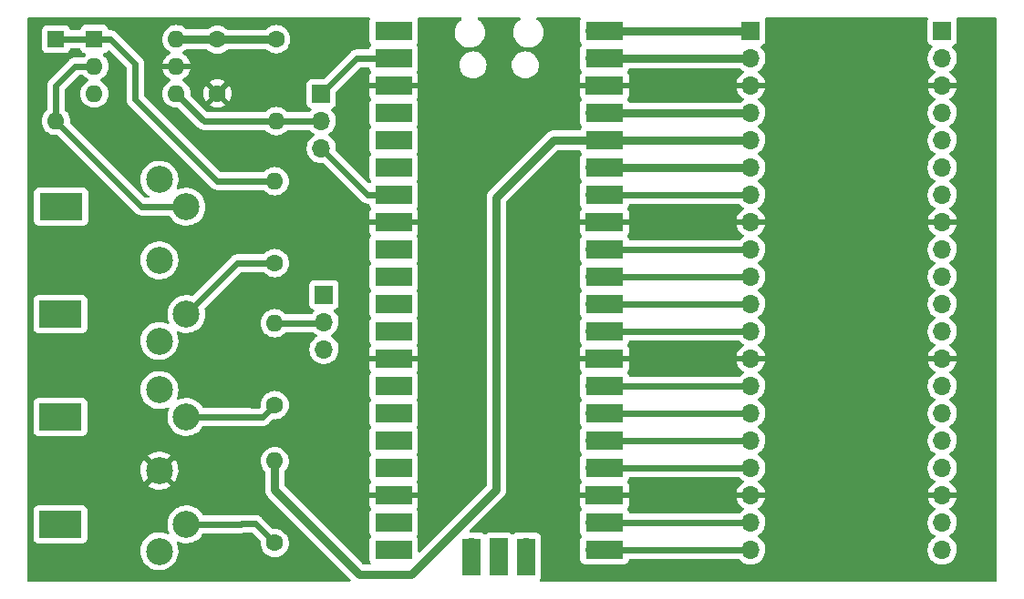
<source format=gbr>
%TF.GenerationSoftware,KiCad,Pcbnew,(6.0.5)*%
%TF.CreationDate,2022-08-17T14:37:10+01:00*%
%TF.ProjectId,PicoMIDIProto,5069636f-4d49-4444-9950-726f746f2e6b,rev?*%
%TF.SameCoordinates,Original*%
%TF.FileFunction,Copper,L1,Top*%
%TF.FilePolarity,Positive*%
%FSLAX46Y46*%
G04 Gerber Fmt 4.6, Leading zero omitted, Abs format (unit mm)*
G04 Created by KiCad (PCBNEW (6.0.5)) date 2022-08-17 14:37:10*
%MOMM*%
%LPD*%
G01*
G04 APERTURE LIST*
%TA.AperFunction,ComponentPad*%
%ADD10R,1.700000X1.700000*%
%TD*%
%TA.AperFunction,ComponentPad*%
%ADD11O,1.700000X1.700000*%
%TD*%
%TA.AperFunction,SMDPad,CuDef*%
%ADD12R,1.700000X3.500000*%
%TD*%
%TA.AperFunction,SMDPad,CuDef*%
%ADD13R,3.500000X1.700000*%
%TD*%
%TA.AperFunction,WasherPad*%
%ADD14R,4.000000X2.500000*%
%TD*%
%TA.AperFunction,ComponentPad*%
%ADD15C,2.499360*%
%TD*%
%TA.AperFunction,ComponentPad*%
%ADD16C,1.600000*%
%TD*%
%TA.AperFunction,ComponentPad*%
%ADD17O,1.600000X1.600000*%
%TD*%
%TA.AperFunction,ComponentPad*%
%ADD18R,1.600000X1.600000*%
%TD*%
%TA.AperFunction,Conductor*%
%ADD19C,0.600000*%
%TD*%
%TA.AperFunction,Conductor*%
%ADD20C,0.800000*%
%TD*%
G04 APERTURE END LIST*
D10*
%TO.P,J6,1,Pin_1*%
%TO.N,/RX0*%
X66802000Y-75184000D03*
D11*
%TO.P,J6,2,Pin_2*%
%TO.N,Net-(R4-Pad2)*%
X66802000Y-77724000D03*
%TO.P,J6,3,Pin_3*%
%TO.N,/RX1*%
X66802000Y-80264000D03*
%TD*%
D10*
%TO.P,J5,1,Pin_1*%
%TO.N,/TX0*%
X67056000Y-93868000D03*
D11*
%TO.P,J5,2,Pin_2*%
%TO.N,Net-(R3-Pad2)*%
X67056000Y-96408000D03*
%TO.P,J5,3,Pin_3*%
%TO.N,/TX1*%
X67056000Y-98948000D03*
%TD*%
%TO.P,U2,43,SWDIO*%
%TO.N,unconnected-(U2-Pad43)*%
X85852000Y-117372000D03*
D12*
X85852000Y-118272000D03*
D10*
%TO.P,U2,42,GND*%
%TO.N,unconnected-(U2-Pad42)*%
X83312000Y-117372000D03*
D12*
X83312000Y-118272000D03*
D11*
%TO.P,U2,41,SWCLK*%
%TO.N,unconnected-(U2-Pad41)*%
X80772000Y-117372000D03*
D12*
X80772000Y-118272000D03*
D11*
%TO.P,U2,40,VBUS*%
%TO.N,Net-(J4-Pad1)*%
X92202000Y-69342000D03*
D13*
X93102000Y-69342000D03*
D11*
%TO.P,U2,39,VSYS*%
%TO.N,Net-(J4-Pad2)*%
X92202000Y-71882000D03*
D13*
X93102000Y-71882000D03*
D10*
%TO.P,U2,38,GND*%
%TO.N,GND*%
X92202000Y-74422000D03*
D13*
X93102000Y-74422000D03*
%TO.P,U2,37,3V3_EN*%
%TO.N,Net-(J4-Pad4)*%
X93102000Y-76962000D03*
D11*
X92202000Y-76962000D03*
%TO.P,U2,36,3V3*%
%TO.N,+3V3*%
X92202000Y-79502000D03*
D13*
X93102000Y-79502000D03*
D11*
%TO.P,U2,35,ADC_VREF*%
%TO.N,Net-(J4-Pad6)*%
X92202000Y-82042000D03*
D13*
X93102000Y-82042000D03*
%TO.P,U2,34,GPIO28_ADC2*%
%TO.N,Net-(J4-Pad7)*%
X93102000Y-84582000D03*
D11*
X92202000Y-84582000D03*
D10*
%TO.P,U2,33,AGND*%
%TO.N,GND*%
X92202000Y-87122000D03*
D13*
X93102000Y-87122000D03*
D11*
%TO.P,U2,32,GPIO27_ADC1*%
%TO.N,Net-(J4-Pad9)*%
X92202000Y-89662000D03*
D13*
X93102000Y-89662000D03*
%TO.P,U2,31,GPIO26_ADC0*%
%TO.N,Net-(J4-Pad10)*%
X93102000Y-92202000D03*
D11*
X92202000Y-92202000D03*
%TO.P,U2,30,RUN*%
%TO.N,Net-(J4-Pad11)*%
X92202000Y-94742000D03*
D13*
X93102000Y-94742000D03*
D11*
%TO.P,U2,29,GPIO22*%
%TO.N,Net-(J4-Pad12)*%
X92202000Y-97282000D03*
D13*
X93102000Y-97282000D03*
D10*
%TO.P,U2,28,GND*%
%TO.N,GND*%
X92202000Y-99822000D03*
D13*
X93102000Y-99822000D03*
%TO.P,U2,27,GPIO21*%
%TO.N,Net-(J4-Pad14)*%
X93102000Y-102362000D03*
D11*
X92202000Y-102362000D03*
D13*
%TO.P,U2,26,GPIO20*%
%TO.N,Net-(J4-Pad15)*%
X93102000Y-104902000D03*
D11*
X92202000Y-104902000D03*
D13*
%TO.P,U2,25,GPIO19*%
%TO.N,Net-(J4-Pad16)*%
X93102000Y-107442000D03*
D11*
X92202000Y-107442000D03*
%TO.P,U2,24,GPIO18*%
%TO.N,Net-(J4-Pad17)*%
X92202000Y-109982000D03*
D13*
X93102000Y-109982000D03*
%TO.P,U2,23,GND*%
%TO.N,GND*%
X93102000Y-112522000D03*
D10*
X92202000Y-112522000D03*
D13*
%TO.P,U2,22,GPIO17*%
%TO.N,Net-(J4-Pad19)*%
X93102000Y-115062000D03*
D11*
X92202000Y-115062000D03*
%TO.P,U2,21,GPIO16*%
%TO.N,Net-(J4-Pad20)*%
X92202000Y-117602000D03*
D13*
X93102000Y-117602000D03*
%TO.P,U2,20,GPIO15*%
%TO.N,Net-(J3-Pad20)*%
X73522000Y-117602000D03*
D11*
X74422000Y-117602000D03*
D13*
%TO.P,U2,19,GPIO14*%
%TO.N,Net-(J3-Pad19)*%
X73522000Y-115062000D03*
D11*
X74422000Y-115062000D03*
D10*
%TO.P,U2,18,GND*%
%TO.N,GND*%
X74422000Y-112522000D03*
D13*
X73522000Y-112522000D03*
D11*
%TO.P,U2,17,GPIO13*%
%TO.N,Net-(J3-Pad17)*%
X74422000Y-109982000D03*
D13*
X73522000Y-109982000D03*
%TO.P,U2,16,GPIO12*%
%TO.N,Net-(J3-Pad16)*%
X73522000Y-107442000D03*
D11*
X74422000Y-107442000D03*
%TO.P,U2,15,GPIO11*%
%TO.N,Net-(J3-Pad15)*%
X74422000Y-104902000D03*
D13*
X73522000Y-104902000D03*
%TO.P,U2,14,GPIO10*%
%TO.N,Net-(J3-Pad14)*%
X73522000Y-102362000D03*
D11*
X74422000Y-102362000D03*
D13*
%TO.P,U2,13,GND*%
%TO.N,GND*%
X73522000Y-99822000D03*
D10*
X74422000Y-99822000D03*
D11*
%TO.P,U2,12,GPIO9*%
%TO.N,Net-(J3-Pad12)*%
X74422000Y-97282000D03*
D13*
X73522000Y-97282000D03*
D11*
%TO.P,U2,11,GPIO8*%
%TO.N,Net-(J3-Pad11)*%
X74422000Y-94742000D03*
D13*
X73522000Y-94742000D03*
%TO.P,U2,10,GPIO7*%
%TO.N,Net-(J3-Pad10)*%
X73522000Y-92202000D03*
D11*
X74422000Y-92202000D03*
%TO.P,U2,9,GPIO6*%
%TO.N,Net-(J3-Pad9)*%
X74422000Y-89662000D03*
D13*
X73522000Y-89662000D03*
%TO.P,U2,8,GND*%
%TO.N,GND*%
X73522000Y-87122000D03*
D10*
X74422000Y-87122000D03*
D11*
%TO.P,U2,7,GPIO5*%
%TO.N,/RX1*%
X74422000Y-84582000D03*
D13*
X73522000Y-84582000D03*
%TO.P,U2,6,GPIO4*%
%TO.N,/TX1*%
X73522000Y-82042000D03*
D11*
X74422000Y-82042000D03*
D13*
%TO.P,U2,5,GPIO3*%
%TO.N,Net-(J3-Pad5)*%
X73522000Y-79502000D03*
D11*
X74422000Y-79502000D03*
%TO.P,U2,4,GPIO2*%
%TO.N,Net-(J3-Pad4)*%
X74422000Y-76962000D03*
D13*
X73522000Y-76962000D03*
%TO.P,U2,3,GND*%
%TO.N,GND*%
X73522000Y-74422000D03*
D10*
X74422000Y-74422000D03*
D11*
%TO.P,U2,2,GPIO1*%
%TO.N,/RX0*%
X74422000Y-71882000D03*
D13*
X73522000Y-71882000D03*
%TO.P,U2,1,GPIO0*%
%TO.N,/TX0*%
X73522000Y-69342000D03*
D11*
X74422000Y-69342000D03*
%TD*%
D14*
%TO.P,J1,*%
%TO.N,*%
X42640300Y-85676740D03*
X42570300Y-95679260D03*
D15*
%TO.P,J1,1*%
%TO.N,unconnected-(J1-Pad1)*%
X51765200Y-98176080D03*
%TO.P,J1,2*%
%TO.N,unconnected-(J1-Pad2)*%
X51767740Y-90678000D03*
%TO.P,J1,3*%
%TO.N,unconnected-(J1-Pad3)*%
X51765200Y-83179920D03*
%TO.P,J1,4*%
%TO.N,Net-(J1-Pad4)*%
X54267100Y-95674180D03*
%TO.P,J1,5*%
%TO.N,Net-(D1-Pad2)*%
X54267100Y-85681820D03*
%TD*%
D16*
%TO.P,R2,1*%
%TO.N,Net-(J2-Pad4)*%
X62484000Y-116967000D03*
D17*
%TO.P,R2,2*%
%TO.N,+3V3*%
X62484000Y-109347000D03*
%TD*%
%TO.P,R1,2*%
%TO.N,Net-(D1-Pad1)*%
X62484000Y-83312000D03*
D16*
%TO.P,R1,1*%
%TO.N,Net-(J1-Pad4)*%
X62484000Y-90932000D03*
%TD*%
D10*
%TO.P,J4,1,Pin_1*%
%TO.N,Net-(J4-Pad1)*%
X106680000Y-69347000D03*
D11*
%TO.P,J4,2,Pin_2*%
%TO.N,Net-(J4-Pad2)*%
X106680000Y-71887000D03*
%TO.P,J4,3,Pin_3*%
%TO.N,GND*%
X106680000Y-74427000D03*
%TO.P,J4,4,Pin_4*%
%TO.N,Net-(J4-Pad4)*%
X106680000Y-76967000D03*
%TO.P,J4,5,Pin_5*%
%TO.N,+3V3*%
X106680000Y-79507000D03*
%TO.P,J4,6,Pin_6*%
%TO.N,Net-(J4-Pad6)*%
X106680000Y-82047000D03*
%TO.P,J4,7,Pin_7*%
%TO.N,Net-(J4-Pad7)*%
X106680000Y-84587000D03*
%TO.P,J4,8,Pin_8*%
%TO.N,GND*%
X106680000Y-87127000D03*
%TO.P,J4,9,Pin_9*%
%TO.N,Net-(J4-Pad9)*%
X106680000Y-89667000D03*
%TO.P,J4,10,Pin_10*%
%TO.N,Net-(J4-Pad10)*%
X106680000Y-92207000D03*
%TO.P,J4,11,Pin_11*%
%TO.N,Net-(J4-Pad11)*%
X106680000Y-94747000D03*
%TO.P,J4,12,Pin_12*%
%TO.N,Net-(J4-Pad12)*%
X106680000Y-97287000D03*
%TO.P,J4,13,Pin_13*%
%TO.N,GND*%
X106680000Y-99827000D03*
%TO.P,J4,14,Pin_14*%
%TO.N,Net-(J4-Pad14)*%
X106680000Y-102367000D03*
%TO.P,J4,15,Pin_15*%
%TO.N,Net-(J4-Pad15)*%
X106680000Y-104907000D03*
%TO.P,J4,16,Pin_16*%
%TO.N,Net-(J4-Pad16)*%
X106680000Y-107447000D03*
%TO.P,J4,17,Pin_17*%
%TO.N,Net-(J4-Pad17)*%
X106680000Y-109987000D03*
%TO.P,J4,18,Pin_18*%
%TO.N,GND*%
X106680000Y-112527000D03*
%TO.P,J4,19,Pin_19*%
%TO.N,Net-(J4-Pad19)*%
X106680000Y-115067000D03*
%TO.P,J4,20,Pin_20*%
%TO.N,Net-(J4-Pad20)*%
X106680000Y-117607000D03*
%TD*%
D18*
%TO.P,U1,1*%
%TO.N,Net-(D1-Pad1)*%
X45730000Y-70094000D03*
D17*
%TO.P,U1,2*%
%TO.N,Net-(D1-Pad2)*%
X45730000Y-72634000D03*
%TO.P,U1,3*%
%TO.N,unconnected-(U1-Pad3)*%
X45730000Y-75174000D03*
%TO.P,U1,4*%
%TO.N,Net-(R4-Pad2)*%
X53350000Y-75174000D03*
%TO.P,U1,5*%
%TO.N,GND*%
X53350000Y-72634000D03*
%TO.P,U1,6*%
%TO.N,+3V3*%
X53350000Y-70094000D03*
%TD*%
D16*
%TO.P,R4,1*%
%TO.N,+3V3*%
X62611000Y-70104000D03*
D17*
%TO.P,R4,2*%
%TO.N,Net-(R4-Pad2)*%
X62611000Y-77724000D03*
%TD*%
D16*
%TO.P,R3,1*%
%TO.N,Net-(J2-Pad5)*%
X62484000Y-104140000D03*
D17*
%TO.P,R3,2*%
%TO.N,Net-(R3-Pad2)*%
X62484000Y-96520000D03*
%TD*%
D16*
%TO.P,C1,1*%
%TO.N,+3V3*%
X57150000Y-70144000D03*
%TO.P,C1,2*%
%TO.N,GND*%
X57150000Y-75144000D03*
%TD*%
D18*
%TO.P,D1,1,K*%
%TO.N,Net-(D1-Pad1)*%
X42164000Y-70104000D03*
D17*
%TO.P,D1,2,A*%
%TO.N,Net-(D1-Pad2)*%
X42164000Y-77724000D03*
%TD*%
D10*
%TO.P,J3,1,Pin_1*%
%TO.N,/TX0*%
X124460000Y-69347000D03*
D11*
%TO.P,J3,2,Pin_2*%
%TO.N,/RX0*%
X124460000Y-71887000D03*
%TO.P,J3,3,Pin_3*%
%TO.N,GND*%
X124460000Y-74427000D03*
%TO.P,J3,4,Pin_4*%
%TO.N,Net-(J3-Pad4)*%
X124460000Y-76967000D03*
%TO.P,J3,5,Pin_5*%
%TO.N,Net-(J3-Pad5)*%
X124460000Y-79507000D03*
%TO.P,J3,6,Pin_6*%
%TO.N,/TX1*%
X124460000Y-82047000D03*
%TO.P,J3,7,Pin_7*%
%TO.N,/RX1*%
X124460000Y-84587000D03*
%TO.P,J3,8,Pin_8*%
%TO.N,GND*%
X124460000Y-87127000D03*
%TO.P,J3,9,Pin_9*%
%TO.N,Net-(J3-Pad9)*%
X124460000Y-89667000D03*
%TO.P,J3,10,Pin_10*%
%TO.N,Net-(J3-Pad10)*%
X124460000Y-92207000D03*
%TO.P,J3,11,Pin_11*%
%TO.N,Net-(J3-Pad11)*%
X124460000Y-94747000D03*
%TO.P,J3,12,Pin_12*%
%TO.N,Net-(J3-Pad12)*%
X124460000Y-97287000D03*
%TO.P,J3,13,Pin_13*%
%TO.N,GND*%
X124460000Y-99827000D03*
%TO.P,J3,14,Pin_14*%
%TO.N,Net-(J3-Pad14)*%
X124460000Y-102367000D03*
%TO.P,J3,15,Pin_15*%
%TO.N,Net-(J3-Pad15)*%
X124460000Y-104907000D03*
%TO.P,J3,16,Pin_16*%
%TO.N,Net-(J3-Pad16)*%
X124460000Y-107447000D03*
%TO.P,J3,17,Pin_17*%
%TO.N,Net-(J3-Pad17)*%
X124460000Y-109987000D03*
%TO.P,J3,18,Pin_18*%
%TO.N,GND*%
X124460000Y-112527000D03*
%TO.P,J3,19,Pin_19*%
%TO.N,Net-(J3-Pad19)*%
X124460000Y-115067000D03*
%TO.P,J3,20,Pin_20*%
%TO.N,Net-(J3-Pad20)*%
X124460000Y-117607000D03*
%TD*%
D14*
%TO.P,J2,*%
%TO.N,*%
X42570300Y-115237260D03*
X42570300Y-105234740D03*
D15*
%TO.P,J2,1*%
%TO.N,unconnected-(J2-Pad1)*%
X51765200Y-117734080D03*
%TO.P,J2,2*%
%TO.N,GND*%
X51767740Y-110236000D03*
%TO.P,J2,3*%
%TO.N,unconnected-(J2-Pad3)*%
X51765200Y-102737920D03*
%TO.P,J2,4*%
%TO.N,Net-(J2-Pad4)*%
X54267100Y-115232180D03*
%TO.P,J2,5*%
%TO.N,Net-(J2-Pad5)*%
X54267100Y-105239820D03*
%TD*%
D19*
%TO.N,/RX1*%
X71120000Y-84582000D02*
X74422000Y-84582000D01*
X66802000Y-80264000D02*
X71120000Y-84582000D01*
%TO.N,/RX0*%
X70104000Y-71882000D02*
X74422000Y-71882000D01*
X66802000Y-75184000D02*
X70104000Y-71882000D01*
%TO.N,Net-(R3-Pad2)*%
X62484000Y-96520000D02*
X66944000Y-96520000D01*
X66944000Y-96520000D02*
X67056000Y-96408000D01*
%TO.N,Net-(R4-Pad2)*%
X62611000Y-77724000D02*
X66802000Y-77724000D01*
D20*
%TO.N,+3V3*%
X62571000Y-70144000D02*
X62611000Y-70104000D01*
X57150000Y-70144000D02*
X62571000Y-70144000D01*
X62484000Y-112014000D02*
X62484000Y-109347000D01*
X70358000Y-119888000D02*
X62484000Y-112014000D01*
X83058000Y-112014000D02*
X75184000Y-119888000D01*
X75184000Y-119888000D02*
X70358000Y-119888000D01*
X88392000Y-79502000D02*
X83058000Y-84836000D01*
X83058000Y-84836000D02*
X83058000Y-112014000D01*
X92202000Y-79502000D02*
X88392000Y-79502000D01*
D19*
%TO.N,Net-(J2-Pad4)*%
X59395360Y-115189000D02*
X59352180Y-115232180D01*
X60706000Y-115189000D02*
X59395360Y-115189000D01*
X62484000Y-116967000D02*
X60706000Y-115189000D01*
%TO.N,Net-(J2-Pad5)*%
X61341000Y-105283000D02*
X60157360Y-105283000D01*
X60157360Y-105283000D02*
X60114180Y-105239820D01*
X62484000Y-104140000D02*
X61341000Y-105283000D01*
%TO.N,Net-(J1-Pad4)*%
X59009280Y-90932000D02*
X54267100Y-95674180D01*
X62484000Y-90932000D02*
X59009280Y-90932000D01*
%TO.N,Net-(D1-Pad1)*%
X49530000Y-72390000D02*
X49530000Y-75692000D01*
X47234000Y-70094000D02*
X49530000Y-72390000D01*
X57150000Y-83312000D02*
X62484000Y-83312000D01*
X45730000Y-70094000D02*
X47234000Y-70094000D01*
X49530000Y-75692000D02*
X57150000Y-83312000D01*
%TO.N,Net-(R4-Pad2)*%
X55900000Y-77724000D02*
X62611000Y-77724000D01*
X53350000Y-75174000D02*
X55900000Y-77724000D01*
D20*
%TO.N,+3V3*%
X57100000Y-70094000D02*
X57150000Y-70144000D01*
X106675000Y-79502000D02*
X106680000Y-79507000D01*
X92202000Y-79502000D02*
X106675000Y-79502000D01*
X53350000Y-70094000D02*
X57100000Y-70094000D01*
D19*
%TO.N,Net-(D1-Pad1)*%
X45720000Y-70104000D02*
X45730000Y-70094000D01*
X42164000Y-70104000D02*
X45720000Y-70104000D01*
%TO.N,Net-(D1-Pad2)*%
X43952000Y-72634000D02*
X42164000Y-74422000D01*
X54267100Y-85681820D02*
X50121820Y-85681820D01*
X50121820Y-85681820D02*
X42164000Y-77724000D01*
X42164000Y-74422000D02*
X42164000Y-77724000D01*
X45730000Y-72634000D02*
X43952000Y-72634000D01*
%TO.N,Net-(J2-Pad4)*%
X54267100Y-115232180D02*
X59352180Y-115232180D01*
%TO.N,Net-(J2-Pad5)*%
X54267100Y-105239820D02*
X60114180Y-105239820D01*
D20*
%TO.N,Net-(J4-Pad1)*%
X106675000Y-69342000D02*
X106680000Y-69347000D01*
X92202000Y-69342000D02*
X106675000Y-69342000D01*
%TO.N,Net-(J4-Pad2)*%
X92207000Y-71887000D02*
X106680000Y-71887000D01*
X92202000Y-71882000D02*
X92207000Y-71887000D01*
%TO.N,Net-(J4-Pad4)*%
X92202000Y-76962000D02*
X92207000Y-76967000D01*
X92207000Y-76967000D02*
X106680000Y-76967000D01*
%TO.N,Net-(J4-Pad6)*%
X92207000Y-82047000D02*
X106680000Y-82047000D01*
X92202000Y-82042000D02*
X92207000Y-82047000D01*
D19*
%TO.N,Net-(J4-Pad7)*%
X92202000Y-84582000D02*
X92207000Y-84587000D01*
X92207000Y-84587000D02*
X106680000Y-84587000D01*
%TO.N,Net-(J4-Pad9)*%
X106675000Y-89662000D02*
X106680000Y-89667000D01*
X92202000Y-89662000D02*
X106675000Y-89662000D01*
%TO.N,Net-(J4-Pad10)*%
X106675000Y-92202000D02*
X106680000Y-92207000D01*
X92202000Y-92202000D02*
X106675000Y-92202000D01*
%TO.N,Net-(J4-Pad11)*%
X92207000Y-94747000D02*
X106680000Y-94747000D01*
X92202000Y-94742000D02*
X92207000Y-94747000D01*
%TO.N,Net-(J4-Pad12)*%
X106675000Y-97282000D02*
X106680000Y-97287000D01*
X92202000Y-97282000D02*
X106675000Y-97282000D01*
%TO.N,Net-(J4-Pad14)*%
X106675000Y-102362000D02*
X106680000Y-102367000D01*
X92202000Y-102362000D02*
X106675000Y-102362000D01*
%TO.N,Net-(J4-Pad15)*%
X92202000Y-104902000D02*
X92207000Y-104907000D01*
X92207000Y-104907000D02*
X106680000Y-104907000D01*
%TO.N,Net-(J4-Pad16)*%
X92207000Y-107447000D02*
X106680000Y-107447000D01*
X92202000Y-107442000D02*
X92207000Y-107447000D01*
%TO.N,Net-(J4-Pad17)*%
X106675000Y-109982000D02*
X106680000Y-109987000D01*
X92202000Y-109982000D02*
X106675000Y-109982000D01*
%TO.N,Net-(J4-Pad19)*%
X92202000Y-115062000D02*
X92207000Y-115067000D01*
X92207000Y-115067000D02*
X106680000Y-115067000D01*
%TO.N,Net-(J4-Pad20)*%
X92202000Y-117602000D02*
X92207000Y-117607000D01*
X92207000Y-117607000D02*
X106680000Y-117607000D01*
%TD*%
%TA.AperFunction,Conductor*%
%TO.N,GND*%
G36*
X71272928Y-68092502D02*
G01*
X71319421Y-68146158D01*
X71329525Y-68216432D01*
X71320067Y-68244801D01*
X71321385Y-68245295D01*
X71270255Y-68381684D01*
X71263500Y-68443866D01*
X71263500Y-70240134D01*
X71270255Y-70302316D01*
X71321385Y-70438705D01*
X71326771Y-70445891D01*
X71394630Y-70536435D01*
X71419478Y-70602941D01*
X71404425Y-70672324D01*
X71394632Y-70687562D01*
X71321385Y-70785295D01*
X71270255Y-70921684D01*
X71268027Y-70942197D01*
X71265972Y-70961108D01*
X71238730Y-71026670D01*
X71180366Y-71067096D01*
X71140709Y-71073500D01*
X70113165Y-71073500D01*
X70111846Y-71073493D01*
X70021779Y-71072550D01*
X70014901Y-71074037D01*
X70014891Y-71074038D01*
X69979413Y-71081709D01*
X69966838Y-71083769D01*
X69923745Y-71088603D01*
X69892074Y-71099632D01*
X69877265Y-71103795D01*
X69851371Y-71109393D01*
X69851368Y-71109394D01*
X69844490Y-71110881D01*
X69805187Y-71129208D01*
X69793411Y-71133990D01*
X69752448Y-71148255D01*
X69746473Y-71151989D01*
X69746470Y-71151990D01*
X69724005Y-71166027D01*
X69710488Y-71173366D01*
X69686481Y-71184561D01*
X69686477Y-71184563D01*
X69680098Y-71187538D01*
X69652184Y-71209190D01*
X69645844Y-71214108D01*
X69635395Y-71221397D01*
X69598624Y-71244374D01*
X69593625Y-71249339D01*
X69593623Y-71249340D01*
X69569815Y-71272983D01*
X69569192Y-71273566D01*
X69568530Y-71274079D01*
X69542683Y-71299926D01*
X69493035Y-71349229D01*
X69469918Y-71372185D01*
X69469259Y-71373223D01*
X69468153Y-71374456D01*
X67054013Y-73788595D01*
X66991701Y-73822621D01*
X66964918Y-73825500D01*
X65903866Y-73825500D01*
X65841684Y-73832255D01*
X65705295Y-73883385D01*
X65588739Y-73970739D01*
X65501385Y-74087295D01*
X65450255Y-74223684D01*
X65443500Y-74285866D01*
X65443500Y-76082134D01*
X65450255Y-76144316D01*
X65501385Y-76280705D01*
X65588739Y-76397261D01*
X65705295Y-76484615D01*
X65713704Y-76487767D01*
X65713705Y-76487768D01*
X65822451Y-76528535D01*
X65879216Y-76571176D01*
X65903916Y-76637738D01*
X65888709Y-76707087D01*
X65869316Y-76733568D01*
X65742629Y-76866138D01*
X65740632Y-76869065D01*
X65682603Y-76909148D01*
X65643102Y-76915500D01*
X63705188Y-76915500D01*
X63637067Y-76895498D01*
X63616093Y-76878595D01*
X63455300Y-76717802D01*
X63450792Y-76714645D01*
X63450789Y-76714643D01*
X63340957Y-76637738D01*
X63267749Y-76586477D01*
X63262767Y-76584154D01*
X63262762Y-76584151D01*
X63065225Y-76492039D01*
X63065224Y-76492039D01*
X63060243Y-76489716D01*
X63054935Y-76488294D01*
X63054933Y-76488293D01*
X62844402Y-76431881D01*
X62844400Y-76431881D01*
X62839087Y-76430457D01*
X62611000Y-76410502D01*
X62382913Y-76430457D01*
X62377600Y-76431881D01*
X62377598Y-76431881D01*
X62167067Y-76488293D01*
X62167065Y-76488294D01*
X62161757Y-76489716D01*
X62156776Y-76492039D01*
X62156775Y-76492039D01*
X61959238Y-76584151D01*
X61959233Y-76584154D01*
X61954251Y-76586477D01*
X61881043Y-76637738D01*
X61771211Y-76714643D01*
X61771208Y-76714645D01*
X61766700Y-76717802D01*
X61605907Y-76878595D01*
X61543595Y-76912621D01*
X61516812Y-76915500D01*
X56287082Y-76915500D01*
X56218961Y-76895498D01*
X56197987Y-76878595D01*
X55549454Y-76230062D01*
X56428493Y-76230062D01*
X56437789Y-76242077D01*
X56488994Y-76277931D01*
X56498489Y-76283414D01*
X56695947Y-76375490D01*
X56706239Y-76379236D01*
X56916688Y-76435625D01*
X56927481Y-76437528D01*
X57144525Y-76456517D01*
X57155475Y-76456517D01*
X57372519Y-76437528D01*
X57383312Y-76435625D01*
X57593761Y-76379236D01*
X57604053Y-76375490D01*
X57801511Y-76283414D01*
X57811006Y-76277931D01*
X57863048Y-76241491D01*
X57871424Y-76231012D01*
X57864356Y-76217566D01*
X57162812Y-75516022D01*
X57148868Y-75508408D01*
X57147035Y-75508539D01*
X57140420Y-75512790D01*
X56434923Y-76218287D01*
X56428493Y-76230062D01*
X55549454Y-76230062D01*
X54691360Y-75371968D01*
X54657334Y-75309656D01*
X54654934Y-75271892D01*
X54663019Y-75179476D01*
X54663019Y-75179475D01*
X54663498Y-75174000D01*
X54661352Y-75149475D01*
X55837483Y-75149475D01*
X55856472Y-75366519D01*
X55858375Y-75377312D01*
X55914764Y-75587761D01*
X55918510Y-75598053D01*
X56010586Y-75795511D01*
X56016069Y-75805006D01*
X56052509Y-75857048D01*
X56062988Y-75865424D01*
X56076434Y-75858356D01*
X56777978Y-75156812D01*
X56784356Y-75145132D01*
X57514408Y-75145132D01*
X57514539Y-75146965D01*
X57518790Y-75153580D01*
X58224287Y-75859077D01*
X58236062Y-75865507D01*
X58248077Y-75856211D01*
X58283931Y-75805006D01*
X58289414Y-75795511D01*
X58381490Y-75598053D01*
X58385236Y-75587761D01*
X58441625Y-75377312D01*
X58443528Y-75366519D01*
X58462517Y-75149475D01*
X58462517Y-75138525D01*
X58443528Y-74921481D01*
X58441625Y-74910688D01*
X58385236Y-74700239D01*
X58381490Y-74689947D01*
X58289414Y-74492489D01*
X58283931Y-74482994D01*
X58247491Y-74430952D01*
X58237012Y-74422576D01*
X58223566Y-74429644D01*
X57522022Y-75131188D01*
X57514408Y-75145132D01*
X56784356Y-75145132D01*
X56785592Y-75142868D01*
X56785461Y-75141035D01*
X56781210Y-75134420D01*
X56075713Y-74428923D01*
X56063938Y-74422493D01*
X56051923Y-74431789D01*
X56016069Y-74482994D01*
X56010586Y-74492489D01*
X55918510Y-74689947D01*
X55914764Y-74700239D01*
X55858375Y-74910688D01*
X55856472Y-74921481D01*
X55837483Y-75138525D01*
X55837483Y-75149475D01*
X54661352Y-75149475D01*
X54643543Y-74945913D01*
X54642119Y-74940598D01*
X54585707Y-74730067D01*
X54585706Y-74730065D01*
X54584284Y-74724757D01*
X54572256Y-74698962D01*
X54489849Y-74522238D01*
X54489846Y-74522233D01*
X54487523Y-74517251D01*
X54410618Y-74407419D01*
X54359357Y-74334211D01*
X54359355Y-74334208D01*
X54356198Y-74329700D01*
X54194300Y-74167802D01*
X54189792Y-74164645D01*
X54189789Y-74164643D01*
X54107425Y-74106971D01*
X54036042Y-74056988D01*
X56428576Y-74056988D01*
X56435644Y-74070434D01*
X57137188Y-74771978D01*
X57151132Y-74779592D01*
X57152965Y-74779461D01*
X57159580Y-74775210D01*
X57865077Y-74069713D01*
X57871507Y-74057938D01*
X57862211Y-74045923D01*
X57811006Y-74010069D01*
X57801511Y-74004586D01*
X57604053Y-73912510D01*
X57593761Y-73908764D01*
X57383312Y-73852375D01*
X57372519Y-73850472D01*
X57155475Y-73831483D01*
X57144525Y-73831483D01*
X56927481Y-73850472D01*
X56916688Y-73852375D01*
X56706239Y-73908764D01*
X56695947Y-73912510D01*
X56498489Y-74004586D01*
X56488994Y-74010069D01*
X56436952Y-74046509D01*
X56428576Y-74056988D01*
X54036042Y-74056988D01*
X54006749Y-74036477D01*
X54001767Y-74034154D01*
X54001762Y-74034151D01*
X53966951Y-74017919D01*
X53913666Y-73971002D01*
X53894205Y-73902725D01*
X53914747Y-73834765D01*
X53966951Y-73789529D01*
X54001511Y-73773414D01*
X54011007Y-73767931D01*
X54189467Y-73642972D01*
X54197875Y-73635916D01*
X54351916Y-73481875D01*
X54358972Y-73473467D01*
X54483931Y-73295007D01*
X54489414Y-73285511D01*
X54581490Y-73088053D01*
X54585236Y-73077761D01*
X54631394Y-72905497D01*
X54631058Y-72891401D01*
X54623116Y-72888000D01*
X52082033Y-72888000D01*
X52068502Y-72891973D01*
X52067273Y-72900522D01*
X52114764Y-73077761D01*
X52118510Y-73088053D01*
X52210586Y-73285511D01*
X52216069Y-73295007D01*
X52341028Y-73473467D01*
X52348084Y-73481875D01*
X52502125Y-73635916D01*
X52510533Y-73642972D01*
X52688993Y-73767931D01*
X52698489Y-73773414D01*
X52733049Y-73789529D01*
X52786334Y-73836446D01*
X52805795Y-73904723D01*
X52785253Y-73972683D01*
X52733049Y-74017919D01*
X52698238Y-74034151D01*
X52698233Y-74034154D01*
X52693251Y-74036477D01*
X52592575Y-74106971D01*
X52510211Y-74164643D01*
X52510208Y-74164645D01*
X52505700Y-74167802D01*
X52343802Y-74329700D01*
X52340645Y-74334208D01*
X52340643Y-74334211D01*
X52289382Y-74407419D01*
X52212477Y-74517251D01*
X52210154Y-74522233D01*
X52210151Y-74522238D01*
X52127744Y-74698962D01*
X52115716Y-74724757D01*
X52114294Y-74730065D01*
X52114293Y-74730067D01*
X52057881Y-74940598D01*
X52056457Y-74945913D01*
X52036502Y-75174000D01*
X52056457Y-75402087D01*
X52057881Y-75407400D01*
X52057881Y-75407402D01*
X52106209Y-75587761D01*
X52115716Y-75623243D01*
X52118039Y-75628224D01*
X52118039Y-75628225D01*
X52210151Y-75825762D01*
X52210154Y-75825767D01*
X52212477Y-75830749D01*
X52236757Y-75865424D01*
X52314694Y-75976729D01*
X52343802Y-76018300D01*
X52505700Y-76180198D01*
X52510208Y-76183355D01*
X52510211Y-76183357D01*
X52571367Y-76226179D01*
X52693251Y-76311523D01*
X52698233Y-76313846D01*
X52698238Y-76313849D01*
X52895775Y-76405961D01*
X52900757Y-76408284D01*
X52906065Y-76409706D01*
X52906067Y-76409707D01*
X53116598Y-76466119D01*
X53116600Y-76466119D01*
X53121913Y-76467543D01*
X53350000Y-76487498D01*
X53355475Y-76487019D01*
X53355476Y-76487019D01*
X53447892Y-76478934D01*
X53517497Y-76492924D01*
X53547968Y-76515360D01*
X55321672Y-78289063D01*
X55322601Y-78290000D01*
X55385771Y-78354507D01*
X55391690Y-78358322D01*
X55391698Y-78358328D01*
X55422214Y-78377994D01*
X55432559Y-78385427D01*
X55466443Y-78412476D01*
X55472782Y-78415540D01*
X55472783Y-78415541D01*
X55496637Y-78427072D01*
X55510054Y-78434601D01*
X55538238Y-78452765D01*
X55544855Y-78455173D01*
X55544860Y-78455176D01*
X55578973Y-78467592D01*
X55590716Y-78472553D01*
X55623400Y-78488353D01*
X55623409Y-78488356D01*
X55629749Y-78491421D01*
X55636614Y-78493006D01*
X55662428Y-78498966D01*
X55677168Y-78503332D01*
X55708685Y-78514803D01*
X55715670Y-78515685D01*
X55715677Y-78515687D01*
X55751692Y-78520237D01*
X55764243Y-78522472D01*
X55806485Y-78532225D01*
X55813529Y-78532250D01*
X55813533Y-78532250D01*
X55847074Y-78532367D01*
X55847943Y-78532396D01*
X55848769Y-78532500D01*
X55885133Y-78532500D01*
X55885573Y-78532501D01*
X55984336Y-78532846D01*
X55984342Y-78532846D01*
X55987870Y-78532858D01*
X55989073Y-78532589D01*
X55990717Y-78532500D01*
X61516812Y-78532500D01*
X61584933Y-78552502D01*
X61605907Y-78569405D01*
X61766700Y-78730198D01*
X61771208Y-78733355D01*
X61771211Y-78733357D01*
X61820931Y-78768171D01*
X61954251Y-78861523D01*
X61959233Y-78863846D01*
X61959238Y-78863849D01*
X62078618Y-78919516D01*
X62161757Y-78958284D01*
X62167065Y-78959706D01*
X62167067Y-78959707D01*
X62377598Y-79016119D01*
X62377600Y-79016119D01*
X62382913Y-79017543D01*
X62611000Y-79037498D01*
X62839087Y-79017543D01*
X62844400Y-79016119D01*
X62844402Y-79016119D01*
X63054933Y-78959707D01*
X63054935Y-78959706D01*
X63060243Y-78958284D01*
X63143382Y-78919516D01*
X63262762Y-78863849D01*
X63262767Y-78863846D01*
X63267749Y-78861523D01*
X63401069Y-78768171D01*
X63450789Y-78733357D01*
X63450792Y-78733355D01*
X63455300Y-78730198D01*
X63616093Y-78569405D01*
X63678405Y-78535379D01*
X63705188Y-78532500D01*
X65647389Y-78532500D01*
X65715510Y-78552502D01*
X65742625Y-78576001D01*
X65848250Y-78697938D01*
X66020126Y-78840632D01*
X66066259Y-78867590D01*
X66093445Y-78883476D01*
X66142169Y-78935114D01*
X66155240Y-79004897D01*
X66128509Y-79070669D01*
X66088055Y-79104027D01*
X66075607Y-79110507D01*
X66071474Y-79113610D01*
X66071471Y-79113612D01*
X66047247Y-79131800D01*
X65896965Y-79244635D01*
X65742629Y-79406138D01*
X65739715Y-79410410D01*
X65739714Y-79410411D01*
X65679524Y-79498646D01*
X65616743Y-79590680D01*
X65522688Y-79793305D01*
X65462989Y-80008570D01*
X65439251Y-80230695D01*
X65439548Y-80235848D01*
X65439548Y-80235851D01*
X65449021Y-80400134D01*
X65452110Y-80453715D01*
X65453247Y-80458761D01*
X65453248Y-80458767D01*
X65458989Y-80484240D01*
X65501222Y-80671639D01*
X65538296Y-80762941D01*
X65572658Y-80847565D01*
X65585266Y-80878616D01*
X65587965Y-80883020D01*
X65676585Y-81027635D01*
X65701987Y-81069088D01*
X65848250Y-81237938D01*
X66020126Y-81380632D01*
X66213000Y-81493338D01*
X66421692Y-81573030D01*
X66426760Y-81574061D01*
X66426763Y-81574062D01*
X66534379Y-81595957D01*
X66640597Y-81617567D01*
X66645772Y-81617757D01*
X66645774Y-81617757D01*
X66858673Y-81625564D01*
X66858677Y-81625564D01*
X66863837Y-81625753D01*
X66941227Y-81615839D01*
X67011336Y-81627023D01*
X67046331Y-81651723D01*
X70541766Y-85147158D01*
X70542694Y-85148095D01*
X70595106Y-85201616D01*
X70605771Y-85212507D01*
X70642221Y-85235998D01*
X70652546Y-85243417D01*
X70686443Y-85270476D01*
X70692784Y-85273541D01*
X70692785Y-85273542D01*
X70716637Y-85285072D01*
X70730054Y-85292601D01*
X70758238Y-85310765D01*
X70764855Y-85313173D01*
X70764860Y-85313176D01*
X70798973Y-85325592D01*
X70810716Y-85330553D01*
X70843403Y-85346354D01*
X70843408Y-85346356D01*
X70849749Y-85349421D01*
X70856607Y-85351004D01*
X70856609Y-85351005D01*
X70882426Y-85356965D01*
X70897169Y-85361332D01*
X70928685Y-85372803D01*
X70935675Y-85373686D01*
X70935683Y-85373688D01*
X70971701Y-85378238D01*
X70984253Y-85380474D01*
X71019614Y-85388638D01*
X71019617Y-85388638D01*
X71026485Y-85390224D01*
X71033531Y-85390249D01*
X71033534Y-85390249D01*
X71067056Y-85390366D01*
X71067938Y-85390395D01*
X71068769Y-85390500D01*
X71105419Y-85390500D01*
X71105858Y-85390501D01*
X71106189Y-85390502D01*
X71141163Y-85390624D01*
X71209213Y-85410863D01*
X71255518Y-85464680D01*
X71265986Y-85503017D01*
X71269401Y-85534459D01*
X71269402Y-85534463D01*
X71270255Y-85542316D01*
X71321385Y-85678705D01*
X71326771Y-85685891D01*
X71394942Y-85776852D01*
X71419790Y-85843358D01*
X71404737Y-85912741D01*
X71394942Y-85927982D01*
X71327214Y-86018351D01*
X71318676Y-86033946D01*
X71273522Y-86154394D01*
X71269895Y-86169649D01*
X71264369Y-86220514D01*
X71264000Y-86227328D01*
X71264000Y-86849885D01*
X71268475Y-86865124D01*
X71269865Y-86866329D01*
X71277548Y-86868000D01*
X75761884Y-86868000D01*
X75777123Y-86863525D01*
X75778328Y-86862135D01*
X75779999Y-86854452D01*
X75779999Y-86227331D01*
X75779629Y-86220510D01*
X75774105Y-86169648D01*
X75770479Y-86154396D01*
X75725324Y-86033946D01*
X75716786Y-86018351D01*
X75649058Y-85927982D01*
X75624210Y-85861475D01*
X75639263Y-85792093D01*
X75649058Y-85776852D01*
X75717229Y-85685891D01*
X75722615Y-85678705D01*
X75773745Y-85542316D01*
X75780500Y-85480134D01*
X75780500Y-84679856D01*
X75781578Y-84663409D01*
X75783092Y-84651908D01*
X75783529Y-84648590D01*
X75785156Y-84582000D01*
X75780924Y-84530524D01*
X75780500Y-84520200D01*
X75780500Y-83683866D01*
X75773745Y-83621684D01*
X75722615Y-83485295D01*
X75649370Y-83387564D01*
X75624522Y-83321059D01*
X75639575Y-83251676D01*
X75649370Y-83236435D01*
X75722615Y-83138705D01*
X75773745Y-83002316D01*
X75780500Y-82940134D01*
X75780500Y-82139856D01*
X75781578Y-82123409D01*
X75783092Y-82111908D01*
X75783529Y-82108590D01*
X75784258Y-82078763D01*
X75785074Y-82045365D01*
X75785074Y-82045361D01*
X75785156Y-82042000D01*
X75780924Y-81990524D01*
X75780500Y-81980200D01*
X75780500Y-81143866D01*
X75773745Y-81081684D01*
X75722615Y-80945295D01*
X75649370Y-80847564D01*
X75624522Y-80781059D01*
X75639575Y-80711676D01*
X75649370Y-80696435D01*
X75722615Y-80598705D01*
X75773745Y-80462316D01*
X75780500Y-80400134D01*
X75780500Y-79599856D01*
X75781578Y-79583409D01*
X75783092Y-79571908D01*
X75783529Y-79568590D01*
X75785156Y-79502000D01*
X75780924Y-79450524D01*
X75780500Y-79440200D01*
X75780500Y-78603866D01*
X75773745Y-78541684D01*
X75722615Y-78405295D01*
X75649370Y-78307564D01*
X75624522Y-78241059D01*
X75639575Y-78171676D01*
X75649370Y-78156435D01*
X75722615Y-78058705D01*
X75773745Y-77922316D01*
X75780500Y-77860134D01*
X75780500Y-77059856D01*
X75781578Y-77043409D01*
X75783092Y-77031908D01*
X75783529Y-77028590D01*
X75785156Y-76962000D01*
X75780924Y-76910524D01*
X75780500Y-76900200D01*
X75780500Y-76063866D01*
X75773745Y-76001684D01*
X75722615Y-75865295D01*
X75654359Y-75774221D01*
X75649058Y-75767148D01*
X75624210Y-75700642D01*
X75639263Y-75631259D01*
X75649058Y-75616018D01*
X75716786Y-75525649D01*
X75725324Y-75510054D01*
X75770478Y-75389606D01*
X75774105Y-75374351D01*
X75779631Y-75323486D01*
X75780000Y-75316672D01*
X75780000Y-74694115D01*
X75775525Y-74678876D01*
X75774135Y-74677671D01*
X75766452Y-74676000D01*
X71282116Y-74676000D01*
X71266877Y-74680475D01*
X71265672Y-74681865D01*
X71264001Y-74689548D01*
X71264001Y-75316669D01*
X71264371Y-75323490D01*
X71269895Y-75374352D01*
X71273521Y-75389604D01*
X71318676Y-75510054D01*
X71327214Y-75525649D01*
X71394942Y-75616018D01*
X71419790Y-75682525D01*
X71404737Y-75751907D01*
X71394942Y-75767148D01*
X71389641Y-75774221D01*
X71321385Y-75865295D01*
X71270255Y-76001684D01*
X71263500Y-76063866D01*
X71263500Y-77860134D01*
X71270255Y-77922316D01*
X71321385Y-78058705D01*
X71394630Y-78156435D01*
X71419478Y-78222941D01*
X71404425Y-78292324D01*
X71394632Y-78307562D01*
X71321385Y-78405295D01*
X71270255Y-78541684D01*
X71263500Y-78603866D01*
X71263500Y-80400134D01*
X71270255Y-80462316D01*
X71321385Y-80598705D01*
X71394630Y-80696435D01*
X71419478Y-80762941D01*
X71404425Y-80832324D01*
X71394632Y-80847562D01*
X71321385Y-80945295D01*
X71270255Y-81081684D01*
X71263500Y-81143866D01*
X71263500Y-82940134D01*
X71270255Y-83002316D01*
X71321385Y-83138705D01*
X71394630Y-83236435D01*
X71419478Y-83302941D01*
X71404425Y-83372324D01*
X71394632Y-83387562D01*
X71342269Y-83457429D01*
X71285412Y-83499943D01*
X71214594Y-83504969D01*
X71152350Y-83470958D01*
X68189836Y-80508444D01*
X68155810Y-80446132D01*
X68154009Y-80402903D01*
X68163092Y-80333911D01*
X68163092Y-80333907D01*
X68163529Y-80330590D01*
X68165156Y-80264000D01*
X68146852Y-80041361D01*
X68092431Y-79824702D01*
X68003354Y-79619840D01*
X67963906Y-79558862D01*
X67884822Y-79436617D01*
X67884820Y-79436614D01*
X67882014Y-79432277D01*
X67731670Y-79267051D01*
X67727619Y-79263852D01*
X67727615Y-79263848D01*
X67560414Y-79131800D01*
X67560410Y-79131798D01*
X67556359Y-79128598D01*
X67515053Y-79105796D01*
X67465084Y-79055364D01*
X67450312Y-78985921D01*
X67475428Y-78919516D01*
X67502780Y-78892909D01*
X67569968Y-78844984D01*
X67681860Y-78765173D01*
X67687396Y-78759657D01*
X67763209Y-78684107D01*
X67840096Y-78607489D01*
X67845141Y-78600469D01*
X67967435Y-78430277D01*
X67970453Y-78426077D01*
X67990541Y-78385433D01*
X68067136Y-78230453D01*
X68067137Y-78230451D01*
X68069430Y-78225811D01*
X68120201Y-78058705D01*
X68132865Y-78017023D01*
X68132865Y-78017021D01*
X68134370Y-78012069D01*
X68163529Y-77790590D01*
X68165156Y-77724000D01*
X68146852Y-77501361D01*
X68092431Y-77284702D01*
X68003354Y-77079840D01*
X67950903Y-76998763D01*
X67884822Y-76896617D01*
X67884820Y-76896614D01*
X67882014Y-76892277D01*
X67870570Y-76879700D01*
X67734798Y-76730488D01*
X67703746Y-76666642D01*
X67712141Y-76596143D01*
X67757317Y-76541375D01*
X67783761Y-76527706D01*
X67890297Y-76487767D01*
X67898705Y-76484615D01*
X68015261Y-76397261D01*
X68102615Y-76280705D01*
X68153745Y-76144316D01*
X68160500Y-76082134D01*
X68160500Y-75021082D01*
X68180502Y-74952961D01*
X68197405Y-74931987D01*
X70401987Y-72727405D01*
X70464299Y-72693379D01*
X70491082Y-72690500D01*
X71140709Y-72690500D01*
X71208830Y-72710502D01*
X71255323Y-72764158D01*
X71265972Y-72802892D01*
X71270255Y-72842316D01*
X71321385Y-72978705D01*
X71326771Y-72985891D01*
X71394942Y-73076852D01*
X71419790Y-73143358D01*
X71404737Y-73212741D01*
X71394942Y-73227982D01*
X71327214Y-73318351D01*
X71318676Y-73333946D01*
X71273522Y-73454394D01*
X71269895Y-73469649D01*
X71264369Y-73520514D01*
X71264000Y-73527328D01*
X71264000Y-74149885D01*
X71268475Y-74165124D01*
X71269865Y-74166329D01*
X71277548Y-74168000D01*
X75761884Y-74168000D01*
X75777123Y-74163525D01*
X75778328Y-74162135D01*
X75779999Y-74154452D01*
X75779999Y-73527331D01*
X75779629Y-73520510D01*
X75774105Y-73469648D01*
X75770479Y-73454396D01*
X75725324Y-73333946D01*
X75716786Y-73318351D01*
X75649058Y-73227982D01*
X75624210Y-73161475D01*
X75639263Y-73092093D01*
X75649058Y-73076852D01*
X75717229Y-72985891D01*
X75722615Y-72978705D01*
X75773745Y-72842316D01*
X75780500Y-72780134D01*
X75780500Y-72502000D01*
X79623693Y-72502000D01*
X79642885Y-72721371D01*
X79699880Y-72934076D01*
X79743415Y-73027438D01*
X79790618Y-73128666D01*
X79790621Y-73128671D01*
X79792944Y-73133653D01*
X79796100Y-73138160D01*
X79796101Y-73138162D01*
X79889498Y-73271546D01*
X79919251Y-73314038D01*
X80074962Y-73469749D01*
X80079471Y-73472906D01*
X80079473Y-73472908D01*
X80092739Y-73482197D01*
X80255346Y-73596056D01*
X80454924Y-73689120D01*
X80667629Y-73746115D01*
X80887000Y-73765307D01*
X81106371Y-73746115D01*
X81319076Y-73689120D01*
X81518654Y-73596056D01*
X81681261Y-73482197D01*
X81694527Y-73472908D01*
X81694529Y-73472906D01*
X81699038Y-73469749D01*
X81854749Y-73314038D01*
X81884503Y-73271546D01*
X81977899Y-73138162D01*
X81977900Y-73138160D01*
X81981056Y-73133653D01*
X81983379Y-73128671D01*
X81983382Y-73128666D01*
X82030585Y-73027438D01*
X82074120Y-72934076D01*
X82131115Y-72721371D01*
X82150307Y-72502000D01*
X84473693Y-72502000D01*
X84492885Y-72721371D01*
X84549880Y-72934076D01*
X84593415Y-73027438D01*
X84640618Y-73128666D01*
X84640621Y-73128671D01*
X84642944Y-73133653D01*
X84646100Y-73138160D01*
X84646101Y-73138162D01*
X84739498Y-73271546D01*
X84769251Y-73314038D01*
X84924962Y-73469749D01*
X84929471Y-73472906D01*
X84929473Y-73472908D01*
X84942739Y-73482197D01*
X85105346Y-73596056D01*
X85304924Y-73689120D01*
X85517629Y-73746115D01*
X85737000Y-73765307D01*
X85956371Y-73746115D01*
X86169076Y-73689120D01*
X86368654Y-73596056D01*
X86531261Y-73482197D01*
X86544527Y-73472908D01*
X86544529Y-73472906D01*
X86549038Y-73469749D01*
X86704749Y-73314038D01*
X86734503Y-73271546D01*
X86827899Y-73138162D01*
X86827900Y-73138160D01*
X86831056Y-73133653D01*
X86833379Y-73128671D01*
X86833382Y-73128666D01*
X86880585Y-73027438D01*
X86924120Y-72934076D01*
X86981115Y-72721371D01*
X87000307Y-72502000D01*
X86981115Y-72282629D01*
X86924120Y-72069924D01*
X86869873Y-71953590D01*
X86833382Y-71875334D01*
X86833379Y-71875329D01*
X86831056Y-71870347D01*
X86824785Y-71861391D01*
X86707908Y-71694473D01*
X86707906Y-71694470D01*
X86704749Y-71689962D01*
X86549038Y-71534251D01*
X86500222Y-71500069D01*
X86418653Y-71442954D01*
X86368654Y-71407944D01*
X86169076Y-71314880D01*
X85956371Y-71257885D01*
X85737000Y-71238693D01*
X85517629Y-71257885D01*
X85304924Y-71314880D01*
X85231262Y-71349229D01*
X85110334Y-71405618D01*
X85110329Y-71405621D01*
X85105347Y-71407944D01*
X85100840Y-71411100D01*
X85100838Y-71411101D01*
X84929473Y-71531092D01*
X84929470Y-71531094D01*
X84924962Y-71534251D01*
X84769251Y-71689962D01*
X84766094Y-71694470D01*
X84766092Y-71694473D01*
X84649215Y-71861391D01*
X84642944Y-71870347D01*
X84640621Y-71875329D01*
X84640618Y-71875334D01*
X84604127Y-71953590D01*
X84549880Y-72069924D01*
X84492885Y-72282629D01*
X84473693Y-72502000D01*
X82150307Y-72502000D01*
X82131115Y-72282629D01*
X82074120Y-72069924D01*
X82019873Y-71953590D01*
X81983382Y-71875334D01*
X81983379Y-71875329D01*
X81981056Y-71870347D01*
X81974785Y-71861391D01*
X81857908Y-71694473D01*
X81857906Y-71694470D01*
X81854749Y-71689962D01*
X81699038Y-71534251D01*
X81650222Y-71500069D01*
X81568653Y-71442954D01*
X81518654Y-71407944D01*
X81319076Y-71314880D01*
X81106371Y-71257885D01*
X80887000Y-71238693D01*
X80667629Y-71257885D01*
X80454924Y-71314880D01*
X80381262Y-71349229D01*
X80260334Y-71405618D01*
X80260329Y-71405621D01*
X80255347Y-71407944D01*
X80250840Y-71411100D01*
X80250838Y-71411101D01*
X80079473Y-71531092D01*
X80079470Y-71531094D01*
X80074962Y-71534251D01*
X79919251Y-71689962D01*
X79916094Y-71694470D01*
X79916092Y-71694473D01*
X79799215Y-71861391D01*
X79792944Y-71870347D01*
X79790621Y-71875329D01*
X79790618Y-71875334D01*
X79754127Y-71953590D01*
X79699880Y-72069924D01*
X79642885Y-72282629D01*
X79623693Y-72502000D01*
X75780500Y-72502000D01*
X75780500Y-71979856D01*
X75781578Y-71963409D01*
X75783092Y-71951908D01*
X75783529Y-71948590D01*
X75784081Y-71926016D01*
X75785074Y-71885365D01*
X75785074Y-71885361D01*
X75785156Y-71882000D01*
X75780924Y-71830524D01*
X75780500Y-71820200D01*
X75780500Y-70983866D01*
X75773745Y-70921684D01*
X75722615Y-70785295D01*
X75649370Y-70687564D01*
X75624522Y-70621059D01*
X75639575Y-70551676D01*
X75649370Y-70536435D01*
X75717229Y-70445891D01*
X75722615Y-70438705D01*
X75773745Y-70302316D01*
X75780500Y-70240134D01*
X75780500Y-69439856D01*
X75781578Y-69423409D01*
X75783092Y-69411908D01*
X75783529Y-69408590D01*
X75783961Y-69390928D01*
X75785074Y-69345365D01*
X75785074Y-69345361D01*
X75785156Y-69342000D01*
X75780924Y-69290524D01*
X75780500Y-69280200D01*
X75780500Y-68443866D01*
X75773745Y-68381684D01*
X75722615Y-68245295D01*
X75725440Y-68244236D01*
X75713505Y-68189640D01*
X75738248Y-68123094D01*
X75795040Y-68080489D01*
X75839193Y-68072500D01*
X79727309Y-68072500D01*
X79795430Y-68092502D01*
X79841923Y-68146158D01*
X79852027Y-68216432D01*
X79822533Y-68281012D01*
X79802962Y-68299260D01*
X79693184Y-68381684D01*
X79648655Y-68415117D01*
X79488639Y-68582564D01*
X79485725Y-68586836D01*
X79485724Y-68586837D01*
X79470152Y-68609665D01*
X79358119Y-68773899D01*
X79260602Y-68983981D01*
X79198707Y-69207169D01*
X79174095Y-69437469D01*
X79174392Y-69442622D01*
X79174392Y-69442625D01*
X79180067Y-69541041D01*
X79187427Y-69668697D01*
X79188564Y-69673743D01*
X79188565Y-69673749D01*
X79220741Y-69816523D01*
X79238346Y-69894642D01*
X79240288Y-69899424D01*
X79240289Y-69899428D01*
X79317074Y-70088525D01*
X79325484Y-70109237D01*
X79446501Y-70306719D01*
X79598147Y-70481784D01*
X79776349Y-70629730D01*
X79976322Y-70746584D01*
X79981147Y-70748426D01*
X79981148Y-70748427D01*
X80013416Y-70760749D01*
X80192694Y-70829209D01*
X80197760Y-70830240D01*
X80197761Y-70830240D01*
X80250846Y-70841040D01*
X80419656Y-70875385D01*
X80550324Y-70880176D01*
X80645949Y-70883683D01*
X80645953Y-70883683D01*
X80651113Y-70883872D01*
X80656233Y-70883216D01*
X80656235Y-70883216D01*
X80758720Y-70870087D01*
X80880847Y-70854442D01*
X80885795Y-70852957D01*
X80885802Y-70852956D01*
X81097747Y-70789369D01*
X81102690Y-70787886D01*
X81107979Y-70785295D01*
X81306049Y-70688262D01*
X81306052Y-70688260D01*
X81310684Y-70685991D01*
X81499243Y-70551494D01*
X81663303Y-70388005D01*
X81798458Y-70199917D01*
X81845641Y-70104450D01*
X81898784Y-69996922D01*
X81898785Y-69996920D01*
X81901078Y-69992280D01*
X81968408Y-69770671D01*
X81998640Y-69541041D01*
X81998938Y-69528843D01*
X82000245Y-69475365D01*
X82000245Y-69475361D01*
X82000327Y-69472000D01*
X81992960Y-69382388D01*
X81981773Y-69246318D01*
X81981772Y-69246312D01*
X81981349Y-69241167D01*
X81943805Y-69091699D01*
X81926184Y-69021544D01*
X81926183Y-69021540D01*
X81924925Y-69016533D01*
X81922866Y-69011797D01*
X81834630Y-68808868D01*
X81834628Y-68808865D01*
X81832570Y-68804131D01*
X81706764Y-68609665D01*
X81550887Y-68438358D01*
X81546836Y-68435159D01*
X81546832Y-68435155D01*
X81372380Y-68297382D01*
X81331317Y-68239465D01*
X81328085Y-68168542D01*
X81363710Y-68107130D01*
X81426881Y-68074728D01*
X81450472Y-68072500D01*
X85177309Y-68072500D01*
X85245430Y-68092502D01*
X85291923Y-68146158D01*
X85302027Y-68216432D01*
X85272533Y-68281012D01*
X85252962Y-68299260D01*
X85143184Y-68381684D01*
X85098655Y-68415117D01*
X84938639Y-68582564D01*
X84935725Y-68586836D01*
X84935724Y-68586837D01*
X84920152Y-68609665D01*
X84808119Y-68773899D01*
X84710602Y-68983981D01*
X84648707Y-69207169D01*
X84624095Y-69437469D01*
X84624392Y-69442622D01*
X84624392Y-69442625D01*
X84630067Y-69541041D01*
X84637427Y-69668697D01*
X84638564Y-69673743D01*
X84638565Y-69673749D01*
X84670741Y-69816523D01*
X84688346Y-69894642D01*
X84690288Y-69899424D01*
X84690289Y-69899428D01*
X84767074Y-70088525D01*
X84775484Y-70109237D01*
X84896501Y-70306719D01*
X85048147Y-70481784D01*
X85226349Y-70629730D01*
X85426322Y-70746584D01*
X85431147Y-70748426D01*
X85431148Y-70748427D01*
X85463416Y-70760749D01*
X85642694Y-70829209D01*
X85647760Y-70830240D01*
X85647761Y-70830240D01*
X85700846Y-70841040D01*
X85869656Y-70875385D01*
X86000324Y-70880176D01*
X86095949Y-70883683D01*
X86095953Y-70883683D01*
X86101113Y-70883872D01*
X86106233Y-70883216D01*
X86106235Y-70883216D01*
X86208720Y-70870087D01*
X86330847Y-70854442D01*
X86335795Y-70852957D01*
X86335802Y-70852956D01*
X86547747Y-70789369D01*
X86552690Y-70787886D01*
X86557979Y-70785295D01*
X86756049Y-70688262D01*
X86756052Y-70688260D01*
X86760684Y-70685991D01*
X86949243Y-70551494D01*
X87113303Y-70388005D01*
X87248458Y-70199917D01*
X87295641Y-70104450D01*
X87348784Y-69996922D01*
X87348785Y-69996920D01*
X87351078Y-69992280D01*
X87418408Y-69770671D01*
X87448640Y-69541041D01*
X87448938Y-69528843D01*
X87450245Y-69475365D01*
X87450245Y-69475361D01*
X87450327Y-69472000D01*
X87442960Y-69382388D01*
X87431773Y-69246318D01*
X87431772Y-69246312D01*
X87431349Y-69241167D01*
X87393805Y-69091699D01*
X87376184Y-69021544D01*
X87376183Y-69021540D01*
X87374925Y-69016533D01*
X87372866Y-69011797D01*
X87284630Y-68808868D01*
X87284628Y-68808865D01*
X87282570Y-68804131D01*
X87156764Y-68609665D01*
X87000887Y-68438358D01*
X86996836Y-68435159D01*
X86996832Y-68435155D01*
X86822380Y-68297382D01*
X86781317Y-68239465D01*
X86778085Y-68168542D01*
X86813710Y-68107130D01*
X86876881Y-68074728D01*
X86900472Y-68072500D01*
X90784807Y-68072500D01*
X90852928Y-68092502D01*
X90899421Y-68146158D01*
X90909525Y-68216432D01*
X90900067Y-68244801D01*
X90901385Y-68245295D01*
X90850255Y-68381684D01*
X90843500Y-68443866D01*
X90843500Y-69262219D01*
X90842787Y-69275607D01*
X90839251Y-69308695D01*
X90839548Y-69313848D01*
X90839548Y-69313851D01*
X90843291Y-69378763D01*
X90843500Y-69386016D01*
X90843500Y-70240134D01*
X90850255Y-70302316D01*
X90901385Y-70438705D01*
X90906771Y-70445891D01*
X90974630Y-70536435D01*
X90999478Y-70602941D01*
X90984425Y-70672324D01*
X90974632Y-70687562D01*
X90901385Y-70785295D01*
X90850255Y-70921684D01*
X90843500Y-70983866D01*
X90843500Y-71802219D01*
X90842787Y-71815607D01*
X90839251Y-71848695D01*
X90839548Y-71853848D01*
X90839548Y-71853851D01*
X90843291Y-71918763D01*
X90843500Y-71926016D01*
X90843500Y-72780134D01*
X90850255Y-72842316D01*
X90901385Y-72978705D01*
X90906771Y-72985891D01*
X90974942Y-73076852D01*
X90999790Y-73143358D01*
X90984737Y-73212741D01*
X90974942Y-73227982D01*
X90907214Y-73318351D01*
X90898676Y-73333946D01*
X90853522Y-73454394D01*
X90849895Y-73469649D01*
X90844369Y-73520514D01*
X90844000Y-73527328D01*
X90844000Y-74149885D01*
X90848475Y-74165124D01*
X90849865Y-74166329D01*
X90857548Y-74168000D01*
X95341884Y-74168000D01*
X95357123Y-74163525D01*
X95358328Y-74162135D01*
X95359999Y-74154452D01*
X95359999Y-73527331D01*
X95359629Y-73520510D01*
X95354105Y-73469648D01*
X95350479Y-73454396D01*
X95305324Y-73333946D01*
X95296786Y-73318351D01*
X95229058Y-73227982D01*
X95204210Y-73161475D01*
X95219263Y-73092093D01*
X95229058Y-73076852D01*
X95297229Y-72985891D01*
X95302615Y-72978705D01*
X95330060Y-72905497D01*
X95340641Y-72877271D01*
X95383282Y-72820506D01*
X95449844Y-72795806D01*
X95458623Y-72795500D01*
X105612011Y-72795500D01*
X105680132Y-72815502D01*
X105707248Y-72839002D01*
X105722864Y-72857030D01*
X105722869Y-72857035D01*
X105726250Y-72860938D01*
X105898126Y-73003632D01*
X105971955Y-73046774D01*
X106020679Y-73098412D01*
X106033750Y-73168195D01*
X106007019Y-73233967D01*
X105966562Y-73267327D01*
X105958457Y-73271546D01*
X105949738Y-73277036D01*
X105779433Y-73404905D01*
X105771726Y-73411748D01*
X105624590Y-73565717D01*
X105618104Y-73573727D01*
X105498098Y-73749649D01*
X105493000Y-73758623D01*
X105403338Y-73951783D01*
X105399775Y-73961470D01*
X105344389Y-74161183D01*
X105345912Y-74169607D01*
X105358292Y-74173000D01*
X107998344Y-74173000D01*
X108011875Y-74169027D01*
X108013180Y-74159947D01*
X107971214Y-73992875D01*
X107967894Y-73983124D01*
X107882972Y-73787814D01*
X107878105Y-73778739D01*
X107762426Y-73599926D01*
X107756136Y-73591757D01*
X107612806Y-73434240D01*
X107605273Y-73427215D01*
X107438139Y-73295222D01*
X107429556Y-73289520D01*
X107392602Y-73269120D01*
X107342631Y-73218687D01*
X107327859Y-73149245D01*
X107352975Y-73082839D01*
X107380327Y-73056232D01*
X107403797Y-73039491D01*
X107559860Y-72928173D01*
X107582616Y-72905497D01*
X107672925Y-72815502D01*
X107718096Y-72770489D01*
X107777594Y-72687689D01*
X107845435Y-72593277D01*
X107848453Y-72589077D01*
X107936270Y-72411393D01*
X107945136Y-72393453D01*
X107945137Y-72393451D01*
X107947430Y-72388811D01*
X107981304Y-72277319D01*
X108010865Y-72180023D01*
X108010865Y-72180021D01*
X108012370Y-72175069D01*
X108041529Y-71953590D01*
X108042060Y-71931844D01*
X108043074Y-71890365D01*
X108043074Y-71890361D01*
X108043156Y-71887000D01*
X108024852Y-71664361D01*
X107970431Y-71447702D01*
X107881354Y-71242840D01*
X107826398Y-71157891D01*
X107762822Y-71059617D01*
X107762820Y-71059614D01*
X107760014Y-71055277D01*
X107745572Y-71039405D01*
X107612798Y-70893488D01*
X107581746Y-70829642D01*
X107590141Y-70759143D01*
X107635317Y-70704375D01*
X107661761Y-70690706D01*
X107768297Y-70650767D01*
X107776705Y-70647615D01*
X107893261Y-70560261D01*
X107980615Y-70443705D01*
X108031745Y-70307316D01*
X108038500Y-70245134D01*
X108038500Y-68448866D01*
X108031745Y-68386684D01*
X107980615Y-68250295D01*
X107981922Y-68249805D01*
X107968766Y-68189654D01*
X107993501Y-68123106D01*
X108050288Y-68080495D01*
X108094455Y-68072500D01*
X123045545Y-68072500D01*
X123113666Y-68092502D01*
X123160159Y-68146158D01*
X123170263Y-68216432D01*
X123159017Y-68250157D01*
X123159385Y-68250295D01*
X123108255Y-68386684D01*
X123101500Y-68448866D01*
X123101500Y-70245134D01*
X123108255Y-70307316D01*
X123159385Y-70443705D01*
X123246739Y-70560261D01*
X123363295Y-70647615D01*
X123371704Y-70650767D01*
X123371705Y-70650768D01*
X123480451Y-70691535D01*
X123537216Y-70734176D01*
X123561916Y-70800738D01*
X123546709Y-70870087D01*
X123527316Y-70896568D01*
X123406971Y-71022502D01*
X123400629Y-71029138D01*
X123397715Y-71033410D01*
X123397714Y-71033411D01*
X123352542Y-71099631D01*
X123274743Y-71213680D01*
X123242172Y-71283849D01*
X123183104Y-71411101D01*
X123180688Y-71416305D01*
X123120989Y-71631570D01*
X123097251Y-71853695D01*
X123097548Y-71858848D01*
X123097548Y-71858851D01*
X123107559Y-72032469D01*
X123110110Y-72076715D01*
X123111247Y-72081761D01*
X123111248Y-72081767D01*
X123131119Y-72169939D01*
X123159222Y-72294639D01*
X123243266Y-72501616D01*
X123359987Y-72692088D01*
X123506250Y-72860938D01*
X123678126Y-73003632D01*
X123751955Y-73046774D01*
X123800679Y-73098412D01*
X123813750Y-73168195D01*
X123787019Y-73233967D01*
X123746562Y-73267327D01*
X123738457Y-73271546D01*
X123729738Y-73277036D01*
X123559433Y-73404905D01*
X123551726Y-73411748D01*
X123404590Y-73565717D01*
X123398104Y-73573727D01*
X123278098Y-73749649D01*
X123273000Y-73758623D01*
X123183338Y-73951783D01*
X123179775Y-73961470D01*
X123124389Y-74161183D01*
X123125912Y-74169607D01*
X123138292Y-74173000D01*
X125778344Y-74173000D01*
X125791875Y-74169027D01*
X125793180Y-74159947D01*
X125751214Y-73992875D01*
X125747894Y-73983124D01*
X125662972Y-73787814D01*
X125658105Y-73778739D01*
X125542426Y-73599926D01*
X125536136Y-73591757D01*
X125392806Y-73434240D01*
X125385273Y-73427215D01*
X125218139Y-73295222D01*
X125209556Y-73289520D01*
X125172602Y-73269120D01*
X125122631Y-73218687D01*
X125107859Y-73149245D01*
X125132975Y-73082839D01*
X125160327Y-73056232D01*
X125183797Y-73039491D01*
X125339860Y-72928173D01*
X125362616Y-72905497D01*
X125452925Y-72815502D01*
X125498096Y-72770489D01*
X125557594Y-72687689D01*
X125625435Y-72593277D01*
X125628453Y-72589077D01*
X125716270Y-72411393D01*
X125725136Y-72393453D01*
X125725137Y-72393451D01*
X125727430Y-72388811D01*
X125761304Y-72277319D01*
X125790865Y-72180023D01*
X125790865Y-72180021D01*
X125792370Y-72175069D01*
X125821529Y-71953590D01*
X125822060Y-71931844D01*
X125823074Y-71890365D01*
X125823074Y-71890361D01*
X125823156Y-71887000D01*
X125804852Y-71664361D01*
X125750431Y-71447702D01*
X125661354Y-71242840D01*
X125606398Y-71157891D01*
X125542822Y-71059617D01*
X125542820Y-71059614D01*
X125540014Y-71055277D01*
X125525572Y-71039405D01*
X125392798Y-70893488D01*
X125361746Y-70829642D01*
X125370141Y-70759143D01*
X125415317Y-70704375D01*
X125441761Y-70690706D01*
X125548297Y-70650767D01*
X125556705Y-70647615D01*
X125673261Y-70560261D01*
X125760615Y-70443705D01*
X125811745Y-70307316D01*
X125818500Y-70245134D01*
X125818500Y-68448866D01*
X125811745Y-68386684D01*
X125760615Y-68250295D01*
X125761922Y-68249805D01*
X125748766Y-68189654D01*
X125773501Y-68123106D01*
X125830288Y-68080495D01*
X125874455Y-68072500D01*
X129378500Y-68072500D01*
X129446621Y-68092502D01*
X129493114Y-68146158D01*
X129504500Y-68198500D01*
X129504500Y-120421500D01*
X129484498Y-120489621D01*
X129430842Y-120536114D01*
X129378500Y-120547500D01*
X87195560Y-120547500D01*
X87127439Y-120527498D01*
X87080946Y-120473842D01*
X87070842Y-120403568D01*
X87094734Y-120345935D01*
X87152615Y-120268705D01*
X87203745Y-120132316D01*
X87210500Y-120070134D01*
X87210500Y-117568695D01*
X90839251Y-117568695D01*
X90839548Y-117573848D01*
X90839548Y-117573851D01*
X90843291Y-117638763D01*
X90843500Y-117646016D01*
X90843500Y-118500134D01*
X90850255Y-118562316D01*
X90901385Y-118698705D01*
X90988739Y-118815261D01*
X91105295Y-118902615D01*
X91241684Y-118953745D01*
X91303866Y-118960500D01*
X92172826Y-118960500D01*
X92177443Y-118960585D01*
X92258673Y-118963564D01*
X92258677Y-118963564D01*
X92263837Y-118963753D01*
X92268957Y-118963097D01*
X92268959Y-118963097D01*
X92281261Y-118961521D01*
X92297271Y-118960500D01*
X94900134Y-118960500D01*
X94962316Y-118953745D01*
X95098705Y-118902615D01*
X95215261Y-118815261D01*
X95302615Y-118698705D01*
X95353745Y-118562316D01*
X95357485Y-118527891D01*
X95384728Y-118462329D01*
X95443091Y-118421903D01*
X95482748Y-118415500D01*
X105525389Y-118415500D01*
X105593510Y-118435502D01*
X105620625Y-118459001D01*
X105726250Y-118580938D01*
X105898126Y-118723632D01*
X106091000Y-118836338D01*
X106095825Y-118838180D01*
X106095826Y-118838181D01*
X106168612Y-118865975D01*
X106299692Y-118916030D01*
X106304760Y-118917061D01*
X106304763Y-118917062D01*
X106412017Y-118938883D01*
X106518597Y-118960567D01*
X106523772Y-118960757D01*
X106523774Y-118960757D01*
X106736673Y-118968564D01*
X106736677Y-118968564D01*
X106741837Y-118968753D01*
X106746957Y-118968097D01*
X106746959Y-118968097D01*
X106958288Y-118941025D01*
X106958289Y-118941025D01*
X106963416Y-118940368D01*
X106968366Y-118938883D01*
X107172429Y-118877661D01*
X107172434Y-118877659D01*
X107177384Y-118876174D01*
X107377994Y-118777896D01*
X107559860Y-118648173D01*
X107718096Y-118490489D01*
X107777594Y-118407689D01*
X107845435Y-118313277D01*
X107848453Y-118309077D01*
X107862815Y-118280019D01*
X107945136Y-118113453D01*
X107945137Y-118113451D01*
X107947430Y-118108811D01*
X108012370Y-117895069D01*
X108041529Y-117673590D01*
X108042203Y-117646016D01*
X108043074Y-117610365D01*
X108043074Y-117610361D01*
X108043156Y-117607000D01*
X108040418Y-117573695D01*
X123097251Y-117573695D01*
X123097548Y-117578848D01*
X123097548Y-117578851D01*
X123106681Y-117737240D01*
X123110110Y-117796715D01*
X123111247Y-117801761D01*
X123111248Y-117801767D01*
X123117495Y-117829485D01*
X123159222Y-118014639D01*
X123197461Y-118108811D01*
X123238406Y-118209646D01*
X123243266Y-118221616D01*
X123359987Y-118412088D01*
X123506250Y-118580938D01*
X123678126Y-118723632D01*
X123871000Y-118836338D01*
X123875825Y-118838180D01*
X123875826Y-118838181D01*
X123948612Y-118865975D01*
X124079692Y-118916030D01*
X124084760Y-118917061D01*
X124084763Y-118917062D01*
X124192017Y-118938883D01*
X124298597Y-118960567D01*
X124303772Y-118960757D01*
X124303774Y-118960757D01*
X124516673Y-118968564D01*
X124516677Y-118968564D01*
X124521837Y-118968753D01*
X124526957Y-118968097D01*
X124526959Y-118968097D01*
X124738288Y-118941025D01*
X124738289Y-118941025D01*
X124743416Y-118940368D01*
X124748366Y-118938883D01*
X124952429Y-118877661D01*
X124952434Y-118877659D01*
X124957384Y-118876174D01*
X125157994Y-118777896D01*
X125339860Y-118648173D01*
X125498096Y-118490489D01*
X125557594Y-118407689D01*
X125625435Y-118313277D01*
X125628453Y-118309077D01*
X125642815Y-118280019D01*
X125725136Y-118113453D01*
X125725137Y-118113451D01*
X125727430Y-118108811D01*
X125792370Y-117895069D01*
X125821529Y-117673590D01*
X125822203Y-117646016D01*
X125823074Y-117610365D01*
X125823074Y-117610361D01*
X125823156Y-117607000D01*
X125804852Y-117384361D01*
X125750431Y-117167702D01*
X125661354Y-116962840D01*
X125587745Y-116849058D01*
X125542822Y-116779617D01*
X125542820Y-116779614D01*
X125540014Y-116775277D01*
X125389670Y-116610051D01*
X125385619Y-116606852D01*
X125385615Y-116606848D01*
X125218414Y-116474800D01*
X125218410Y-116474798D01*
X125214359Y-116471598D01*
X125173053Y-116448796D01*
X125123084Y-116398364D01*
X125108312Y-116328921D01*
X125133428Y-116262516D01*
X125160780Y-116235909D01*
X125218704Y-116194592D01*
X125339860Y-116108173D01*
X125365499Y-116082624D01*
X125470872Y-115977618D01*
X125498096Y-115950489D01*
X125557594Y-115867689D01*
X125625435Y-115773277D01*
X125628453Y-115769077D01*
X125658765Y-115707746D01*
X125725136Y-115573453D01*
X125725137Y-115573451D01*
X125727430Y-115568811D01*
X125792370Y-115355069D01*
X125821529Y-115133590D01*
X125822203Y-115106016D01*
X125823074Y-115070365D01*
X125823074Y-115070361D01*
X125823156Y-115067000D01*
X125804852Y-114844361D01*
X125750431Y-114627702D01*
X125661354Y-114422840D01*
X125555038Y-114258500D01*
X125542822Y-114239617D01*
X125542820Y-114239614D01*
X125540014Y-114235277D01*
X125389670Y-114070051D01*
X125385619Y-114066852D01*
X125385615Y-114066848D01*
X125218414Y-113934800D01*
X125218410Y-113934798D01*
X125214359Y-113931598D01*
X125172569Y-113908529D01*
X125122598Y-113858097D01*
X125107826Y-113788654D01*
X125132942Y-113722248D01*
X125160294Y-113695641D01*
X125335328Y-113570792D01*
X125343200Y-113564139D01*
X125494052Y-113413812D01*
X125500730Y-113405965D01*
X125625003Y-113233020D01*
X125630313Y-113224183D01*
X125724670Y-113033267D01*
X125728469Y-113023672D01*
X125790377Y-112819910D01*
X125792555Y-112809837D01*
X125793986Y-112798962D01*
X125791775Y-112784778D01*
X125778617Y-112781000D01*
X123143225Y-112781000D01*
X123129694Y-112784973D01*
X123128257Y-112794966D01*
X123158565Y-112929446D01*
X123161645Y-112939275D01*
X123241770Y-113136603D01*
X123246413Y-113145794D01*
X123357694Y-113327388D01*
X123363777Y-113335699D01*
X123503213Y-113496667D01*
X123510580Y-113503883D01*
X123674434Y-113639916D01*
X123682881Y-113645831D01*
X123751969Y-113686203D01*
X123800693Y-113737842D01*
X123813764Y-113807625D01*
X123787033Y-113873396D01*
X123746584Y-113906752D01*
X123733607Y-113913507D01*
X123729474Y-113916610D01*
X123729471Y-113916612D01*
X123559100Y-114044530D01*
X123554965Y-114047635D01*
X123400629Y-114209138D01*
X123397715Y-114213410D01*
X123397714Y-114213411D01*
X123312556Y-114338249D01*
X123274743Y-114393680D01*
X123243849Y-114460235D01*
X123198240Y-114558493D01*
X123180688Y-114596305D01*
X123120989Y-114811570D01*
X123097251Y-115033695D01*
X123097548Y-115038848D01*
X123097548Y-115038851D01*
X123109812Y-115251547D01*
X123110110Y-115256715D01*
X123111247Y-115261761D01*
X123111248Y-115261767D01*
X123131119Y-115349939D01*
X123159222Y-115474639D01*
X123197461Y-115568811D01*
X123235328Y-115662066D01*
X123243266Y-115681616D01*
X123273708Y-115731293D01*
X123335810Y-115832634D01*
X123359987Y-115872088D01*
X123506250Y-116040938D01*
X123618543Y-116134165D01*
X123673147Y-116179498D01*
X123678126Y-116183632D01*
X123748595Y-116224811D01*
X123751445Y-116226476D01*
X123800169Y-116278114D01*
X123813240Y-116347897D01*
X123786509Y-116413669D01*
X123746055Y-116447027D01*
X123733607Y-116453507D01*
X123729474Y-116456610D01*
X123729471Y-116456612D01*
X123559100Y-116584530D01*
X123554965Y-116587635D01*
X123536605Y-116606848D01*
X123408262Y-116741151D01*
X123400629Y-116749138D01*
X123397715Y-116753410D01*
X123397714Y-116753411D01*
X123358717Y-116810579D01*
X123274743Y-116933680D01*
X123180688Y-117136305D01*
X123120989Y-117351570D01*
X123097251Y-117573695D01*
X108040418Y-117573695D01*
X108024852Y-117384361D01*
X107970431Y-117167702D01*
X107881354Y-116962840D01*
X107807745Y-116849058D01*
X107762822Y-116779617D01*
X107762820Y-116779614D01*
X107760014Y-116775277D01*
X107609670Y-116610051D01*
X107605619Y-116606852D01*
X107605615Y-116606848D01*
X107438414Y-116474800D01*
X107438410Y-116474798D01*
X107434359Y-116471598D01*
X107393053Y-116448796D01*
X107343084Y-116398364D01*
X107328312Y-116328921D01*
X107353428Y-116262516D01*
X107380780Y-116235909D01*
X107438704Y-116194592D01*
X107559860Y-116108173D01*
X107585499Y-116082624D01*
X107690872Y-115977618D01*
X107718096Y-115950489D01*
X107777594Y-115867689D01*
X107845435Y-115773277D01*
X107848453Y-115769077D01*
X107878765Y-115707746D01*
X107945136Y-115573453D01*
X107945137Y-115573451D01*
X107947430Y-115568811D01*
X108012370Y-115355069D01*
X108041529Y-115133590D01*
X108042203Y-115106016D01*
X108043074Y-115070365D01*
X108043074Y-115070361D01*
X108043156Y-115067000D01*
X108024852Y-114844361D01*
X107970431Y-114627702D01*
X107881354Y-114422840D01*
X107775038Y-114258500D01*
X107762822Y-114239617D01*
X107762820Y-114239614D01*
X107760014Y-114235277D01*
X107609670Y-114070051D01*
X107605619Y-114066852D01*
X107605615Y-114066848D01*
X107438414Y-113934800D01*
X107438410Y-113934798D01*
X107434359Y-113931598D01*
X107392569Y-113908529D01*
X107342598Y-113858097D01*
X107327826Y-113788654D01*
X107352942Y-113722248D01*
X107380294Y-113695641D01*
X107555328Y-113570792D01*
X107563200Y-113564139D01*
X107714052Y-113413812D01*
X107720730Y-113405965D01*
X107845003Y-113233020D01*
X107850313Y-113224183D01*
X107944670Y-113033267D01*
X107948469Y-113023672D01*
X108010377Y-112819910D01*
X108012555Y-112809837D01*
X108013986Y-112798962D01*
X108011775Y-112784778D01*
X107998617Y-112781000D01*
X105363225Y-112781000D01*
X105349694Y-112784973D01*
X105348257Y-112794966D01*
X105378565Y-112929446D01*
X105381645Y-112939275D01*
X105461770Y-113136603D01*
X105466413Y-113145794D01*
X105577694Y-113327388D01*
X105583777Y-113335699D01*
X105723213Y-113496667D01*
X105730580Y-113503883D01*
X105894434Y-113639916D01*
X105902881Y-113645831D01*
X105971969Y-113686203D01*
X106020693Y-113737842D01*
X106033764Y-113807625D01*
X106007033Y-113873396D01*
X105966584Y-113906752D01*
X105953607Y-113913507D01*
X105949474Y-113916610D01*
X105949471Y-113916612D01*
X105779100Y-114044530D01*
X105774965Y-114047635D01*
X105620629Y-114209138D01*
X105618632Y-114212065D01*
X105560603Y-114252148D01*
X105521102Y-114258500D01*
X95483834Y-114258500D01*
X95415713Y-114238498D01*
X95369220Y-114184842D01*
X95358571Y-114146108D01*
X95354598Y-114109540D01*
X95353745Y-114101684D01*
X95302615Y-113965295D01*
X95236400Y-113876944D01*
X95229058Y-113867148D01*
X95204210Y-113800642D01*
X95219263Y-113731259D01*
X95229058Y-113716018D01*
X95296786Y-113625649D01*
X95305324Y-113610054D01*
X95350478Y-113489606D01*
X95354105Y-113474351D01*
X95359631Y-113423486D01*
X95360000Y-113416672D01*
X95360000Y-112794115D01*
X95355525Y-112778876D01*
X95354135Y-112777671D01*
X95346452Y-112776000D01*
X90862116Y-112776000D01*
X90846877Y-112780475D01*
X90845672Y-112781865D01*
X90844001Y-112789548D01*
X90844001Y-113416669D01*
X90844371Y-113423490D01*
X90849895Y-113474352D01*
X90853521Y-113489604D01*
X90898676Y-113610054D01*
X90907214Y-113625649D01*
X90974942Y-113716018D01*
X90999790Y-113782525D01*
X90984737Y-113851907D01*
X90974942Y-113867148D01*
X90967600Y-113876944D01*
X90901385Y-113965295D01*
X90850255Y-114101684D01*
X90843500Y-114163866D01*
X90843500Y-114982219D01*
X90842787Y-114995607D01*
X90839251Y-115028695D01*
X90839548Y-115033848D01*
X90839548Y-115033851D01*
X90843291Y-115098763D01*
X90843500Y-115106016D01*
X90843500Y-115960134D01*
X90850255Y-116022316D01*
X90901385Y-116158705D01*
X90974630Y-116256435D01*
X90999478Y-116322941D01*
X90984425Y-116392324D01*
X90974632Y-116407562D01*
X90901385Y-116505295D01*
X90850255Y-116641684D01*
X90843500Y-116703866D01*
X90843500Y-117522219D01*
X90842787Y-117535607D01*
X90839251Y-117568695D01*
X87210500Y-117568695D01*
X87210500Y-117469856D01*
X87211578Y-117453409D01*
X87213092Y-117441908D01*
X87213529Y-117438590D01*
X87215156Y-117372000D01*
X87210924Y-117320524D01*
X87210500Y-117310200D01*
X87210500Y-116473866D01*
X87203745Y-116411684D01*
X87152615Y-116275295D01*
X87065261Y-116158739D01*
X86948705Y-116071385D01*
X86812316Y-116020255D01*
X86750134Y-116013500D01*
X85866985Y-116013500D01*
X85865446Y-116013491D01*
X85762081Y-116012228D01*
X85762079Y-116012228D01*
X85756911Y-116012165D01*
X85751797Y-116012948D01*
X85748289Y-116013193D01*
X85739496Y-116013500D01*
X84953866Y-116013500D01*
X84891684Y-116020255D01*
X84755295Y-116071385D01*
X84657565Y-116144630D01*
X84591059Y-116169478D01*
X84521676Y-116154425D01*
X84506435Y-116144630D01*
X84408705Y-116071385D01*
X84272316Y-116020255D01*
X84210134Y-116013500D01*
X82413866Y-116013500D01*
X82351684Y-116020255D01*
X82215295Y-116071385D01*
X82117565Y-116144630D01*
X82051059Y-116169478D01*
X81981676Y-116154425D01*
X81966435Y-116144630D01*
X81868705Y-116071385D01*
X81732316Y-116020255D01*
X81670134Y-116013500D01*
X80786985Y-116013500D01*
X80785446Y-116013491D01*
X80682081Y-116012228D01*
X80682079Y-116012228D01*
X80676911Y-116012165D01*
X80671797Y-116012948D01*
X80668289Y-116013193D01*
X80659496Y-116013500D01*
X80647503Y-116013500D01*
X80579382Y-115993498D01*
X80532889Y-115939842D01*
X80522785Y-115869568D01*
X80552279Y-115804988D01*
X80558408Y-115798405D01*
X83642832Y-112713981D01*
X83657865Y-112701140D01*
X83663913Y-112696746D01*
X83663914Y-112696745D01*
X83669253Y-112692866D01*
X83715016Y-112642041D01*
X83719557Y-112637256D01*
X83734072Y-112622741D01*
X83746994Y-112606784D01*
X83751278Y-112601769D01*
X83792619Y-112555855D01*
X83792623Y-112555850D01*
X83797040Y-112550944D01*
X83800340Y-112545228D01*
X83800343Y-112545224D01*
X83804073Y-112538763D01*
X83815273Y-112522466D01*
X83819975Y-112516660D01*
X83819976Y-112516658D01*
X83824129Y-112511530D01*
X83855188Y-112450574D01*
X83858336Y-112444777D01*
X83889224Y-112391277D01*
X83892527Y-112385556D01*
X83896875Y-112372174D01*
X83904438Y-112353915D01*
X83910830Y-112341370D01*
X83928537Y-112275288D01*
X83930409Y-112268969D01*
X83933341Y-112259947D01*
X83951542Y-112203928D01*
X83953014Y-112189925D01*
X83956616Y-112170491D01*
X83960257Y-112156903D01*
X83963836Y-112088616D01*
X83964353Y-112082042D01*
X83966156Y-112064884D01*
X83966156Y-112064882D01*
X83966500Y-112061610D01*
X83966500Y-112041074D01*
X83966673Y-112034480D01*
X83969907Y-111972782D01*
X83969907Y-111972777D01*
X83970252Y-111966190D01*
X83968051Y-111952293D01*
X83966500Y-111932583D01*
X83966500Y-109948695D01*
X90839251Y-109948695D01*
X90839548Y-109953848D01*
X90839548Y-109953851D01*
X90843291Y-110018763D01*
X90843500Y-110026016D01*
X90843500Y-110880134D01*
X90850255Y-110942316D01*
X90901385Y-111078705D01*
X90906771Y-111085891D01*
X90974942Y-111176852D01*
X90999790Y-111243358D01*
X90984737Y-111312741D01*
X90974942Y-111327982D01*
X90907214Y-111418351D01*
X90898676Y-111433946D01*
X90853522Y-111554394D01*
X90849895Y-111569649D01*
X90844369Y-111620514D01*
X90844000Y-111627328D01*
X90844000Y-112249885D01*
X90848475Y-112265124D01*
X90849865Y-112266329D01*
X90857548Y-112268000D01*
X95341884Y-112268000D01*
X95357123Y-112263525D01*
X95358328Y-112262135D01*
X95359999Y-112254452D01*
X95359999Y-111627331D01*
X95359629Y-111620510D01*
X95354105Y-111569648D01*
X95350479Y-111554396D01*
X95305324Y-111433946D01*
X95296786Y-111418351D01*
X95229058Y-111327982D01*
X95204210Y-111261475D01*
X95219263Y-111192093D01*
X95229058Y-111176852D01*
X95297229Y-111085891D01*
X95302615Y-111078705D01*
X95353745Y-110942316D01*
X95358028Y-110902892D01*
X95385270Y-110837330D01*
X95443634Y-110796904D01*
X95483291Y-110790500D01*
X105521057Y-110790500D01*
X105589178Y-110810502D01*
X105616294Y-110834002D01*
X105722865Y-110957031D01*
X105722869Y-110957035D01*
X105726250Y-110960938D01*
X105898126Y-111103632D01*
X105971955Y-111146774D01*
X106020679Y-111198412D01*
X106033750Y-111268195D01*
X106007019Y-111333967D01*
X105966562Y-111367327D01*
X105958457Y-111371546D01*
X105949738Y-111377036D01*
X105779433Y-111504905D01*
X105771726Y-111511748D01*
X105624590Y-111665717D01*
X105618104Y-111673727D01*
X105498098Y-111849649D01*
X105493000Y-111858623D01*
X105403338Y-112051783D01*
X105399775Y-112061470D01*
X105344389Y-112261183D01*
X105345912Y-112269607D01*
X105358292Y-112273000D01*
X107998344Y-112273000D01*
X108011875Y-112269027D01*
X108013180Y-112259947D01*
X107971214Y-112092875D01*
X107967894Y-112083124D01*
X107882972Y-111887814D01*
X107878105Y-111878739D01*
X107762426Y-111699926D01*
X107756136Y-111691757D01*
X107612806Y-111534240D01*
X107605273Y-111527215D01*
X107438139Y-111395222D01*
X107429556Y-111389520D01*
X107392602Y-111369120D01*
X107342631Y-111318687D01*
X107327859Y-111249245D01*
X107352975Y-111182839D01*
X107380327Y-111156232D01*
X107403797Y-111139491D01*
X107559860Y-111028173D01*
X107718096Y-110870489D01*
X107737766Y-110843116D01*
X107845435Y-110693277D01*
X107848453Y-110689077D01*
X107900990Y-110582777D01*
X107945136Y-110493453D01*
X107945137Y-110493451D01*
X107947430Y-110488811D01*
X107979900Y-110381940D01*
X108010865Y-110280023D01*
X108010865Y-110280021D01*
X108012370Y-110275069D01*
X108041529Y-110053590D01*
X108042203Y-110026016D01*
X108043074Y-109990365D01*
X108043074Y-109990361D01*
X108043156Y-109987000D01*
X108040418Y-109953695D01*
X123097251Y-109953695D01*
X123097548Y-109958848D01*
X123097548Y-109958851D01*
X123102914Y-110051908D01*
X123110110Y-110176715D01*
X123111247Y-110181761D01*
X123111248Y-110181767D01*
X123126358Y-110248812D01*
X123159222Y-110394639D01*
X123243266Y-110601616D01*
X123359987Y-110792088D01*
X123506250Y-110960938D01*
X123678126Y-111103632D01*
X123751955Y-111146774D01*
X123800679Y-111198412D01*
X123813750Y-111268195D01*
X123787019Y-111333967D01*
X123746562Y-111367327D01*
X123738457Y-111371546D01*
X123729738Y-111377036D01*
X123559433Y-111504905D01*
X123551726Y-111511748D01*
X123404590Y-111665717D01*
X123398104Y-111673727D01*
X123278098Y-111849649D01*
X123273000Y-111858623D01*
X123183338Y-112051783D01*
X123179775Y-112061470D01*
X123124389Y-112261183D01*
X123125912Y-112269607D01*
X123138292Y-112273000D01*
X125778344Y-112273000D01*
X125791875Y-112269027D01*
X125793180Y-112259947D01*
X125751214Y-112092875D01*
X125747894Y-112083124D01*
X125662972Y-111887814D01*
X125658105Y-111878739D01*
X125542426Y-111699926D01*
X125536136Y-111691757D01*
X125392806Y-111534240D01*
X125385273Y-111527215D01*
X125218139Y-111395222D01*
X125209556Y-111389520D01*
X125172602Y-111369120D01*
X125122631Y-111318687D01*
X125107859Y-111249245D01*
X125132975Y-111182839D01*
X125160327Y-111156232D01*
X125183797Y-111139491D01*
X125339860Y-111028173D01*
X125498096Y-110870489D01*
X125517766Y-110843116D01*
X125625435Y-110693277D01*
X125628453Y-110689077D01*
X125680990Y-110582777D01*
X125725136Y-110493453D01*
X125725137Y-110493451D01*
X125727430Y-110488811D01*
X125759900Y-110381940D01*
X125790865Y-110280023D01*
X125790865Y-110280021D01*
X125792370Y-110275069D01*
X125821529Y-110053590D01*
X125822203Y-110026016D01*
X125823074Y-109990365D01*
X125823074Y-109990361D01*
X125823156Y-109987000D01*
X125804852Y-109764361D01*
X125750431Y-109547702D01*
X125661354Y-109342840D01*
X125540014Y-109155277D01*
X125389670Y-108990051D01*
X125385619Y-108986852D01*
X125385615Y-108986848D01*
X125218414Y-108854800D01*
X125218410Y-108854798D01*
X125214359Y-108851598D01*
X125173053Y-108828796D01*
X125123084Y-108778364D01*
X125108312Y-108708921D01*
X125133428Y-108642516D01*
X125160780Y-108615909D01*
X125205932Y-108583702D01*
X125339860Y-108488173D01*
X125348025Y-108480037D01*
X125494435Y-108334137D01*
X125498096Y-108330489D01*
X125557594Y-108247689D01*
X125625435Y-108153277D01*
X125628453Y-108149077D01*
X125675008Y-108054881D01*
X125725136Y-107953453D01*
X125725137Y-107953451D01*
X125727430Y-107948811D01*
X125792370Y-107735069D01*
X125821529Y-107513590D01*
X125822203Y-107486016D01*
X125823074Y-107450365D01*
X125823074Y-107450361D01*
X125823156Y-107447000D01*
X125804852Y-107224361D01*
X125750431Y-107007702D01*
X125661354Y-106802840D01*
X125617481Y-106735022D01*
X125542822Y-106619617D01*
X125542820Y-106619614D01*
X125540014Y-106615277D01*
X125389670Y-106450051D01*
X125385619Y-106446852D01*
X125385615Y-106446848D01*
X125218414Y-106314800D01*
X125218410Y-106314798D01*
X125214359Y-106311598D01*
X125173053Y-106288796D01*
X125123084Y-106238364D01*
X125108312Y-106168921D01*
X125133428Y-106102516D01*
X125160780Y-106075909D01*
X125223737Y-106031002D01*
X125339860Y-105948173D01*
X125363759Y-105924358D01*
X125494435Y-105794137D01*
X125498096Y-105790489D01*
X125557594Y-105707689D01*
X125625435Y-105613277D01*
X125628453Y-105609077D01*
X125691575Y-105481360D01*
X125725136Y-105413453D01*
X125725137Y-105413451D01*
X125727430Y-105408811D01*
X125766612Y-105279849D01*
X125790865Y-105200023D01*
X125790865Y-105200021D01*
X125792370Y-105195069D01*
X125821529Y-104973590D01*
X125822203Y-104946016D01*
X125823074Y-104910365D01*
X125823074Y-104910361D01*
X125823156Y-104907000D01*
X125804852Y-104684361D01*
X125750431Y-104467702D01*
X125661354Y-104262840D01*
X125621906Y-104201862D01*
X125542822Y-104079617D01*
X125542820Y-104079614D01*
X125540014Y-104075277D01*
X125389670Y-103910051D01*
X125385619Y-103906852D01*
X125385615Y-103906848D01*
X125218414Y-103774800D01*
X125218410Y-103774798D01*
X125214359Y-103771598D01*
X125173053Y-103748796D01*
X125123084Y-103698364D01*
X125108312Y-103628921D01*
X125133428Y-103562516D01*
X125160780Y-103535909D01*
X125204603Y-103504650D01*
X125339860Y-103408173D01*
X125498096Y-103250489D01*
X125524315Y-103214002D01*
X125625435Y-103073277D01*
X125628453Y-103069077D01*
X125659809Y-103005634D01*
X125725136Y-102873453D01*
X125725137Y-102873451D01*
X125727430Y-102868811D01*
X125792370Y-102655069D01*
X125821529Y-102433590D01*
X125822203Y-102406016D01*
X125823074Y-102370365D01*
X125823074Y-102370361D01*
X125823156Y-102367000D01*
X125804852Y-102144361D01*
X125750431Y-101927702D01*
X125661354Y-101722840D01*
X125547456Y-101546780D01*
X125542822Y-101539617D01*
X125542820Y-101539614D01*
X125540014Y-101535277D01*
X125389670Y-101370051D01*
X125385619Y-101366852D01*
X125385615Y-101366848D01*
X125218414Y-101234800D01*
X125218410Y-101234798D01*
X125214359Y-101231598D01*
X125172569Y-101208529D01*
X125122598Y-101158097D01*
X125107826Y-101088654D01*
X125132942Y-101022248D01*
X125160294Y-100995641D01*
X125335328Y-100870792D01*
X125343200Y-100864139D01*
X125494052Y-100713812D01*
X125500730Y-100705965D01*
X125625003Y-100533020D01*
X125630313Y-100524183D01*
X125724670Y-100333267D01*
X125728469Y-100323672D01*
X125790377Y-100119910D01*
X125792555Y-100109837D01*
X125793986Y-100098962D01*
X125791775Y-100084778D01*
X125778617Y-100081000D01*
X123143225Y-100081000D01*
X123129694Y-100084973D01*
X123128257Y-100094966D01*
X123158565Y-100229446D01*
X123161645Y-100239275D01*
X123241770Y-100436603D01*
X123246413Y-100445794D01*
X123357694Y-100627388D01*
X123363777Y-100635699D01*
X123503213Y-100796667D01*
X123510580Y-100803883D01*
X123674434Y-100939916D01*
X123682881Y-100945831D01*
X123751969Y-100986203D01*
X123800693Y-101037842D01*
X123813764Y-101107625D01*
X123787033Y-101173396D01*
X123746584Y-101206752D01*
X123733607Y-101213507D01*
X123729474Y-101216610D01*
X123729471Y-101216612D01*
X123562113Y-101342268D01*
X123554965Y-101347635D01*
X123400629Y-101509138D01*
X123397715Y-101513410D01*
X123397714Y-101513411D01*
X123385404Y-101531457D01*
X123274743Y-101693680D01*
X123180688Y-101896305D01*
X123120989Y-102111570D01*
X123097251Y-102333695D01*
X123097548Y-102338848D01*
X123097548Y-102338851D01*
X123102905Y-102431759D01*
X123110110Y-102556715D01*
X123111247Y-102561761D01*
X123111248Y-102561767D01*
X123131119Y-102649939D01*
X123159222Y-102774639D01*
X123243266Y-102981616D01*
X123245965Y-102986020D01*
X123334590Y-103130643D01*
X123359987Y-103172088D01*
X123506250Y-103340938D01*
X123678126Y-103483632D01*
X123734455Y-103516548D01*
X123751445Y-103526476D01*
X123800169Y-103578114D01*
X123813240Y-103647897D01*
X123786509Y-103713669D01*
X123746055Y-103747027D01*
X123733607Y-103753507D01*
X123729474Y-103756610D01*
X123729471Y-103756612D01*
X123574690Y-103872825D01*
X123554965Y-103887635D01*
X123400629Y-104049138D01*
X123397715Y-104053410D01*
X123397714Y-104053411D01*
X123342382Y-104134525D01*
X123274743Y-104233680D01*
X123232378Y-104324949D01*
X123182874Y-104431596D01*
X123180688Y-104436305D01*
X123120989Y-104651570D01*
X123097251Y-104873695D01*
X123097548Y-104878848D01*
X123097548Y-104878851D01*
X123102914Y-104971908D01*
X123110110Y-105096715D01*
X123111247Y-105101761D01*
X123111248Y-105101767D01*
X123131119Y-105189939D01*
X123159222Y-105314639D01*
X123243266Y-105521616D01*
X123359987Y-105712088D01*
X123506250Y-105880938D01*
X123587235Y-105948173D01*
X123669831Y-106016745D01*
X123678126Y-106023632D01*
X123732848Y-106055609D01*
X123751445Y-106066476D01*
X123800169Y-106118114D01*
X123813240Y-106187897D01*
X123786509Y-106253669D01*
X123746055Y-106287027D01*
X123733607Y-106293507D01*
X123729474Y-106296610D01*
X123729471Y-106296612D01*
X123596401Y-106396524D01*
X123554965Y-106427635D01*
X123551393Y-106431373D01*
X123408885Y-106580499D01*
X123400629Y-106589138D01*
X123397715Y-106593410D01*
X123397714Y-106593411D01*
X123348057Y-106666206D01*
X123274743Y-106773680D01*
X123235490Y-106858243D01*
X123196932Y-106941311D01*
X123180688Y-106976305D01*
X123120989Y-107191570D01*
X123097251Y-107413695D01*
X123097548Y-107418848D01*
X123097548Y-107418851D01*
X123102914Y-107511908D01*
X123110110Y-107636715D01*
X123111247Y-107641761D01*
X123111248Y-107641767D01*
X123131119Y-107729939D01*
X123159222Y-107854639D01*
X123243266Y-108061616D01*
X123245965Y-108066020D01*
X123335810Y-108212634D01*
X123359987Y-108252088D01*
X123506250Y-108420938D01*
X123678126Y-108563632D01*
X123712472Y-108583702D01*
X123751445Y-108606476D01*
X123800169Y-108658114D01*
X123813240Y-108727897D01*
X123786509Y-108793669D01*
X123746055Y-108827027D01*
X123733607Y-108833507D01*
X123729474Y-108836610D01*
X123729471Y-108836612D01*
X123559100Y-108964530D01*
X123554965Y-108967635D01*
X123400629Y-109129138D01*
X123274743Y-109313680D01*
X123259003Y-109347590D01*
X123216061Y-109440101D01*
X123180688Y-109516305D01*
X123120989Y-109731570D01*
X123097251Y-109953695D01*
X108040418Y-109953695D01*
X108024852Y-109764361D01*
X107970431Y-109547702D01*
X107881354Y-109342840D01*
X107760014Y-109155277D01*
X107609670Y-108990051D01*
X107605619Y-108986852D01*
X107605615Y-108986848D01*
X107438414Y-108854800D01*
X107438410Y-108854798D01*
X107434359Y-108851598D01*
X107393053Y-108828796D01*
X107343084Y-108778364D01*
X107328312Y-108708921D01*
X107353428Y-108642516D01*
X107380780Y-108615909D01*
X107425932Y-108583702D01*
X107559860Y-108488173D01*
X107568025Y-108480037D01*
X107714435Y-108334137D01*
X107718096Y-108330489D01*
X107777594Y-108247689D01*
X107845435Y-108153277D01*
X107848453Y-108149077D01*
X107895008Y-108054881D01*
X107945136Y-107953453D01*
X107945137Y-107953451D01*
X107947430Y-107948811D01*
X108012370Y-107735069D01*
X108041529Y-107513590D01*
X108042203Y-107486016D01*
X108043074Y-107450365D01*
X108043074Y-107450361D01*
X108043156Y-107447000D01*
X108024852Y-107224361D01*
X107970431Y-107007702D01*
X107881354Y-106802840D01*
X107837481Y-106735022D01*
X107762822Y-106619617D01*
X107762820Y-106619614D01*
X107760014Y-106615277D01*
X107609670Y-106450051D01*
X107605619Y-106446852D01*
X107605615Y-106446848D01*
X107438414Y-106314800D01*
X107438410Y-106314798D01*
X107434359Y-106311598D01*
X107393053Y-106288796D01*
X107343084Y-106238364D01*
X107328312Y-106168921D01*
X107353428Y-106102516D01*
X107380780Y-106075909D01*
X107443737Y-106031002D01*
X107559860Y-105948173D01*
X107583759Y-105924358D01*
X107714435Y-105794137D01*
X107718096Y-105790489D01*
X107777594Y-105707689D01*
X107845435Y-105613277D01*
X107848453Y-105609077D01*
X107911575Y-105481360D01*
X107945136Y-105413453D01*
X107945137Y-105413451D01*
X107947430Y-105408811D01*
X107986612Y-105279849D01*
X108010865Y-105200023D01*
X108010865Y-105200021D01*
X108012370Y-105195069D01*
X108041529Y-104973590D01*
X108042203Y-104946016D01*
X108043074Y-104910365D01*
X108043074Y-104910361D01*
X108043156Y-104907000D01*
X108024852Y-104684361D01*
X107970431Y-104467702D01*
X107881354Y-104262840D01*
X107841906Y-104201862D01*
X107762822Y-104079617D01*
X107762820Y-104079614D01*
X107760014Y-104075277D01*
X107609670Y-103910051D01*
X107605619Y-103906852D01*
X107605615Y-103906848D01*
X107438414Y-103774800D01*
X107438410Y-103774798D01*
X107434359Y-103771598D01*
X107393053Y-103748796D01*
X107343084Y-103698364D01*
X107328312Y-103628921D01*
X107353428Y-103562516D01*
X107380780Y-103535909D01*
X107424603Y-103504650D01*
X107559860Y-103408173D01*
X107718096Y-103250489D01*
X107744315Y-103214002D01*
X107845435Y-103073277D01*
X107848453Y-103069077D01*
X107879809Y-103005634D01*
X107945136Y-102873453D01*
X107945137Y-102873451D01*
X107947430Y-102868811D01*
X108012370Y-102655069D01*
X108041529Y-102433590D01*
X108042203Y-102406016D01*
X108043074Y-102370365D01*
X108043074Y-102370361D01*
X108043156Y-102367000D01*
X108024852Y-102144361D01*
X107970431Y-101927702D01*
X107881354Y-101722840D01*
X107767456Y-101546780D01*
X107762822Y-101539617D01*
X107762820Y-101539614D01*
X107760014Y-101535277D01*
X107609670Y-101370051D01*
X107605619Y-101366852D01*
X107605615Y-101366848D01*
X107438414Y-101234800D01*
X107438410Y-101234798D01*
X107434359Y-101231598D01*
X107392569Y-101208529D01*
X107342598Y-101158097D01*
X107327826Y-101088654D01*
X107352942Y-101022248D01*
X107380294Y-100995641D01*
X107555328Y-100870792D01*
X107563200Y-100864139D01*
X107714052Y-100713812D01*
X107720730Y-100705965D01*
X107845003Y-100533020D01*
X107850313Y-100524183D01*
X107944670Y-100333267D01*
X107948469Y-100323672D01*
X108010377Y-100119910D01*
X108012555Y-100109837D01*
X108013986Y-100098962D01*
X108011775Y-100084778D01*
X107998617Y-100081000D01*
X105363225Y-100081000D01*
X105349694Y-100084973D01*
X105348257Y-100094966D01*
X105378565Y-100229446D01*
X105381645Y-100239275D01*
X105461770Y-100436603D01*
X105466413Y-100445794D01*
X105577694Y-100627388D01*
X105583777Y-100635699D01*
X105723213Y-100796667D01*
X105730580Y-100803883D01*
X105894434Y-100939916D01*
X105902881Y-100945831D01*
X105971969Y-100986203D01*
X106020693Y-101037842D01*
X106033764Y-101107625D01*
X106007033Y-101173396D01*
X105966584Y-101206752D01*
X105953607Y-101213507D01*
X105949474Y-101216610D01*
X105949471Y-101216612D01*
X105782113Y-101342268D01*
X105774965Y-101347635D01*
X105620629Y-101509138D01*
X105620230Y-101508756D01*
X105564663Y-101547145D01*
X105525152Y-101553500D01*
X95483291Y-101553500D01*
X95415170Y-101533498D01*
X95368677Y-101479842D01*
X95358028Y-101441108D01*
X95354598Y-101409540D01*
X95353745Y-101401684D01*
X95302615Y-101265295D01*
X95249116Y-101193912D01*
X95229058Y-101167148D01*
X95204210Y-101100642D01*
X95219263Y-101031259D01*
X95229058Y-101016018D01*
X95296786Y-100925649D01*
X95305324Y-100910054D01*
X95350478Y-100789606D01*
X95354105Y-100774351D01*
X95359631Y-100723486D01*
X95360000Y-100716672D01*
X95360000Y-100094115D01*
X95355525Y-100078876D01*
X95354135Y-100077671D01*
X95346452Y-100076000D01*
X90862116Y-100076000D01*
X90846877Y-100080475D01*
X90845672Y-100081865D01*
X90844001Y-100089548D01*
X90844001Y-100716669D01*
X90844371Y-100723490D01*
X90849895Y-100774352D01*
X90853521Y-100789604D01*
X90898676Y-100910054D01*
X90907214Y-100925649D01*
X90974942Y-101016018D01*
X90999790Y-101082525D01*
X90984737Y-101151907D01*
X90974942Y-101167148D01*
X90954884Y-101193912D01*
X90901385Y-101265295D01*
X90850255Y-101401684D01*
X90843500Y-101463866D01*
X90843500Y-102282219D01*
X90842787Y-102295607D01*
X90839251Y-102328695D01*
X90839548Y-102333848D01*
X90839548Y-102333851D01*
X90843291Y-102398763D01*
X90843500Y-102406016D01*
X90843500Y-103260134D01*
X90850255Y-103322316D01*
X90901385Y-103458705D01*
X90961946Y-103539511D01*
X90974630Y-103556435D01*
X90999478Y-103622941D01*
X90984425Y-103692324D01*
X90974632Y-103707562D01*
X90901385Y-103805295D01*
X90850255Y-103941684D01*
X90843500Y-104003866D01*
X90843500Y-104822219D01*
X90842787Y-104835607D01*
X90839251Y-104868695D01*
X90839548Y-104873848D01*
X90839548Y-104873851D01*
X90843291Y-104938763D01*
X90843500Y-104946016D01*
X90843500Y-105800134D01*
X90850255Y-105862316D01*
X90901385Y-105998705D01*
X90971644Y-106092451D01*
X90974630Y-106096435D01*
X90999478Y-106162941D01*
X90984425Y-106232324D01*
X90974632Y-106247562D01*
X90901385Y-106345295D01*
X90850255Y-106481684D01*
X90843500Y-106543866D01*
X90843500Y-107362219D01*
X90842787Y-107375607D01*
X90839251Y-107408695D01*
X90839548Y-107413848D01*
X90839548Y-107413851D01*
X90843291Y-107478763D01*
X90843500Y-107486016D01*
X90843500Y-108340134D01*
X90850255Y-108402316D01*
X90901385Y-108538705D01*
X90974630Y-108636435D01*
X90999478Y-108702941D01*
X90984425Y-108772324D01*
X90974632Y-108787562D01*
X90901385Y-108885295D01*
X90850255Y-109021684D01*
X90843500Y-109083866D01*
X90843500Y-109902219D01*
X90842787Y-109915607D01*
X90839251Y-109948695D01*
X83966500Y-109948695D01*
X83966500Y-97248695D01*
X90839251Y-97248695D01*
X90839548Y-97253848D01*
X90839548Y-97253851D01*
X90843291Y-97318763D01*
X90843500Y-97326016D01*
X90843500Y-98180134D01*
X90850255Y-98242316D01*
X90901385Y-98378705D01*
X90913998Y-98395534D01*
X90974942Y-98476852D01*
X90999790Y-98543358D01*
X90984737Y-98612741D01*
X90974942Y-98627982D01*
X90907214Y-98718351D01*
X90898676Y-98733946D01*
X90853522Y-98854394D01*
X90849895Y-98869649D01*
X90844369Y-98920514D01*
X90844000Y-98927328D01*
X90844000Y-99549885D01*
X90848475Y-99565124D01*
X90849865Y-99566329D01*
X90857548Y-99568000D01*
X95341884Y-99568000D01*
X95357123Y-99563525D01*
X95358328Y-99562135D01*
X95359999Y-99554452D01*
X95359999Y-98927331D01*
X95359629Y-98920510D01*
X95354105Y-98869648D01*
X95350479Y-98854396D01*
X95305324Y-98733946D01*
X95296786Y-98718351D01*
X95229058Y-98627982D01*
X95204210Y-98561475D01*
X95219263Y-98492093D01*
X95229058Y-98476852D01*
X95290002Y-98395534D01*
X95302615Y-98378705D01*
X95353745Y-98242316D01*
X95358028Y-98202892D01*
X95385270Y-98137330D01*
X95443634Y-98096904D01*
X95483291Y-98090500D01*
X105521057Y-98090500D01*
X105589178Y-98110502D01*
X105616294Y-98134002D01*
X105722865Y-98257031D01*
X105722869Y-98257035D01*
X105726250Y-98260938D01*
X105898126Y-98403632D01*
X105971955Y-98446774D01*
X106020679Y-98498412D01*
X106033750Y-98568195D01*
X106007019Y-98633967D01*
X105966562Y-98667327D01*
X105958457Y-98671546D01*
X105949738Y-98677036D01*
X105779433Y-98804905D01*
X105771726Y-98811748D01*
X105624590Y-98965717D01*
X105618104Y-98973727D01*
X105498098Y-99149649D01*
X105493000Y-99158623D01*
X105403338Y-99351783D01*
X105399775Y-99361470D01*
X105344389Y-99561183D01*
X105345912Y-99569607D01*
X105358292Y-99573000D01*
X107998344Y-99573000D01*
X108011875Y-99569027D01*
X108013180Y-99559947D01*
X107971214Y-99392875D01*
X107967894Y-99383124D01*
X107882972Y-99187814D01*
X107878105Y-99178739D01*
X107762426Y-98999926D01*
X107756136Y-98991757D01*
X107612806Y-98834240D01*
X107605273Y-98827215D01*
X107438139Y-98695222D01*
X107429556Y-98689520D01*
X107392602Y-98669120D01*
X107342631Y-98618687D01*
X107327859Y-98549245D01*
X107352975Y-98482839D01*
X107380327Y-98456232D01*
X107403797Y-98439491D01*
X107559860Y-98328173D01*
X107588642Y-98299492D01*
X107653901Y-98234460D01*
X107718096Y-98170489D01*
X107744315Y-98134002D01*
X107845435Y-97993277D01*
X107848453Y-97989077D01*
X107887080Y-97910922D01*
X107945136Y-97793453D01*
X107945137Y-97793451D01*
X107947430Y-97788811D01*
X107986612Y-97659849D01*
X108010865Y-97580023D01*
X108010865Y-97580021D01*
X108012370Y-97575069D01*
X108041529Y-97353590D01*
X108042203Y-97326016D01*
X108043074Y-97290365D01*
X108043074Y-97290361D01*
X108043156Y-97287000D01*
X108040418Y-97253695D01*
X123097251Y-97253695D01*
X123097548Y-97258848D01*
X123097548Y-97258851D01*
X123107764Y-97436033D01*
X123110110Y-97476715D01*
X123111247Y-97481761D01*
X123111248Y-97481767D01*
X123130564Y-97567476D01*
X123159222Y-97694639D01*
X123243266Y-97901616D01*
X123359987Y-98092088D01*
X123506250Y-98260938D01*
X123678126Y-98403632D01*
X123751955Y-98446774D01*
X123800679Y-98498412D01*
X123813750Y-98568195D01*
X123787019Y-98633967D01*
X123746562Y-98667327D01*
X123738457Y-98671546D01*
X123729738Y-98677036D01*
X123559433Y-98804905D01*
X123551726Y-98811748D01*
X123404590Y-98965717D01*
X123398104Y-98973727D01*
X123278098Y-99149649D01*
X123273000Y-99158623D01*
X123183338Y-99351783D01*
X123179775Y-99361470D01*
X123124389Y-99561183D01*
X123125912Y-99569607D01*
X123138292Y-99573000D01*
X125778344Y-99573000D01*
X125791875Y-99569027D01*
X125793180Y-99559947D01*
X125751214Y-99392875D01*
X125747894Y-99383124D01*
X125662972Y-99187814D01*
X125658105Y-99178739D01*
X125542426Y-98999926D01*
X125536136Y-98991757D01*
X125392806Y-98834240D01*
X125385273Y-98827215D01*
X125218139Y-98695222D01*
X125209556Y-98689520D01*
X125172602Y-98669120D01*
X125122631Y-98618687D01*
X125107859Y-98549245D01*
X125132975Y-98482839D01*
X125160327Y-98456232D01*
X125183797Y-98439491D01*
X125339860Y-98328173D01*
X125368642Y-98299492D01*
X125433901Y-98234460D01*
X125498096Y-98170489D01*
X125524315Y-98134002D01*
X125625435Y-97993277D01*
X125628453Y-97989077D01*
X125667080Y-97910922D01*
X125725136Y-97793453D01*
X125725137Y-97793451D01*
X125727430Y-97788811D01*
X125766612Y-97659849D01*
X125790865Y-97580023D01*
X125790865Y-97580021D01*
X125792370Y-97575069D01*
X125821529Y-97353590D01*
X125822203Y-97326016D01*
X125823074Y-97290365D01*
X125823074Y-97290361D01*
X125823156Y-97287000D01*
X125804852Y-97064361D01*
X125750431Y-96847702D01*
X125661354Y-96642840D01*
X125551803Y-96473500D01*
X125542822Y-96459617D01*
X125542820Y-96459614D01*
X125540014Y-96455277D01*
X125389670Y-96290051D01*
X125385619Y-96286852D01*
X125385615Y-96286848D01*
X125218414Y-96154800D01*
X125218410Y-96154798D01*
X125214359Y-96151598D01*
X125173053Y-96128796D01*
X125123084Y-96078364D01*
X125108312Y-96008921D01*
X125133428Y-95942516D01*
X125160780Y-95915909D01*
X125227612Y-95868238D01*
X125339860Y-95788173D01*
X125368642Y-95759492D01*
X125452727Y-95675700D01*
X125498096Y-95630489D01*
X125533933Y-95580617D01*
X125625435Y-95453277D01*
X125628453Y-95449077D01*
X125643700Y-95418228D01*
X125725136Y-95253453D01*
X125725137Y-95253451D01*
X125727430Y-95248811D01*
X125792370Y-95035069D01*
X125821529Y-94813590D01*
X125822203Y-94786016D01*
X125823074Y-94750365D01*
X125823074Y-94750361D01*
X125823156Y-94747000D01*
X125804852Y-94524361D01*
X125750431Y-94307702D01*
X125661354Y-94102840D01*
X125580679Y-93978135D01*
X125542822Y-93919617D01*
X125542820Y-93919614D01*
X125540014Y-93915277D01*
X125389670Y-93750051D01*
X125385619Y-93746852D01*
X125385615Y-93746848D01*
X125218414Y-93614800D01*
X125218410Y-93614798D01*
X125214359Y-93611598D01*
X125173053Y-93588796D01*
X125123084Y-93538364D01*
X125108312Y-93468921D01*
X125133428Y-93402516D01*
X125160780Y-93375909D01*
X125204603Y-93344650D01*
X125339860Y-93248173D01*
X125498096Y-93090489D01*
X125524315Y-93054002D01*
X125625435Y-92913277D01*
X125628453Y-92909077D01*
X125632799Y-92900285D01*
X125725136Y-92713453D01*
X125725137Y-92713451D01*
X125727430Y-92708811D01*
X125786192Y-92515402D01*
X125790865Y-92500023D01*
X125790865Y-92500021D01*
X125792370Y-92495069D01*
X125821529Y-92273590D01*
X125822203Y-92246016D01*
X125823074Y-92210365D01*
X125823074Y-92210361D01*
X125823156Y-92207000D01*
X125804852Y-91984361D01*
X125750431Y-91767702D01*
X125661354Y-91562840D01*
X125551803Y-91393500D01*
X125542822Y-91379617D01*
X125542820Y-91379614D01*
X125540014Y-91375277D01*
X125389670Y-91210051D01*
X125385619Y-91206852D01*
X125385615Y-91206848D01*
X125218414Y-91074800D01*
X125218410Y-91074798D01*
X125214359Y-91071598D01*
X125173053Y-91048796D01*
X125123084Y-90998364D01*
X125108312Y-90928921D01*
X125133428Y-90862516D01*
X125160780Y-90835909D01*
X125204603Y-90804650D01*
X125339860Y-90708173D01*
X125498096Y-90550489D01*
X125524315Y-90514002D01*
X125625435Y-90373277D01*
X125628453Y-90369077D01*
X125650693Y-90324079D01*
X125725136Y-90173453D01*
X125725137Y-90173451D01*
X125727430Y-90168811D01*
X125792370Y-89955069D01*
X125821529Y-89733590D01*
X125822203Y-89706016D01*
X125823074Y-89670365D01*
X125823074Y-89670361D01*
X125823156Y-89667000D01*
X125804852Y-89444361D01*
X125750431Y-89227702D01*
X125661354Y-89022840D01*
X125540014Y-88835277D01*
X125389670Y-88670051D01*
X125385619Y-88666852D01*
X125385615Y-88666848D01*
X125218414Y-88534800D01*
X125218410Y-88534798D01*
X125214359Y-88531598D01*
X125172569Y-88508529D01*
X125122598Y-88458097D01*
X125107826Y-88388654D01*
X125132942Y-88322248D01*
X125160294Y-88295641D01*
X125335328Y-88170792D01*
X125343200Y-88164139D01*
X125494052Y-88013812D01*
X125500730Y-88005965D01*
X125625003Y-87833020D01*
X125630313Y-87824183D01*
X125724670Y-87633267D01*
X125728469Y-87623672D01*
X125790377Y-87419910D01*
X125792555Y-87409837D01*
X125793986Y-87398962D01*
X125791775Y-87384778D01*
X125778617Y-87381000D01*
X123143225Y-87381000D01*
X123129694Y-87384973D01*
X123128257Y-87394966D01*
X123158565Y-87529446D01*
X123161645Y-87539275D01*
X123241770Y-87736603D01*
X123246413Y-87745794D01*
X123357694Y-87927388D01*
X123363777Y-87935699D01*
X123503213Y-88096667D01*
X123510580Y-88103883D01*
X123674434Y-88239916D01*
X123682881Y-88245831D01*
X123751969Y-88286203D01*
X123800693Y-88337842D01*
X123813764Y-88407625D01*
X123787033Y-88473396D01*
X123746584Y-88506752D01*
X123733607Y-88513507D01*
X123729474Y-88516610D01*
X123729471Y-88516612D01*
X123653433Y-88573703D01*
X123554965Y-88647635D01*
X123400629Y-88809138D01*
X123274743Y-88993680D01*
X123251723Y-89043273D01*
X123198073Y-89158853D01*
X123180688Y-89196305D01*
X123120989Y-89411570D01*
X123097251Y-89633695D01*
X123097548Y-89638848D01*
X123097548Y-89638851D01*
X123102914Y-89731908D01*
X123110110Y-89856715D01*
X123111247Y-89861761D01*
X123111248Y-89861767D01*
X123126558Y-89929699D01*
X123159222Y-90074639D01*
X123216633Y-90216027D01*
X123239119Y-90271402D01*
X123243266Y-90281616D01*
X123285126Y-90349926D01*
X123329407Y-90422185D01*
X123359987Y-90472088D01*
X123506250Y-90640938D01*
X123554698Y-90681160D01*
X123665808Y-90773405D01*
X123678126Y-90783632D01*
X123748595Y-90824811D01*
X123751445Y-90826476D01*
X123800169Y-90878114D01*
X123813240Y-90947897D01*
X123786509Y-91013669D01*
X123746055Y-91047027D01*
X123733607Y-91053507D01*
X123729474Y-91056610D01*
X123729471Y-91056612D01*
X123559100Y-91184530D01*
X123554965Y-91187635D01*
X123400629Y-91349138D01*
X123397715Y-91353410D01*
X123397714Y-91353411D01*
X123366447Y-91399247D01*
X123274743Y-91533680D01*
X123180688Y-91736305D01*
X123120989Y-91951570D01*
X123097251Y-92173695D01*
X123097548Y-92178848D01*
X123097548Y-92178851D01*
X123102914Y-92271908D01*
X123110110Y-92396715D01*
X123111247Y-92401761D01*
X123111248Y-92401767D01*
X123119873Y-92440036D01*
X123159222Y-92614639D01*
X123243266Y-92821616D01*
X123245965Y-92826020D01*
X123300823Y-92915540D01*
X123359987Y-93012088D01*
X123506250Y-93180938D01*
X123678126Y-93323632D01*
X123748595Y-93364811D01*
X123751445Y-93366476D01*
X123800169Y-93418114D01*
X123813240Y-93487897D01*
X123786509Y-93553669D01*
X123746055Y-93587027D01*
X123733607Y-93593507D01*
X123729474Y-93596610D01*
X123729471Y-93596612D01*
X123653433Y-93653703D01*
X123554965Y-93727635D01*
X123400629Y-93889138D01*
X123397715Y-93893410D01*
X123397714Y-93893411D01*
X123363130Y-93944109D01*
X123274743Y-94073680D01*
X123180688Y-94276305D01*
X123120989Y-94491570D01*
X123097251Y-94713695D01*
X123097548Y-94718848D01*
X123097548Y-94718851D01*
X123102914Y-94811908D01*
X123110110Y-94936715D01*
X123111247Y-94941761D01*
X123111248Y-94941767D01*
X123118037Y-94971891D01*
X123159222Y-95154639D01*
X123243266Y-95361616D01*
X123245965Y-95366020D01*
X123334590Y-95510643D01*
X123359987Y-95552088D01*
X123506250Y-95720938D01*
X123678126Y-95863632D01*
X123748595Y-95904811D01*
X123751445Y-95906476D01*
X123800169Y-95958114D01*
X123813240Y-96027897D01*
X123786509Y-96093669D01*
X123746055Y-96127027D01*
X123733607Y-96133507D01*
X123729474Y-96136610D01*
X123729471Y-96136612D01*
X123657670Y-96190522D01*
X123554965Y-96267635D01*
X123541751Y-96281463D01*
X123408951Y-96420430D01*
X123400629Y-96429138D01*
X123397715Y-96433410D01*
X123397714Y-96433411D01*
X123325450Y-96539347D01*
X123274743Y-96613680D01*
X123234200Y-96701023D01*
X123212354Y-96748087D01*
X123180688Y-96816305D01*
X123120989Y-97031570D01*
X123097251Y-97253695D01*
X108040418Y-97253695D01*
X108024852Y-97064361D01*
X107970431Y-96847702D01*
X107881354Y-96642840D01*
X107771803Y-96473500D01*
X107762822Y-96459617D01*
X107762820Y-96459614D01*
X107760014Y-96455277D01*
X107609670Y-96290051D01*
X107605619Y-96286852D01*
X107605615Y-96286848D01*
X107438414Y-96154800D01*
X107438410Y-96154798D01*
X107434359Y-96151598D01*
X107393053Y-96128796D01*
X107343084Y-96078364D01*
X107328312Y-96008921D01*
X107353428Y-95942516D01*
X107380780Y-95915909D01*
X107447612Y-95868238D01*
X107559860Y-95788173D01*
X107588642Y-95759492D01*
X107672727Y-95675700D01*
X107718096Y-95630489D01*
X107753933Y-95580617D01*
X107845435Y-95453277D01*
X107848453Y-95449077D01*
X107863700Y-95418228D01*
X107945136Y-95253453D01*
X107945137Y-95253451D01*
X107947430Y-95248811D01*
X108012370Y-95035069D01*
X108041529Y-94813590D01*
X108042203Y-94786016D01*
X108043074Y-94750365D01*
X108043074Y-94750361D01*
X108043156Y-94747000D01*
X108024852Y-94524361D01*
X107970431Y-94307702D01*
X107881354Y-94102840D01*
X107800679Y-93978135D01*
X107762822Y-93919617D01*
X107762820Y-93919614D01*
X107760014Y-93915277D01*
X107609670Y-93750051D01*
X107605619Y-93746852D01*
X107605615Y-93746848D01*
X107438414Y-93614800D01*
X107438410Y-93614798D01*
X107434359Y-93611598D01*
X107393053Y-93588796D01*
X107343084Y-93538364D01*
X107328312Y-93468921D01*
X107353428Y-93402516D01*
X107380780Y-93375909D01*
X107424603Y-93344650D01*
X107559860Y-93248173D01*
X107718096Y-93090489D01*
X107744315Y-93054002D01*
X107845435Y-92913277D01*
X107848453Y-92909077D01*
X107852799Y-92900285D01*
X107945136Y-92713453D01*
X107945137Y-92713451D01*
X107947430Y-92708811D01*
X108006192Y-92515402D01*
X108010865Y-92500023D01*
X108010865Y-92500021D01*
X108012370Y-92495069D01*
X108041529Y-92273590D01*
X108042203Y-92246016D01*
X108043074Y-92210365D01*
X108043074Y-92210361D01*
X108043156Y-92207000D01*
X108024852Y-91984361D01*
X107970431Y-91767702D01*
X107881354Y-91562840D01*
X107771803Y-91393500D01*
X107762822Y-91379617D01*
X107762820Y-91379614D01*
X107760014Y-91375277D01*
X107609670Y-91210051D01*
X107605619Y-91206852D01*
X107605615Y-91206848D01*
X107438414Y-91074800D01*
X107438410Y-91074798D01*
X107434359Y-91071598D01*
X107393053Y-91048796D01*
X107343084Y-90998364D01*
X107328312Y-90928921D01*
X107353428Y-90862516D01*
X107380780Y-90835909D01*
X107424603Y-90804650D01*
X107559860Y-90708173D01*
X107718096Y-90550489D01*
X107744315Y-90514002D01*
X107845435Y-90373277D01*
X107848453Y-90369077D01*
X107870693Y-90324079D01*
X107945136Y-90173453D01*
X107945137Y-90173451D01*
X107947430Y-90168811D01*
X108012370Y-89955069D01*
X108041529Y-89733590D01*
X108042203Y-89706016D01*
X108043074Y-89670365D01*
X108043074Y-89670361D01*
X108043156Y-89667000D01*
X108024852Y-89444361D01*
X107970431Y-89227702D01*
X107881354Y-89022840D01*
X107760014Y-88835277D01*
X107609670Y-88670051D01*
X107605619Y-88666852D01*
X107605615Y-88666848D01*
X107438414Y-88534800D01*
X107438410Y-88534798D01*
X107434359Y-88531598D01*
X107392569Y-88508529D01*
X107342598Y-88458097D01*
X107327826Y-88388654D01*
X107352942Y-88322248D01*
X107380294Y-88295641D01*
X107555328Y-88170792D01*
X107563200Y-88164139D01*
X107714052Y-88013812D01*
X107720730Y-88005965D01*
X107845003Y-87833020D01*
X107850313Y-87824183D01*
X107944670Y-87633267D01*
X107948469Y-87623672D01*
X108010377Y-87419910D01*
X108012555Y-87409837D01*
X108013986Y-87398962D01*
X108011775Y-87384778D01*
X107998617Y-87381000D01*
X105363225Y-87381000D01*
X105349694Y-87384973D01*
X105348257Y-87394966D01*
X105378565Y-87529446D01*
X105381645Y-87539275D01*
X105461770Y-87736603D01*
X105466413Y-87745794D01*
X105577694Y-87927388D01*
X105583777Y-87935699D01*
X105723213Y-88096667D01*
X105730580Y-88103883D01*
X105894434Y-88239916D01*
X105902881Y-88245831D01*
X105971969Y-88286203D01*
X106020693Y-88337842D01*
X106033764Y-88407625D01*
X106007033Y-88473396D01*
X105966584Y-88506752D01*
X105953607Y-88513507D01*
X105949474Y-88516610D01*
X105949471Y-88516612D01*
X105873433Y-88573703D01*
X105774965Y-88647635D01*
X105620629Y-88809138D01*
X105620230Y-88808756D01*
X105564663Y-88847145D01*
X105525152Y-88853500D01*
X95483291Y-88853500D01*
X95415170Y-88833498D01*
X95368677Y-88779842D01*
X95358028Y-88741108D01*
X95354598Y-88709540D01*
X95353745Y-88701684D01*
X95302615Y-88565295D01*
X95252422Y-88498323D01*
X95229058Y-88467148D01*
X95204210Y-88400642D01*
X95219263Y-88331259D01*
X95229058Y-88316018D01*
X95296786Y-88225649D01*
X95305324Y-88210054D01*
X95350478Y-88089606D01*
X95354105Y-88074351D01*
X95359631Y-88023486D01*
X95360000Y-88016672D01*
X95360000Y-87394115D01*
X95355525Y-87378876D01*
X95354135Y-87377671D01*
X95346452Y-87376000D01*
X90862116Y-87376000D01*
X90846877Y-87380475D01*
X90845672Y-87381865D01*
X90844001Y-87389548D01*
X90844001Y-88016669D01*
X90844371Y-88023490D01*
X90849895Y-88074352D01*
X90853521Y-88089604D01*
X90898676Y-88210054D01*
X90907214Y-88225649D01*
X90974942Y-88316018D01*
X90999790Y-88382525D01*
X90984737Y-88451907D01*
X90974942Y-88467148D01*
X90951578Y-88498323D01*
X90901385Y-88565295D01*
X90850255Y-88701684D01*
X90843500Y-88763866D01*
X90843500Y-89582219D01*
X90842787Y-89595607D01*
X90839251Y-89628695D01*
X90839548Y-89633848D01*
X90839548Y-89633851D01*
X90843291Y-89698763D01*
X90843500Y-89706016D01*
X90843500Y-90560134D01*
X90850255Y-90622316D01*
X90901385Y-90758705D01*
X90974630Y-90856435D01*
X90999478Y-90922941D01*
X90984425Y-90992324D01*
X90974632Y-91007562D01*
X90901385Y-91105295D01*
X90850255Y-91241684D01*
X90843500Y-91303866D01*
X90843500Y-92122219D01*
X90842787Y-92135607D01*
X90839251Y-92168695D01*
X90839548Y-92173848D01*
X90839548Y-92173851D01*
X90843291Y-92238763D01*
X90843500Y-92246016D01*
X90843500Y-93100134D01*
X90850255Y-93162316D01*
X90901385Y-93298705D01*
X90974630Y-93396435D01*
X90999478Y-93462941D01*
X90984425Y-93532324D01*
X90974632Y-93547562D01*
X90901385Y-93645295D01*
X90850255Y-93781684D01*
X90843500Y-93843866D01*
X90843500Y-94662219D01*
X90842787Y-94675607D01*
X90839251Y-94708695D01*
X90839548Y-94713848D01*
X90839548Y-94713851D01*
X90843291Y-94778763D01*
X90843500Y-94786016D01*
X90843500Y-95640134D01*
X90850255Y-95702316D01*
X90901385Y-95838705D01*
X90974630Y-95936435D01*
X90999478Y-96002941D01*
X90984425Y-96072324D01*
X90974632Y-96087562D01*
X90901385Y-96185295D01*
X90850255Y-96321684D01*
X90843500Y-96383866D01*
X90843500Y-97202219D01*
X90842787Y-97215607D01*
X90839251Y-97248695D01*
X83966500Y-97248695D01*
X83966500Y-85264503D01*
X83986502Y-85196382D01*
X84003405Y-85175408D01*
X88731408Y-80447405D01*
X88793720Y-80413379D01*
X88820503Y-80410500D01*
X90743502Y-80410500D01*
X90811623Y-80430502D01*
X90858116Y-80484158D01*
X90861484Y-80492270D01*
X90881075Y-80544529D01*
X90901385Y-80598705D01*
X90974630Y-80696435D01*
X90999478Y-80762941D01*
X90984425Y-80832324D01*
X90974632Y-80847562D01*
X90901385Y-80945295D01*
X90850255Y-81081684D01*
X90843500Y-81143866D01*
X90843500Y-81962219D01*
X90842787Y-81975607D01*
X90839251Y-82008695D01*
X90839548Y-82013848D01*
X90839548Y-82013851D01*
X90843291Y-82078763D01*
X90843500Y-82086016D01*
X90843500Y-82940134D01*
X90850255Y-83002316D01*
X90901385Y-83138705D01*
X90974630Y-83236435D01*
X90999478Y-83302941D01*
X90984425Y-83372324D01*
X90974632Y-83387562D01*
X90901385Y-83485295D01*
X90850255Y-83621684D01*
X90843500Y-83683866D01*
X90843500Y-84502219D01*
X90842787Y-84515607D01*
X90839251Y-84548695D01*
X90839548Y-84553848D01*
X90839548Y-84553851D01*
X90843291Y-84618763D01*
X90843500Y-84626016D01*
X90843500Y-85480134D01*
X90850255Y-85542316D01*
X90901385Y-85678705D01*
X90906771Y-85685891D01*
X90974942Y-85776852D01*
X90999790Y-85843358D01*
X90984737Y-85912741D01*
X90974942Y-85927982D01*
X90907214Y-86018351D01*
X90898676Y-86033946D01*
X90853522Y-86154394D01*
X90849895Y-86169649D01*
X90844369Y-86220514D01*
X90844000Y-86227328D01*
X90844000Y-86849885D01*
X90848475Y-86865124D01*
X90849865Y-86866329D01*
X90857548Y-86868000D01*
X95341884Y-86868000D01*
X95357123Y-86863525D01*
X95358328Y-86862135D01*
X95359999Y-86854452D01*
X95359999Y-86227331D01*
X95359629Y-86220510D01*
X95354105Y-86169648D01*
X95350479Y-86154396D01*
X95305324Y-86033946D01*
X95296786Y-86018351D01*
X95229058Y-85927982D01*
X95204210Y-85861475D01*
X95219263Y-85792093D01*
X95229058Y-85776852D01*
X95297229Y-85685891D01*
X95302615Y-85678705D01*
X95353745Y-85542316D01*
X95357485Y-85507891D01*
X95384728Y-85442329D01*
X95443091Y-85401903D01*
X95482748Y-85395500D01*
X105525389Y-85395500D01*
X105593510Y-85415502D01*
X105620625Y-85439001D01*
X105726250Y-85560938D01*
X105898126Y-85703632D01*
X105971955Y-85746774D01*
X106020679Y-85798412D01*
X106033750Y-85868195D01*
X106007019Y-85933967D01*
X105966562Y-85967327D01*
X105958457Y-85971546D01*
X105949738Y-85977036D01*
X105779433Y-86104905D01*
X105771726Y-86111748D01*
X105624590Y-86265717D01*
X105618104Y-86273727D01*
X105498098Y-86449649D01*
X105493000Y-86458623D01*
X105403338Y-86651783D01*
X105399775Y-86661470D01*
X105344389Y-86861183D01*
X105345912Y-86869607D01*
X105358292Y-86873000D01*
X107998344Y-86873000D01*
X108011875Y-86869027D01*
X108013180Y-86859947D01*
X107971214Y-86692875D01*
X107967894Y-86683124D01*
X107882972Y-86487814D01*
X107878105Y-86478739D01*
X107762426Y-86299926D01*
X107756136Y-86291757D01*
X107612806Y-86134240D01*
X107605273Y-86127215D01*
X107438139Y-85995222D01*
X107429556Y-85989520D01*
X107392602Y-85969120D01*
X107342631Y-85918687D01*
X107327859Y-85849245D01*
X107352975Y-85782839D01*
X107380327Y-85756232D01*
X107403797Y-85739491D01*
X107559860Y-85628173D01*
X107718096Y-85470489D01*
X107756775Y-85416662D01*
X107845435Y-85293277D01*
X107848453Y-85289077D01*
X107894266Y-85196382D01*
X107945136Y-85093453D01*
X107945137Y-85093451D01*
X107947430Y-85088811D01*
X108012370Y-84875069D01*
X108041529Y-84653590D01*
X108042203Y-84626016D01*
X108043074Y-84590365D01*
X108043074Y-84590361D01*
X108043156Y-84587000D01*
X108040418Y-84553695D01*
X123097251Y-84553695D01*
X123097548Y-84558848D01*
X123097548Y-84558851D01*
X123102914Y-84651908D01*
X123110110Y-84776715D01*
X123111247Y-84781761D01*
X123111248Y-84781767D01*
X123127373Y-84853318D01*
X123159222Y-84994639D01*
X123197461Y-85088811D01*
X123241141Y-85196382D01*
X123243266Y-85201616D01*
X123264328Y-85235986D01*
X123351989Y-85379036D01*
X123359987Y-85392088D01*
X123506250Y-85560938D01*
X123678126Y-85703632D01*
X123751955Y-85746774D01*
X123800679Y-85798412D01*
X123813750Y-85868195D01*
X123787019Y-85933967D01*
X123746562Y-85967327D01*
X123738457Y-85971546D01*
X123729738Y-85977036D01*
X123559433Y-86104905D01*
X123551726Y-86111748D01*
X123404590Y-86265717D01*
X123398104Y-86273727D01*
X123278098Y-86449649D01*
X123273000Y-86458623D01*
X123183338Y-86651783D01*
X123179775Y-86661470D01*
X123124389Y-86861183D01*
X123125912Y-86869607D01*
X123138292Y-86873000D01*
X125778344Y-86873000D01*
X125791875Y-86869027D01*
X125793180Y-86859947D01*
X125751214Y-86692875D01*
X125747894Y-86683124D01*
X125662972Y-86487814D01*
X125658105Y-86478739D01*
X125542426Y-86299926D01*
X125536136Y-86291757D01*
X125392806Y-86134240D01*
X125385273Y-86127215D01*
X125218139Y-85995222D01*
X125209556Y-85989520D01*
X125172602Y-85969120D01*
X125122631Y-85918687D01*
X125107859Y-85849245D01*
X125132975Y-85782839D01*
X125160327Y-85756232D01*
X125183797Y-85739491D01*
X125339860Y-85628173D01*
X125498096Y-85470489D01*
X125536775Y-85416662D01*
X125625435Y-85293277D01*
X125628453Y-85289077D01*
X125674266Y-85196382D01*
X125725136Y-85093453D01*
X125725137Y-85093451D01*
X125727430Y-85088811D01*
X125792370Y-84875069D01*
X125821529Y-84653590D01*
X125822203Y-84626016D01*
X125823074Y-84590365D01*
X125823074Y-84590361D01*
X125823156Y-84587000D01*
X125804852Y-84364361D01*
X125750431Y-84147702D01*
X125661354Y-83942840D01*
X125560671Y-83787208D01*
X125542822Y-83759617D01*
X125542820Y-83759614D01*
X125540014Y-83755277D01*
X125389670Y-83590051D01*
X125385619Y-83586852D01*
X125385615Y-83586848D01*
X125218414Y-83454800D01*
X125218410Y-83454798D01*
X125214359Y-83451598D01*
X125173053Y-83428796D01*
X125123084Y-83378364D01*
X125108312Y-83308921D01*
X125133428Y-83242516D01*
X125160780Y-83215909D01*
X125215649Y-83176771D01*
X125339860Y-83088173D01*
X125498096Y-82930489D01*
X125538861Y-82873759D01*
X125625435Y-82753277D01*
X125628453Y-82749077D01*
X125670285Y-82664437D01*
X125725136Y-82553453D01*
X125725137Y-82553451D01*
X125727430Y-82548811D01*
X125767530Y-82416826D01*
X125790865Y-82340023D01*
X125790865Y-82340021D01*
X125792370Y-82335069D01*
X125821529Y-82113590D01*
X125822203Y-82086016D01*
X125823074Y-82050365D01*
X125823074Y-82050361D01*
X125823156Y-82047000D01*
X125804852Y-81824361D01*
X125750431Y-81607702D01*
X125661354Y-81402840D01*
X125540014Y-81215277D01*
X125389670Y-81050051D01*
X125385619Y-81046852D01*
X125385615Y-81046848D01*
X125218414Y-80914800D01*
X125218410Y-80914798D01*
X125214359Y-80911598D01*
X125173053Y-80888796D01*
X125123084Y-80838364D01*
X125108312Y-80768921D01*
X125133428Y-80702516D01*
X125160780Y-80675909D01*
X125204603Y-80644650D01*
X125339860Y-80548173D01*
X125498096Y-80390489D01*
X125557594Y-80307689D01*
X125625435Y-80213277D01*
X125628453Y-80209077D01*
X125713824Y-80036342D01*
X125725136Y-80013453D01*
X125725137Y-80013451D01*
X125727430Y-80008811D01*
X125792370Y-79795069D01*
X125821529Y-79573590D01*
X125823156Y-79507000D01*
X125804852Y-79284361D01*
X125750431Y-79067702D01*
X125661354Y-78862840D01*
X125584943Y-78744727D01*
X125542822Y-78679617D01*
X125542820Y-78679614D01*
X125540014Y-78675277D01*
X125389670Y-78510051D01*
X125385619Y-78506852D01*
X125385615Y-78506848D01*
X125218414Y-78374800D01*
X125218410Y-78374798D01*
X125214359Y-78371598D01*
X125173053Y-78348796D01*
X125123084Y-78298364D01*
X125108312Y-78228921D01*
X125133428Y-78162516D01*
X125160780Y-78135909D01*
X125204603Y-78104650D01*
X125339860Y-78008173D01*
X125498096Y-77850489D01*
X125557594Y-77767689D01*
X125625435Y-77673277D01*
X125628453Y-77669077D01*
X125713824Y-77496342D01*
X125725136Y-77473453D01*
X125725137Y-77473451D01*
X125727430Y-77468811D01*
X125792370Y-77255069D01*
X125821529Y-77033590D01*
X125822203Y-77006016D01*
X125823074Y-76970365D01*
X125823074Y-76970361D01*
X125823156Y-76967000D01*
X125804852Y-76744361D01*
X125750431Y-76527702D01*
X125661354Y-76322840D01*
X125601333Y-76230062D01*
X125542822Y-76139617D01*
X125542820Y-76139614D01*
X125540014Y-76135277D01*
X125389670Y-75970051D01*
X125385619Y-75966852D01*
X125385615Y-75966848D01*
X125218414Y-75834800D01*
X125218410Y-75834798D01*
X125214359Y-75831598D01*
X125172569Y-75808529D01*
X125122598Y-75758097D01*
X125107826Y-75688654D01*
X125132942Y-75622248D01*
X125160294Y-75595641D01*
X125335328Y-75470792D01*
X125343200Y-75464139D01*
X125494052Y-75313812D01*
X125500730Y-75305965D01*
X125625004Y-75133019D01*
X125630313Y-75124183D01*
X125724670Y-74933267D01*
X125728469Y-74923672D01*
X125790377Y-74719910D01*
X125792555Y-74709837D01*
X125793986Y-74698962D01*
X125791775Y-74684778D01*
X125778617Y-74681000D01*
X123143225Y-74681000D01*
X123129694Y-74684973D01*
X123128257Y-74694966D01*
X123158565Y-74829446D01*
X123161645Y-74839275D01*
X123241770Y-75036603D01*
X123246413Y-75045794D01*
X123357694Y-75227388D01*
X123363777Y-75235699D01*
X123503213Y-75396667D01*
X123510580Y-75403883D01*
X123674434Y-75539916D01*
X123682881Y-75545831D01*
X123751969Y-75586203D01*
X123800693Y-75637842D01*
X123813764Y-75707625D01*
X123787033Y-75773396D01*
X123746584Y-75806752D01*
X123733607Y-75813507D01*
X123729474Y-75816610D01*
X123729471Y-75816612D01*
X123559100Y-75944530D01*
X123554965Y-75947635D01*
X123551393Y-75951373D01*
X123423207Y-76085512D01*
X123400629Y-76109138D01*
X123397715Y-76113410D01*
X123397714Y-76113411D01*
X123352155Y-76180198D01*
X123274743Y-76293680D01*
X123259003Y-76327590D01*
X123184651Y-76487768D01*
X123180688Y-76496305D01*
X123120989Y-76711570D01*
X123097251Y-76933695D01*
X123097548Y-76938848D01*
X123097548Y-76938851D01*
X123105951Y-77084590D01*
X123110110Y-77156715D01*
X123111247Y-77161761D01*
X123111248Y-77161767D01*
X123131119Y-77249939D01*
X123159222Y-77374639D01*
X123243266Y-77581616D01*
X123359987Y-77772088D01*
X123506250Y-77940938D01*
X123678126Y-78083632D01*
X123748595Y-78124811D01*
X123751445Y-78126476D01*
X123800169Y-78178114D01*
X123813240Y-78247897D01*
X123786509Y-78313669D01*
X123746055Y-78347027D01*
X123733607Y-78353507D01*
X123729474Y-78356610D01*
X123729471Y-78356612D01*
X123578752Y-78469775D01*
X123554965Y-78487635D01*
X123551393Y-78491373D01*
X123440909Y-78606988D01*
X123400629Y-78649138D01*
X123397715Y-78653410D01*
X123397714Y-78653411D01*
X123391088Y-78663125D01*
X123274743Y-78833680D01*
X123235989Y-78917168D01*
X123186487Y-79023813D01*
X123180688Y-79036305D01*
X123120989Y-79251570D01*
X123097251Y-79473695D01*
X123097548Y-79478848D01*
X123097548Y-79478851D01*
X123105951Y-79624590D01*
X123110110Y-79696715D01*
X123111247Y-79701761D01*
X123111248Y-79701767D01*
X123130820Y-79788610D01*
X123159222Y-79914639D01*
X123243266Y-80121616D01*
X123359987Y-80312088D01*
X123506250Y-80480938D01*
X123678126Y-80623632D01*
X123748595Y-80664811D01*
X123751445Y-80666476D01*
X123800169Y-80718114D01*
X123813240Y-80787897D01*
X123786509Y-80853669D01*
X123746055Y-80887027D01*
X123733607Y-80893507D01*
X123729474Y-80896610D01*
X123729471Y-80896612D01*
X123559100Y-81024530D01*
X123554965Y-81027635D01*
X123400629Y-81189138D01*
X123274743Y-81373680D01*
X123259003Y-81407590D01*
X123183065Y-81571185D01*
X123180688Y-81576305D01*
X123120989Y-81791570D01*
X123097251Y-82013695D01*
X123097548Y-82018848D01*
X123097548Y-82018851D01*
X123105691Y-82160070D01*
X123110110Y-82236715D01*
X123111247Y-82241761D01*
X123111248Y-82241767D01*
X123126558Y-82309699D01*
X123159222Y-82454639D01*
X123197461Y-82548811D01*
X123228402Y-82625009D01*
X123243266Y-82661616D01*
X123359987Y-82852088D01*
X123506250Y-83020938D01*
X123678126Y-83163632D01*
X123748595Y-83204811D01*
X123751445Y-83206476D01*
X123800169Y-83258114D01*
X123813240Y-83327897D01*
X123786509Y-83393669D01*
X123746055Y-83427027D01*
X123733607Y-83433507D01*
X123729474Y-83436610D01*
X123729471Y-83436612D01*
X123559100Y-83564530D01*
X123554965Y-83567635D01*
X123551393Y-83571373D01*
X123475213Y-83651091D01*
X123400629Y-83729138D01*
X123397715Y-83733410D01*
X123397714Y-83733411D01*
X123363928Y-83782939D01*
X123274743Y-83913680D01*
X123247010Y-83973426D01*
X123183395Y-84110474D01*
X123180688Y-84116305D01*
X123120989Y-84331570D01*
X123097251Y-84553695D01*
X108040418Y-84553695D01*
X108024852Y-84364361D01*
X107970431Y-84147702D01*
X107881354Y-83942840D01*
X107780671Y-83787208D01*
X107762822Y-83759617D01*
X107762820Y-83759614D01*
X107760014Y-83755277D01*
X107609670Y-83590051D01*
X107605619Y-83586852D01*
X107605615Y-83586848D01*
X107438414Y-83454800D01*
X107438410Y-83454798D01*
X107434359Y-83451598D01*
X107393053Y-83428796D01*
X107343084Y-83378364D01*
X107328312Y-83308921D01*
X107353428Y-83242516D01*
X107380780Y-83215909D01*
X107435649Y-83176771D01*
X107559860Y-83088173D01*
X107718096Y-82930489D01*
X107758861Y-82873759D01*
X107845435Y-82753277D01*
X107848453Y-82749077D01*
X107890285Y-82664437D01*
X107945136Y-82553453D01*
X107945137Y-82553451D01*
X107947430Y-82548811D01*
X107987530Y-82416826D01*
X108010865Y-82340023D01*
X108010865Y-82340021D01*
X108012370Y-82335069D01*
X108041529Y-82113590D01*
X108042203Y-82086016D01*
X108043074Y-82050365D01*
X108043074Y-82050361D01*
X108043156Y-82047000D01*
X108024852Y-81824361D01*
X107970431Y-81607702D01*
X107881354Y-81402840D01*
X107760014Y-81215277D01*
X107609670Y-81050051D01*
X107605619Y-81046852D01*
X107605615Y-81046848D01*
X107438414Y-80914800D01*
X107438410Y-80914798D01*
X107434359Y-80911598D01*
X107393053Y-80888796D01*
X107343084Y-80838364D01*
X107328312Y-80768921D01*
X107353428Y-80702516D01*
X107380780Y-80675909D01*
X107424603Y-80644650D01*
X107559860Y-80548173D01*
X107718096Y-80390489D01*
X107777594Y-80307689D01*
X107845435Y-80213277D01*
X107848453Y-80209077D01*
X107933824Y-80036342D01*
X107945136Y-80013453D01*
X107945137Y-80013451D01*
X107947430Y-80008811D01*
X108012370Y-79795069D01*
X108041529Y-79573590D01*
X108043156Y-79507000D01*
X108024852Y-79284361D01*
X107970431Y-79067702D01*
X107881354Y-78862840D01*
X107804943Y-78744727D01*
X107762822Y-78679617D01*
X107762820Y-78679614D01*
X107760014Y-78675277D01*
X107609670Y-78510051D01*
X107605619Y-78506852D01*
X107605615Y-78506848D01*
X107438414Y-78374800D01*
X107438410Y-78374798D01*
X107434359Y-78371598D01*
X107393053Y-78348796D01*
X107343084Y-78298364D01*
X107328312Y-78228921D01*
X107353428Y-78162516D01*
X107380780Y-78135909D01*
X107424603Y-78104650D01*
X107559860Y-78008173D01*
X107718096Y-77850489D01*
X107777594Y-77767689D01*
X107845435Y-77673277D01*
X107848453Y-77669077D01*
X107933824Y-77496342D01*
X107945136Y-77473453D01*
X107945137Y-77473451D01*
X107947430Y-77468811D01*
X108012370Y-77255069D01*
X108041529Y-77033590D01*
X108042203Y-77006016D01*
X108043074Y-76970365D01*
X108043074Y-76970361D01*
X108043156Y-76967000D01*
X108024852Y-76744361D01*
X107970431Y-76527702D01*
X107881354Y-76322840D01*
X107821333Y-76230062D01*
X107762822Y-76139617D01*
X107762820Y-76139614D01*
X107760014Y-76135277D01*
X107609670Y-75970051D01*
X107605619Y-75966852D01*
X107605615Y-75966848D01*
X107438414Y-75834800D01*
X107438410Y-75834798D01*
X107434359Y-75831598D01*
X107392569Y-75808529D01*
X107342598Y-75758097D01*
X107327826Y-75688654D01*
X107352942Y-75622248D01*
X107380294Y-75595641D01*
X107555328Y-75470792D01*
X107563200Y-75464139D01*
X107714052Y-75313812D01*
X107720730Y-75305965D01*
X107845004Y-75133019D01*
X107850313Y-75124183D01*
X107944670Y-74933267D01*
X107948469Y-74923672D01*
X108010377Y-74719910D01*
X108012555Y-74709837D01*
X108013986Y-74698962D01*
X108011775Y-74684778D01*
X107998617Y-74681000D01*
X105363225Y-74681000D01*
X105349694Y-74684973D01*
X105348257Y-74694966D01*
X105378565Y-74829446D01*
X105381645Y-74839275D01*
X105461770Y-75036603D01*
X105466413Y-75045794D01*
X105577694Y-75227388D01*
X105583777Y-75235699D01*
X105723213Y-75396667D01*
X105730580Y-75403883D01*
X105894434Y-75539916D01*
X105902881Y-75545831D01*
X105971969Y-75586203D01*
X106020693Y-75637842D01*
X106033764Y-75707625D01*
X106007033Y-75773396D01*
X105966584Y-75806752D01*
X105953607Y-75813507D01*
X105949474Y-75816610D01*
X105949471Y-75816612D01*
X105779100Y-75944530D01*
X105774965Y-75947635D01*
X105715808Y-76009540D01*
X105706241Y-76019551D01*
X105644717Y-76054981D01*
X105615147Y-76058500D01*
X95462372Y-76058500D01*
X95394251Y-76038498D01*
X95347758Y-75984842D01*
X95344390Y-75976729D01*
X95305768Y-75873705D01*
X95305767Y-75873703D01*
X95302615Y-75865295D01*
X95234359Y-75774221D01*
X95229058Y-75767148D01*
X95204210Y-75700642D01*
X95219263Y-75631259D01*
X95229058Y-75616018D01*
X95296786Y-75525649D01*
X95305324Y-75510054D01*
X95350478Y-75389606D01*
X95354105Y-75374351D01*
X95359631Y-75323486D01*
X95360000Y-75316672D01*
X95360000Y-74694115D01*
X95355525Y-74678876D01*
X95354135Y-74677671D01*
X95346452Y-74676000D01*
X90862116Y-74676000D01*
X90846877Y-74680475D01*
X90845672Y-74681865D01*
X90844001Y-74689548D01*
X90844001Y-75316669D01*
X90844371Y-75323490D01*
X90849895Y-75374352D01*
X90853521Y-75389604D01*
X90898676Y-75510054D01*
X90907214Y-75525649D01*
X90974942Y-75616018D01*
X90999790Y-75682525D01*
X90984737Y-75751907D01*
X90974942Y-75767148D01*
X90969641Y-75774221D01*
X90901385Y-75865295D01*
X90850255Y-76001684D01*
X90843500Y-76063866D01*
X90843500Y-76882219D01*
X90842787Y-76895607D01*
X90839251Y-76928695D01*
X90839548Y-76933848D01*
X90839548Y-76933851D01*
X90843291Y-76998763D01*
X90843500Y-77006016D01*
X90843500Y-77860134D01*
X90850255Y-77922316D01*
X90901385Y-78058705D01*
X90974630Y-78156435D01*
X90999478Y-78222941D01*
X90984425Y-78292324D01*
X90974632Y-78307562D01*
X90901385Y-78405295D01*
X90898233Y-78413703D01*
X90861484Y-78511730D01*
X90818842Y-78568494D01*
X90752281Y-78593194D01*
X90743502Y-78593500D01*
X88473417Y-78593500D01*
X88453708Y-78591949D01*
X88439810Y-78589748D01*
X88433223Y-78590093D01*
X88433218Y-78590093D01*
X88371519Y-78593327D01*
X88364925Y-78593500D01*
X88344390Y-78593500D01*
X88338222Y-78594148D01*
X88323960Y-78595647D01*
X88317385Y-78596164D01*
X88255696Y-78599397D01*
X88255695Y-78599397D01*
X88249096Y-78599743D01*
X88235508Y-78603384D01*
X88216061Y-78606988D01*
X88208644Y-78607767D01*
X88208640Y-78607768D01*
X88202072Y-78608458D01*
X88193827Y-78611137D01*
X88137009Y-78629598D01*
X88130685Y-78631471D01*
X88071010Y-78647461D01*
X88071006Y-78647462D01*
X88064630Y-78649171D01*
X88056309Y-78653411D01*
X88052093Y-78655559D01*
X88033826Y-78663125D01*
X88026728Y-78665431D01*
X88026726Y-78665432D01*
X88020444Y-78667473D01*
X87961958Y-78701240D01*
X87961218Y-78701667D01*
X87955423Y-78704814D01*
X87894470Y-78735871D01*
X87889342Y-78740024D01*
X87889340Y-78740025D01*
X87883534Y-78744727D01*
X87867237Y-78755927D01*
X87860776Y-78759657D01*
X87860772Y-78759660D01*
X87855056Y-78762960D01*
X87850150Y-78767377D01*
X87850145Y-78767381D01*
X87804231Y-78808722D01*
X87799216Y-78813006D01*
X87790718Y-78819888D01*
X87783259Y-78825928D01*
X87768744Y-78840443D01*
X87763959Y-78844984D01*
X87713134Y-78890747D01*
X87709255Y-78896086D01*
X87709254Y-78896087D01*
X87704860Y-78902135D01*
X87692019Y-78917168D01*
X82473168Y-84136019D01*
X82458135Y-84148860D01*
X82454104Y-84151789D01*
X82446747Y-84157134D01*
X82442327Y-84162043D01*
X82400984Y-84207959D01*
X82396443Y-84212744D01*
X82381928Y-84227259D01*
X82379852Y-84229823D01*
X82369006Y-84243216D01*
X82364722Y-84248231D01*
X82323381Y-84294145D01*
X82323377Y-84294150D01*
X82318960Y-84299056D01*
X82315660Y-84304772D01*
X82315657Y-84304776D01*
X82311927Y-84311237D01*
X82300727Y-84327534D01*
X82297459Y-84331570D01*
X82291871Y-84338470D01*
X82273152Y-84375209D01*
X82260815Y-84399421D01*
X82257667Y-84405218D01*
X82227736Y-84457061D01*
X82223473Y-84464444D01*
X82221432Y-84470726D01*
X82221431Y-84470728D01*
X82219125Y-84477826D01*
X82211560Y-84496092D01*
X82205171Y-84508630D01*
X82203463Y-84515003D01*
X82203463Y-84515004D01*
X82187469Y-84574695D01*
X82185600Y-84581003D01*
X82164458Y-84646072D01*
X82163768Y-84652637D01*
X82163766Y-84652646D01*
X82162985Y-84660075D01*
X82159383Y-84679509D01*
X82157453Y-84686714D01*
X82155743Y-84693097D01*
X82155398Y-84699688D01*
X82155397Y-84699692D01*
X82152164Y-84761384D01*
X82151647Y-84767958D01*
X82151270Y-84771547D01*
X82149500Y-84788390D01*
X82149500Y-84808926D01*
X82149327Y-84815520D01*
X82146298Y-84873320D01*
X82145748Y-84883810D01*
X82146780Y-84890325D01*
X82147949Y-84897705D01*
X82149500Y-84917417D01*
X82149500Y-111585497D01*
X82129498Y-111653618D01*
X82112595Y-111674592D01*
X75995595Y-117791592D01*
X75933283Y-117825618D01*
X75862468Y-117820553D01*
X75805632Y-117778006D01*
X75780821Y-117711486D01*
X75780500Y-117702497D01*
X75780500Y-117699856D01*
X75781578Y-117683409D01*
X75783092Y-117671908D01*
X75783529Y-117668590D01*
X75784258Y-117638763D01*
X75785074Y-117605365D01*
X75785074Y-117605361D01*
X75785156Y-117602000D01*
X75780924Y-117550524D01*
X75780500Y-117540200D01*
X75780500Y-116703866D01*
X75773745Y-116641684D01*
X75722615Y-116505295D01*
X75649370Y-116407564D01*
X75624522Y-116341059D01*
X75639575Y-116271676D01*
X75649370Y-116256435D01*
X75722615Y-116158705D01*
X75773745Y-116022316D01*
X75780500Y-115960134D01*
X75780500Y-115159856D01*
X75781578Y-115143409D01*
X75783092Y-115131908D01*
X75783529Y-115128590D01*
X75785156Y-115062000D01*
X75780924Y-115010524D01*
X75780500Y-115000200D01*
X75780500Y-114163866D01*
X75773745Y-114101684D01*
X75722615Y-113965295D01*
X75656400Y-113876944D01*
X75649058Y-113867148D01*
X75624210Y-113800642D01*
X75639263Y-113731259D01*
X75649058Y-113716018D01*
X75716786Y-113625649D01*
X75725324Y-113610054D01*
X75770478Y-113489606D01*
X75774105Y-113474351D01*
X75779631Y-113423486D01*
X75780000Y-113416672D01*
X75780000Y-112794115D01*
X75775525Y-112778876D01*
X75774135Y-112777671D01*
X75766452Y-112776000D01*
X71282116Y-112776000D01*
X71266877Y-112780475D01*
X71265672Y-112781865D01*
X71264001Y-112789548D01*
X71264001Y-113416669D01*
X71264371Y-113423490D01*
X71269895Y-113474352D01*
X71273521Y-113489604D01*
X71318676Y-113610054D01*
X71327214Y-113625649D01*
X71394942Y-113716018D01*
X71419790Y-113782525D01*
X71404737Y-113851907D01*
X71394942Y-113867148D01*
X71387600Y-113876944D01*
X71321385Y-113965295D01*
X71270255Y-114101684D01*
X71263500Y-114163866D01*
X71263500Y-115960134D01*
X71270255Y-116022316D01*
X71321385Y-116158705D01*
X71394630Y-116256435D01*
X71419478Y-116322941D01*
X71404425Y-116392324D01*
X71394632Y-116407562D01*
X71321385Y-116505295D01*
X71270255Y-116641684D01*
X71263500Y-116703866D01*
X71263500Y-118500134D01*
X71270255Y-118562316D01*
X71321385Y-118698705D01*
X71380765Y-118777935D01*
X71405613Y-118844441D01*
X71390560Y-118913824D01*
X71340386Y-118964054D01*
X71279939Y-118979500D01*
X70786503Y-118979500D01*
X70718382Y-118959498D01*
X70697408Y-118942595D01*
X63429405Y-111674592D01*
X63395379Y-111612280D01*
X63392500Y-111585497D01*
X63392500Y-110880134D01*
X71263500Y-110880134D01*
X71270255Y-110942316D01*
X71321385Y-111078705D01*
X71326771Y-111085891D01*
X71394942Y-111176852D01*
X71419790Y-111243358D01*
X71404737Y-111312741D01*
X71394942Y-111327982D01*
X71327214Y-111418351D01*
X71318676Y-111433946D01*
X71273522Y-111554394D01*
X71269895Y-111569649D01*
X71264369Y-111620514D01*
X71264000Y-111627328D01*
X71264000Y-112249885D01*
X71268475Y-112265124D01*
X71269865Y-112266329D01*
X71277548Y-112268000D01*
X75761884Y-112268000D01*
X75777123Y-112263525D01*
X75778328Y-112262135D01*
X75779999Y-112254452D01*
X75779999Y-111627331D01*
X75779629Y-111620510D01*
X75774105Y-111569648D01*
X75770479Y-111554396D01*
X75725324Y-111433946D01*
X75716786Y-111418351D01*
X75649058Y-111327982D01*
X75624210Y-111261475D01*
X75639263Y-111192093D01*
X75649058Y-111176852D01*
X75717229Y-111085891D01*
X75722615Y-111078705D01*
X75773745Y-110942316D01*
X75780500Y-110880134D01*
X75780500Y-110079856D01*
X75781578Y-110063409D01*
X75783092Y-110051908D01*
X75783529Y-110048590D01*
X75784258Y-110018763D01*
X75785074Y-109985365D01*
X75785074Y-109985361D01*
X75785156Y-109982000D01*
X75780924Y-109930524D01*
X75780500Y-109920200D01*
X75780500Y-109083866D01*
X75773745Y-109021684D01*
X75722615Y-108885295D01*
X75649370Y-108787564D01*
X75624522Y-108721059D01*
X75639575Y-108651676D01*
X75649370Y-108636435D01*
X75722615Y-108538705D01*
X75773745Y-108402316D01*
X75780500Y-108340134D01*
X75780500Y-107539856D01*
X75781578Y-107523409D01*
X75783092Y-107511908D01*
X75783529Y-107508590D01*
X75785156Y-107442000D01*
X75780924Y-107390524D01*
X75780500Y-107380200D01*
X75780500Y-106543866D01*
X75773745Y-106481684D01*
X75722615Y-106345295D01*
X75649370Y-106247564D01*
X75624522Y-106181059D01*
X75639575Y-106111676D01*
X75649370Y-106096435D01*
X75652356Y-106092451D01*
X75722615Y-105998705D01*
X75773745Y-105862316D01*
X75780500Y-105800134D01*
X75780500Y-104999856D01*
X75781578Y-104983409D01*
X75783092Y-104971908D01*
X75783529Y-104968590D01*
X75784269Y-104938317D01*
X75785074Y-104905365D01*
X75785074Y-104905361D01*
X75785156Y-104902000D01*
X75780924Y-104850524D01*
X75780500Y-104840200D01*
X75780500Y-104003866D01*
X75773745Y-103941684D01*
X75722615Y-103805295D01*
X75649370Y-103707564D01*
X75624522Y-103641059D01*
X75639575Y-103571676D01*
X75649370Y-103556435D01*
X75662054Y-103539511D01*
X75722615Y-103458705D01*
X75773745Y-103322316D01*
X75780500Y-103260134D01*
X75780500Y-102459856D01*
X75781578Y-102443409D01*
X75782434Y-102436908D01*
X75783529Y-102428590D01*
X75785156Y-102362000D01*
X75780924Y-102310524D01*
X75780500Y-102300200D01*
X75780500Y-101463866D01*
X75773745Y-101401684D01*
X75722615Y-101265295D01*
X75669116Y-101193912D01*
X75649058Y-101167148D01*
X75624210Y-101100642D01*
X75639263Y-101031259D01*
X75649058Y-101016018D01*
X75716786Y-100925649D01*
X75725324Y-100910054D01*
X75770478Y-100789606D01*
X75774105Y-100774351D01*
X75779631Y-100723486D01*
X75780000Y-100716672D01*
X75780000Y-100094115D01*
X75775525Y-100078876D01*
X75774135Y-100077671D01*
X75766452Y-100076000D01*
X71282116Y-100076000D01*
X71266877Y-100080475D01*
X71265672Y-100081865D01*
X71264001Y-100089548D01*
X71264001Y-100716669D01*
X71264371Y-100723490D01*
X71269895Y-100774352D01*
X71273521Y-100789604D01*
X71318676Y-100910054D01*
X71327214Y-100925649D01*
X71394942Y-101016018D01*
X71419790Y-101082525D01*
X71404737Y-101151907D01*
X71394942Y-101167148D01*
X71374884Y-101193912D01*
X71321385Y-101265295D01*
X71270255Y-101401684D01*
X71263500Y-101463866D01*
X71263500Y-103260134D01*
X71270255Y-103322316D01*
X71321385Y-103458705D01*
X71381946Y-103539511D01*
X71394630Y-103556435D01*
X71419478Y-103622941D01*
X71404425Y-103692324D01*
X71394632Y-103707562D01*
X71321385Y-103805295D01*
X71270255Y-103941684D01*
X71263500Y-104003866D01*
X71263500Y-105800134D01*
X71270255Y-105862316D01*
X71321385Y-105998705D01*
X71391644Y-106092451D01*
X71394630Y-106096435D01*
X71419478Y-106162941D01*
X71404425Y-106232324D01*
X71394632Y-106247562D01*
X71321385Y-106345295D01*
X71270255Y-106481684D01*
X71263500Y-106543866D01*
X71263500Y-108340134D01*
X71270255Y-108402316D01*
X71321385Y-108538705D01*
X71394630Y-108636435D01*
X71419478Y-108702941D01*
X71404425Y-108772324D01*
X71394632Y-108787562D01*
X71321385Y-108885295D01*
X71270255Y-109021684D01*
X71263500Y-109083866D01*
X71263500Y-110880134D01*
X63392500Y-110880134D01*
X63392500Y-110341188D01*
X63412502Y-110273067D01*
X63429405Y-110252093D01*
X63490198Y-110191300D01*
X63504030Y-110171547D01*
X63579748Y-110063409D01*
X63621523Y-110003749D01*
X63623846Y-109998767D01*
X63623849Y-109998762D01*
X63715961Y-109801225D01*
X63715961Y-109801224D01*
X63718284Y-109796243D01*
X63739703Y-109716309D01*
X63776119Y-109580402D01*
X63776119Y-109580400D01*
X63777543Y-109575087D01*
X63797498Y-109347000D01*
X63777543Y-109118913D01*
X63762054Y-109061108D01*
X63719707Y-108903067D01*
X63719706Y-108903065D01*
X63718284Y-108897757D01*
X63686128Y-108828797D01*
X63623849Y-108695238D01*
X63623846Y-108695233D01*
X63621523Y-108690251D01*
X63509522Y-108530297D01*
X63493357Y-108507211D01*
X63493355Y-108507208D01*
X63490198Y-108502700D01*
X63328300Y-108340802D01*
X63323792Y-108337645D01*
X63323789Y-108337643D01*
X63206476Y-108255500D01*
X63140749Y-108209477D01*
X63135767Y-108207154D01*
X63135762Y-108207151D01*
X62938225Y-108115039D01*
X62938224Y-108115039D01*
X62933243Y-108112716D01*
X62927935Y-108111294D01*
X62927933Y-108111293D01*
X62717402Y-108054881D01*
X62717400Y-108054881D01*
X62712087Y-108053457D01*
X62484000Y-108033502D01*
X62255913Y-108053457D01*
X62250600Y-108054881D01*
X62250598Y-108054881D01*
X62040067Y-108111293D01*
X62040065Y-108111294D01*
X62034757Y-108112716D01*
X62029776Y-108115039D01*
X62029775Y-108115039D01*
X61832238Y-108207151D01*
X61832233Y-108207154D01*
X61827251Y-108209477D01*
X61761524Y-108255500D01*
X61644211Y-108337643D01*
X61644208Y-108337645D01*
X61639700Y-108340802D01*
X61477802Y-108502700D01*
X61474645Y-108507208D01*
X61474643Y-108507211D01*
X61458478Y-108530297D01*
X61346477Y-108690251D01*
X61344154Y-108695233D01*
X61344151Y-108695238D01*
X61281872Y-108828797D01*
X61249716Y-108897757D01*
X61248294Y-108903065D01*
X61248293Y-108903067D01*
X61205946Y-109061108D01*
X61190457Y-109118913D01*
X61170502Y-109347000D01*
X61190457Y-109575087D01*
X61191881Y-109580400D01*
X61191881Y-109580402D01*
X61228298Y-109716309D01*
X61249716Y-109796243D01*
X61252039Y-109801224D01*
X61252039Y-109801225D01*
X61344151Y-109998762D01*
X61344154Y-109998767D01*
X61346477Y-110003749D01*
X61388252Y-110063409D01*
X61463971Y-110171547D01*
X61477802Y-110191300D01*
X61538595Y-110252093D01*
X61572621Y-110314405D01*
X61575500Y-110341188D01*
X61575500Y-111932583D01*
X61573949Y-111952292D01*
X61571748Y-111966190D01*
X61572093Y-111972777D01*
X61572093Y-111972782D01*
X61575327Y-112034480D01*
X61575500Y-112041074D01*
X61575500Y-112061610D01*
X61575844Y-112064882D01*
X61575844Y-112064884D01*
X61577647Y-112082042D01*
X61578164Y-112088616D01*
X61581743Y-112156903D01*
X61583452Y-112163280D01*
X61583453Y-112163286D01*
X61585383Y-112170491D01*
X61588985Y-112189925D01*
X61589766Y-112197354D01*
X61589768Y-112197363D01*
X61590458Y-112203928D01*
X61611600Y-112268997D01*
X61613466Y-112275294D01*
X61631171Y-112341370D01*
X61637557Y-112353903D01*
X61637559Y-112353907D01*
X61645125Y-112372173D01*
X61649473Y-112385556D01*
X61652776Y-112391277D01*
X61652777Y-112391279D01*
X61683667Y-112444782D01*
X61686812Y-112450574D01*
X61717871Y-112511530D01*
X61722024Y-112516658D01*
X61722025Y-112516660D01*
X61726727Y-112522466D01*
X61737927Y-112538763D01*
X61741657Y-112545224D01*
X61741660Y-112545228D01*
X61744960Y-112550944D01*
X61749377Y-112555850D01*
X61749381Y-112555855D01*
X61790722Y-112601769D01*
X61795006Y-112606784D01*
X61807928Y-112622741D01*
X61822443Y-112637256D01*
X61826984Y-112642041D01*
X61872747Y-112692866D01*
X61878086Y-112696745D01*
X61878087Y-112696746D01*
X61884135Y-112701140D01*
X61899168Y-112713981D01*
X69517592Y-120332405D01*
X69551618Y-120394717D01*
X69546553Y-120465532D01*
X69504006Y-120522368D01*
X69437486Y-120547179D01*
X69428497Y-120547500D01*
X39658500Y-120547500D01*
X39590379Y-120527498D01*
X39543886Y-120473842D01*
X39532500Y-120421500D01*
X39532500Y-117687927D01*
X50002694Y-117687927D01*
X50002918Y-117692593D01*
X50002918Y-117692598D01*
X50008162Y-117801767D01*
X50015232Y-117948949D01*
X50066214Y-118205251D01*
X50154519Y-118451201D01*
X50156736Y-118455327D01*
X50260356Y-118648173D01*
X50278208Y-118681398D01*
X50281003Y-118685142D01*
X50281005Y-118685144D01*
X50431772Y-118887046D01*
X50431777Y-118887052D01*
X50434564Y-118890784D01*
X50437873Y-118894064D01*
X50437878Y-118894070D01*
X50616835Y-119071471D01*
X50620152Y-119074759D01*
X50623914Y-119077517D01*
X50623917Y-119077520D01*
X50827120Y-119226515D01*
X50830894Y-119229282D01*
X50835037Y-119231462D01*
X50835039Y-119231463D01*
X51058012Y-119348775D01*
X51058017Y-119348777D01*
X51062162Y-119350958D01*
X51066585Y-119352503D01*
X51066586Y-119352503D01*
X51304457Y-119435571D01*
X51304463Y-119435573D01*
X51308874Y-119437113D01*
X51313467Y-119437985D01*
X51561021Y-119484985D01*
X51561024Y-119484985D01*
X51565610Y-119485856D01*
X51696171Y-119490986D01*
X51822064Y-119495933D01*
X51822070Y-119495933D01*
X51826732Y-119496116D01*
X51918746Y-119486039D01*
X52081848Y-119468177D01*
X52081854Y-119468176D01*
X52086501Y-119467667D01*
X52339212Y-119401133D01*
X52579314Y-119297978D01*
X52583294Y-119295515D01*
X52583298Y-119295513D01*
X52797557Y-119162925D01*
X52797561Y-119162922D01*
X52801530Y-119160466D01*
X53000980Y-118991619D01*
X53076270Y-118905767D01*
X53170200Y-118798661D01*
X53170203Y-118798656D01*
X53173282Y-118795146D01*
X53184353Y-118777935D01*
X53312123Y-118579293D01*
X53314651Y-118575363D01*
X53421981Y-118337099D01*
X53485056Y-118113453D01*
X53491645Y-118090092D01*
X53491646Y-118090089D01*
X53492915Y-118085588D01*
X53501941Y-118014639D01*
X53525496Y-117829485D01*
X53525496Y-117829479D01*
X53525894Y-117826354D01*
X53528310Y-117734080D01*
X53524534Y-117683273D01*
X53509290Y-117478128D01*
X53509289Y-117478124D01*
X53508944Y-117473476D01*
X53504404Y-117453409D01*
X53452301Y-117223154D01*
X53451270Y-117218597D01*
X53444195Y-117200402D01*
X53414632Y-117124382D01*
X53363728Y-116993482D01*
X53357681Y-116922745D01*
X53390837Y-116859966D01*
X53452671Y-116825079D01*
X53523550Y-116829160D01*
X53539818Y-116836303D01*
X53564062Y-116849058D01*
X53568485Y-116850603D01*
X53568486Y-116850603D01*
X53806357Y-116933671D01*
X53806363Y-116933673D01*
X53810774Y-116935213D01*
X53815367Y-116936085D01*
X54062921Y-116983085D01*
X54062924Y-116983085D01*
X54067510Y-116983956D01*
X54196010Y-116989005D01*
X54323964Y-116994033D01*
X54323970Y-116994033D01*
X54328632Y-116994216D01*
X54420646Y-116984139D01*
X54583748Y-116966277D01*
X54583754Y-116966276D01*
X54588401Y-116965767D01*
X54599519Y-116962840D01*
X54704452Y-116935213D01*
X54841112Y-116899233D01*
X55081214Y-116796078D01*
X55085194Y-116793615D01*
X55085198Y-116793613D01*
X55299457Y-116661025D01*
X55299461Y-116661022D01*
X55303430Y-116658566D01*
X55484481Y-116505295D01*
X55499314Y-116492738D01*
X55499315Y-116492737D01*
X55502880Y-116489719D01*
X55591437Y-116388739D01*
X55672100Y-116296761D01*
X55672103Y-116296756D01*
X55675182Y-116293246D01*
X55684915Y-116278114D01*
X55800436Y-116098517D01*
X55854110Y-116052046D01*
X55906407Y-116040680D01*
X59342966Y-116040680D01*
X59344286Y-116040687D01*
X59434401Y-116041631D01*
X59476777Y-116032469D01*
X59489343Y-116030411D01*
X59532435Y-116025577D01*
X59539086Y-116023261D01*
X59539090Y-116023260D01*
X59564110Y-116014547D01*
X59578922Y-116010384D01*
X59604805Y-116004788D01*
X59604808Y-116004787D01*
X59611690Y-116003299D01*
X59611695Y-116003297D01*
X59647093Y-115997500D01*
X60318918Y-115997500D01*
X60387039Y-116017502D01*
X60408013Y-116034405D01*
X61142640Y-116769032D01*
X61176666Y-116831344D01*
X61179066Y-116869108D01*
X61174374Y-116922745D01*
X61170502Y-116967000D01*
X61190457Y-117195087D01*
X61191881Y-117200400D01*
X61191881Y-117200402D01*
X61227562Y-117333562D01*
X61249716Y-117416243D01*
X61252039Y-117421224D01*
X61252039Y-117421225D01*
X61344151Y-117618762D01*
X61344154Y-117618767D01*
X61346477Y-117623749D01*
X61388156Y-117683273D01*
X61463971Y-117791547D01*
X61477802Y-117811300D01*
X61639700Y-117973198D01*
X61644208Y-117976355D01*
X61644211Y-117976357D01*
X61698884Y-118014639D01*
X61827251Y-118104523D01*
X61832233Y-118106846D01*
X61832238Y-118106849D01*
X62029775Y-118198961D01*
X62034757Y-118201284D01*
X62040065Y-118202706D01*
X62040067Y-118202707D01*
X62250598Y-118259119D01*
X62250600Y-118259119D01*
X62255913Y-118260543D01*
X62484000Y-118280498D01*
X62712087Y-118260543D01*
X62717400Y-118259119D01*
X62717402Y-118259119D01*
X62927933Y-118202707D01*
X62927935Y-118202706D01*
X62933243Y-118201284D01*
X62938225Y-118198961D01*
X63135762Y-118106849D01*
X63135767Y-118106846D01*
X63140749Y-118104523D01*
X63269116Y-118014639D01*
X63323789Y-117976357D01*
X63323792Y-117976355D01*
X63328300Y-117973198D01*
X63490198Y-117811300D01*
X63504030Y-117791547D01*
X63579844Y-117683273D01*
X63621523Y-117623749D01*
X63623846Y-117618767D01*
X63623849Y-117618762D01*
X63715961Y-117421225D01*
X63715961Y-117421224D01*
X63718284Y-117416243D01*
X63740439Y-117333562D01*
X63776119Y-117200402D01*
X63776119Y-117200400D01*
X63777543Y-117195087D01*
X63797498Y-116967000D01*
X63777543Y-116738913D01*
X63755205Y-116655548D01*
X63719707Y-116523067D01*
X63719706Y-116523065D01*
X63718284Y-116517757D01*
X63698253Y-116474800D01*
X63623849Y-116315238D01*
X63623846Y-116315233D01*
X63621523Y-116310251D01*
X63548098Y-116205389D01*
X63493357Y-116127211D01*
X63493355Y-116127208D01*
X63490198Y-116122700D01*
X63328300Y-115960802D01*
X63323792Y-115957645D01*
X63323789Y-115957643D01*
X63206476Y-115875500D01*
X63140749Y-115829477D01*
X63135767Y-115827154D01*
X63135762Y-115827151D01*
X62938225Y-115735039D01*
X62938224Y-115735039D01*
X62933243Y-115732716D01*
X62927935Y-115731294D01*
X62927933Y-115731293D01*
X62717402Y-115674881D01*
X62717400Y-115674881D01*
X62712087Y-115673457D01*
X62484000Y-115653502D01*
X62478525Y-115653981D01*
X62478524Y-115653981D01*
X62386108Y-115662066D01*
X62316503Y-115648076D01*
X62286032Y-115625640D01*
X61284234Y-114623842D01*
X61283306Y-114622905D01*
X61225157Y-114563525D01*
X61225156Y-114563524D01*
X61220229Y-114558493D01*
X61183779Y-114535002D01*
X61173454Y-114527583D01*
X61139557Y-114500524D01*
X61109362Y-114485927D01*
X61095945Y-114478398D01*
X61067762Y-114460235D01*
X61061145Y-114457827D01*
X61061140Y-114457824D01*
X61027027Y-114445408D01*
X61015284Y-114440447D01*
X60982597Y-114424646D01*
X60982592Y-114424644D01*
X60976251Y-114421579D01*
X60969393Y-114419996D01*
X60969391Y-114419995D01*
X60943574Y-114414035D01*
X60928831Y-114409668D01*
X60897315Y-114398197D01*
X60890325Y-114397314D01*
X60890317Y-114397312D01*
X60854299Y-114392762D01*
X60841747Y-114390526D01*
X60806386Y-114382362D01*
X60806383Y-114382362D01*
X60799515Y-114380776D01*
X60792469Y-114380751D01*
X60792466Y-114380751D01*
X60758944Y-114380634D01*
X60758062Y-114380605D01*
X60757231Y-114380500D01*
X60720581Y-114380500D01*
X60720141Y-114380499D01*
X60621657Y-114380155D01*
X60621652Y-114380155D01*
X60618130Y-114380143D01*
X60616930Y-114380411D01*
X60615293Y-114380500D01*
X59404574Y-114380500D01*
X59403254Y-114380493D01*
X59402179Y-114380482D01*
X59313139Y-114379549D01*
X59270763Y-114388711D01*
X59258197Y-114390769D01*
X59215105Y-114395603D01*
X59208454Y-114397919D01*
X59208450Y-114397920D01*
X59183430Y-114406633D01*
X59168618Y-114410796D01*
X59142735Y-114416392D01*
X59142732Y-114416393D01*
X59135850Y-114417881D01*
X59135845Y-114417883D01*
X59100447Y-114423680D01*
X55903300Y-114423680D01*
X55835179Y-114403678D01*
X55793907Y-114360203D01*
X55731103Y-114250318D01*
X55731101Y-114250316D01*
X55728784Y-114246261D01*
X55567001Y-114041040D01*
X55434730Y-113916612D01*
X55380062Y-113865185D01*
X55380059Y-113865183D01*
X55376661Y-113861986D01*
X55213739Y-113748963D01*
X55165782Y-113715694D01*
X55165781Y-113715693D01*
X55161946Y-113713033D01*
X55120699Y-113692692D01*
X54931761Y-113599518D01*
X54931758Y-113599517D01*
X54927573Y-113597453D01*
X54881432Y-113582683D01*
X54823500Y-113564139D01*
X54678690Y-113517785D01*
X54674083Y-113517035D01*
X54674080Y-113517034D01*
X54470612Y-113483897D01*
X54420765Y-113475779D01*
X54294080Y-113474121D01*
X54164142Y-113472420D01*
X54164139Y-113472420D01*
X54159465Y-113472359D01*
X53900529Y-113507598D01*
X53896039Y-113508907D01*
X53896033Y-113508908D01*
X53789355Y-113540002D01*
X53649646Y-113580724D01*
X53645399Y-113582682D01*
X53645396Y-113582683D01*
X53608878Y-113599518D01*
X53412327Y-113690129D01*
X53377393Y-113713033D01*
X53197700Y-113830845D01*
X53197695Y-113830848D01*
X53193787Y-113833411D01*
X53111613Y-113906754D01*
X53054075Y-113958109D01*
X52998825Y-114007421D01*
X52831725Y-114208337D01*
X52829302Y-114212330D01*
X52709556Y-114409665D01*
X52696157Y-114431745D01*
X52694348Y-114436059D01*
X52694346Y-114436063D01*
X52665474Y-114504916D01*
X52595101Y-114672737D01*
X52530776Y-114926019D01*
X52504594Y-115186027D01*
X52517132Y-115447049D01*
X52568114Y-115703351D01*
X52656419Y-115949301D01*
X52658636Y-115953427D01*
X52662985Y-115961521D01*
X52677608Y-116030995D01*
X52652350Y-116097347D01*
X52595228Y-116139509D01*
X52524380Y-116144096D01*
X52496265Y-116134165D01*
X52429861Y-116101418D01*
X52429858Y-116101417D01*
X52425673Y-116099353D01*
X52419407Y-116097347D01*
X52242378Y-116040680D01*
X52176790Y-116019685D01*
X52172183Y-116018935D01*
X52172180Y-116018934D01*
X51923476Y-115978430D01*
X51923477Y-115978430D01*
X51918865Y-115977679D01*
X51792180Y-115976021D01*
X51662242Y-115974320D01*
X51662239Y-115974320D01*
X51657565Y-115974259D01*
X51398629Y-116009498D01*
X51394139Y-116010807D01*
X51394133Y-116010808D01*
X51313177Y-116034405D01*
X51147746Y-116082624D01*
X51143499Y-116084582D01*
X51143496Y-116084583D01*
X51085822Y-116111171D01*
X50910427Y-116192029D01*
X50906518Y-116194592D01*
X50695800Y-116332745D01*
X50695795Y-116332748D01*
X50691887Y-116335311D01*
X50628009Y-116392324D01*
X50501436Y-116505295D01*
X50496925Y-116509321D01*
X50329825Y-116710237D01*
X50194257Y-116933645D01*
X50192448Y-116937959D01*
X50192446Y-116937963D01*
X50168365Y-116995391D01*
X50093201Y-117174637D01*
X50028876Y-117427919D01*
X50002694Y-117687927D01*
X39532500Y-117687927D01*
X39532500Y-116535394D01*
X40061800Y-116535394D01*
X40068555Y-116597576D01*
X40119685Y-116733965D01*
X40207039Y-116850521D01*
X40323595Y-116937875D01*
X40459984Y-116989005D01*
X40522166Y-116995760D01*
X44618434Y-116995760D01*
X44680616Y-116989005D01*
X44817005Y-116937875D01*
X44933561Y-116850521D01*
X45020915Y-116733965D01*
X45072045Y-116597576D01*
X45078800Y-116535394D01*
X45078800Y-113939126D01*
X45072045Y-113876944D01*
X45020915Y-113740555D01*
X44933561Y-113623999D01*
X44817005Y-113536645D01*
X44680616Y-113485515D01*
X44618434Y-113478760D01*
X40522166Y-113478760D01*
X40459984Y-113485515D01*
X40323595Y-113536645D01*
X40207039Y-113623999D01*
X40119685Y-113740555D01*
X40068555Y-113876944D01*
X40061800Y-113939126D01*
X40061800Y-116535394D01*
X39532500Y-116535394D01*
X39532500Y-111644904D01*
X50723581Y-111644904D01*
X50732294Y-111656424D01*
X50829929Y-111728012D01*
X50837839Y-111732955D01*
X51060758Y-111850238D01*
X51069321Y-111853961D01*
X51307127Y-111937008D01*
X51316136Y-111939422D01*
X51563619Y-111986408D01*
X51572874Y-111987462D01*
X51824586Y-111997352D01*
X51833900Y-111997026D01*
X52084297Y-111969604D01*
X52093474Y-111967903D01*
X52337066Y-111903771D01*
X52345885Y-111900734D01*
X52577332Y-111801296D01*
X52585591Y-111796997D01*
X52799808Y-111664436D01*
X52806707Y-111659424D01*
X52815031Y-111646792D01*
X52808967Y-111636437D01*
X51780552Y-110608022D01*
X51766608Y-110600408D01*
X51764775Y-110600539D01*
X51758160Y-110604790D01*
X50730239Y-111632711D01*
X50723581Y-111644904D01*
X39532500Y-111644904D01*
X39532500Y-110194532D01*
X50005959Y-110194532D01*
X50018045Y-110446136D01*
X50019182Y-110455396D01*
X50068325Y-110702457D01*
X50070814Y-110711432D01*
X50155936Y-110948514D01*
X50159733Y-110957042D01*
X50278957Y-111178928D01*
X50283968Y-111186795D01*
X50347415Y-111271761D01*
X50358673Y-111280210D01*
X50371092Y-111273438D01*
X51395718Y-110248812D01*
X51402096Y-110237132D01*
X52132148Y-110237132D01*
X52132279Y-110238965D01*
X52136530Y-110245580D01*
X53167422Y-111276472D01*
X53179802Y-111283232D01*
X53188143Y-111276988D01*
X53314223Y-111080975D01*
X53318670Y-111072783D01*
X53422128Y-110843116D01*
X53425323Y-110834338D01*
X53493695Y-110591906D01*
X53495553Y-110582777D01*
X53527535Y-110331378D01*
X53528016Y-110325092D01*
X53530266Y-110239160D01*
X53530115Y-110232851D01*
X53511334Y-109980122D01*
X53509957Y-109970916D01*
X53454362Y-109725220D01*
X53451638Y-109716309D01*
X53360338Y-109481530D01*
X53356327Y-109473121D01*
X53231328Y-109254420D01*
X53226117Y-109246694D01*
X53188904Y-109199490D01*
X53176978Y-109191018D01*
X53165446Y-109197504D01*
X52139762Y-110223188D01*
X52132148Y-110237132D01*
X51402096Y-110237132D01*
X51403332Y-110234868D01*
X51403201Y-110233035D01*
X51398950Y-110226420D01*
X50369289Y-109196759D01*
X50355981Y-109189492D01*
X50345942Y-109196614D01*
X50335762Y-109208854D01*
X50330350Y-109216441D01*
X50199666Y-109431800D01*
X50195437Y-109440101D01*
X50098025Y-109672401D01*
X50095064Y-109681251D01*
X50033062Y-109925387D01*
X50031440Y-109934584D01*
X50006204Y-110185206D01*
X50005959Y-110194532D01*
X39532500Y-110194532D01*
X39532500Y-108825034D01*
X50721187Y-108825034D01*
X50725760Y-108834810D01*
X51754928Y-109863978D01*
X51768872Y-109871592D01*
X51770705Y-109871461D01*
X51777320Y-109867210D01*
X52805928Y-108838602D01*
X52812312Y-108826912D01*
X52802900Y-108814801D01*
X52666170Y-108719948D01*
X52658145Y-108715220D01*
X52432211Y-108603801D01*
X52423579Y-108600314D01*
X52183664Y-108523517D01*
X52174603Y-108521341D01*
X51925972Y-108480849D01*
X51916685Y-108480037D01*
X51664812Y-108476740D01*
X51655500Y-108477310D01*
X51405903Y-108511278D01*
X51396785Y-108513216D01*
X51154960Y-108583702D01*
X51146207Y-108586974D01*
X50917456Y-108692430D01*
X50909301Y-108696950D01*
X50730325Y-108814292D01*
X50721187Y-108825034D01*
X39532500Y-108825034D01*
X39532500Y-106532874D01*
X40061800Y-106532874D01*
X40068555Y-106595056D01*
X40119685Y-106731445D01*
X40207039Y-106848001D01*
X40323595Y-106935355D01*
X40459984Y-106986485D01*
X40522166Y-106993240D01*
X44618434Y-106993240D01*
X44680616Y-106986485D01*
X44817005Y-106935355D01*
X44933561Y-106848001D01*
X45020915Y-106731445D01*
X45072045Y-106595056D01*
X45078800Y-106532874D01*
X45078800Y-103936606D01*
X45072045Y-103874424D01*
X45020915Y-103738035D01*
X44933561Y-103621479D01*
X44817005Y-103534125D01*
X44680616Y-103482995D01*
X44618434Y-103476240D01*
X40522166Y-103476240D01*
X40459984Y-103482995D01*
X40323595Y-103534125D01*
X40207039Y-103621479D01*
X40119685Y-103738035D01*
X40068555Y-103874424D01*
X40061800Y-103936606D01*
X40061800Y-106532874D01*
X39532500Y-106532874D01*
X39532500Y-102691767D01*
X50002694Y-102691767D01*
X50002918Y-102696433D01*
X50002918Y-102696438D01*
X50009166Y-102826502D01*
X50015232Y-102952789D01*
X50066214Y-103209091D01*
X50154519Y-103455041D01*
X50156736Y-103459167D01*
X50235145Y-103605093D01*
X50278208Y-103685238D01*
X50281003Y-103688982D01*
X50281005Y-103688984D01*
X50431772Y-103890886D01*
X50431777Y-103890892D01*
X50434564Y-103894624D01*
X50437873Y-103897904D01*
X50437878Y-103897910D01*
X50593116Y-104051798D01*
X50620152Y-104078599D01*
X50623914Y-104081357D01*
X50623917Y-104081360D01*
X50638630Y-104092148D01*
X50830894Y-104233122D01*
X50835037Y-104235302D01*
X50835039Y-104235303D01*
X51058012Y-104352615D01*
X51058017Y-104352617D01*
X51062162Y-104354798D01*
X51066585Y-104356343D01*
X51066586Y-104356343D01*
X51304457Y-104439411D01*
X51304463Y-104439413D01*
X51308874Y-104440953D01*
X51313467Y-104441825D01*
X51561021Y-104488825D01*
X51561024Y-104488825D01*
X51565610Y-104489696D01*
X51696171Y-104494826D01*
X51822064Y-104499773D01*
X51822070Y-104499773D01*
X51826732Y-104499956D01*
X51918746Y-104489879D01*
X52081848Y-104472017D01*
X52081854Y-104472016D01*
X52086501Y-104471507D01*
X52339212Y-104404973D01*
X52425635Y-104367843D01*
X52505663Y-104333461D01*
X52576147Y-104324949D01*
X52640045Y-104355895D01*
X52677068Y-104416474D01*
X52675462Y-104487452D01*
X52671597Y-104497954D01*
X52635543Y-104583933D01*
X52595101Y-104680377D01*
X52530776Y-104933659D01*
X52504594Y-105193667D01*
X52517132Y-105454689D01*
X52568114Y-105710991D01*
X52656419Y-105956941D01*
X52658636Y-105961067D01*
X52776842Y-106181059D01*
X52780108Y-106187138D01*
X52782903Y-106190882D01*
X52782905Y-106190884D01*
X52933672Y-106392786D01*
X52933677Y-106392792D01*
X52936464Y-106396524D01*
X52939773Y-106399804D01*
X52939778Y-106399810D01*
X53106258Y-106564842D01*
X53122052Y-106580499D01*
X53125814Y-106583257D01*
X53125817Y-106583260D01*
X53329020Y-106732255D01*
X53332794Y-106735022D01*
X53336937Y-106737202D01*
X53336939Y-106737203D01*
X53559912Y-106854515D01*
X53559917Y-106854517D01*
X53564062Y-106856698D01*
X53568485Y-106858243D01*
X53568486Y-106858243D01*
X53806357Y-106941311D01*
X53806363Y-106941313D01*
X53810774Y-106942853D01*
X53815367Y-106943725D01*
X54062921Y-106990725D01*
X54062924Y-106990725D01*
X54067510Y-106991596D01*
X54198071Y-106996726D01*
X54323964Y-107001673D01*
X54323970Y-107001673D01*
X54328632Y-107001856D01*
X54420646Y-106991779D01*
X54583748Y-106973917D01*
X54583754Y-106973916D01*
X54588401Y-106973407D01*
X54595227Y-106971610D01*
X54704452Y-106942853D01*
X54841112Y-106906873D01*
X55081214Y-106803718D01*
X55085194Y-106801255D01*
X55085198Y-106801253D01*
X55299457Y-106668665D01*
X55299461Y-106668662D01*
X55303430Y-106666206D01*
X55423166Y-106564842D01*
X55499314Y-106500378D01*
X55499315Y-106500377D01*
X55502880Y-106497359D01*
X55628863Y-106353703D01*
X55672100Y-106304401D01*
X55672103Y-106304396D01*
X55675182Y-106300886D01*
X55677931Y-106296612D01*
X55800436Y-106106157D01*
X55854110Y-106059686D01*
X55906407Y-106048320D01*
X59863654Y-106048320D01*
X59891998Y-106051550D01*
X59919611Y-106057925D01*
X59919788Y-106057966D01*
X59934528Y-106062332D01*
X59966045Y-106073803D01*
X59973030Y-106074685D01*
X59973037Y-106074687D01*
X60009052Y-106079237D01*
X60021603Y-106081472D01*
X60063845Y-106091225D01*
X60070889Y-106091250D01*
X60070893Y-106091250D01*
X60104434Y-106091367D01*
X60105303Y-106091396D01*
X60106129Y-106091500D01*
X60142493Y-106091500D01*
X60142933Y-106091501D01*
X60241696Y-106091846D01*
X60241702Y-106091846D01*
X60245230Y-106091858D01*
X60246433Y-106091589D01*
X60248077Y-106091500D01*
X61331786Y-106091500D01*
X61333106Y-106091507D01*
X61423221Y-106092451D01*
X61465597Y-106083289D01*
X61478163Y-106081231D01*
X61521255Y-106076397D01*
X61527906Y-106074081D01*
X61527910Y-106074080D01*
X61552930Y-106065367D01*
X61567742Y-106061204D01*
X61593619Y-106055609D01*
X61600510Y-106054119D01*
X61639813Y-106035792D01*
X61651589Y-106031010D01*
X61692552Y-106016745D01*
X61698527Y-106013011D01*
X61698530Y-106013010D01*
X61720995Y-105998973D01*
X61734512Y-105991634D01*
X61758514Y-105980441D01*
X61758515Y-105980440D01*
X61764902Y-105977462D01*
X61799153Y-105950894D01*
X61809612Y-105943598D01*
X61840404Y-105924358D01*
X61840407Y-105924356D01*
X61846376Y-105920626D01*
X61875179Y-105892024D01*
X61875804Y-105891439D01*
X61876470Y-105890922D01*
X61902460Y-105864932D01*
X61975082Y-105792815D01*
X61975740Y-105791778D01*
X61976843Y-105790549D01*
X62286032Y-105481360D01*
X62348344Y-105447334D01*
X62386108Y-105444934D01*
X62478524Y-105453019D01*
X62478525Y-105453019D01*
X62484000Y-105453498D01*
X62712087Y-105433543D01*
X62717400Y-105432119D01*
X62717402Y-105432119D01*
X62927933Y-105375707D01*
X62927935Y-105375706D01*
X62933243Y-105374284D01*
X62938225Y-105371961D01*
X63135762Y-105279849D01*
X63135767Y-105279846D01*
X63140749Y-105277523D01*
X63258505Y-105195069D01*
X63323789Y-105149357D01*
X63323792Y-105149355D01*
X63328300Y-105146198D01*
X63490198Y-104984300D01*
X63497698Y-104973590D01*
X63591098Y-104840200D01*
X63621523Y-104796749D01*
X63623846Y-104791767D01*
X63623849Y-104791762D01*
X63715961Y-104594225D01*
X63715961Y-104594224D01*
X63718284Y-104589243D01*
X63749507Y-104472720D01*
X63776119Y-104373402D01*
X63776119Y-104373400D01*
X63777543Y-104368087D01*
X63797498Y-104140000D01*
X63777543Y-103911913D01*
X63773791Y-103897910D01*
X63719707Y-103696067D01*
X63719706Y-103696065D01*
X63718284Y-103690757D01*
X63715961Y-103685775D01*
X63623849Y-103488238D01*
X63623846Y-103488233D01*
X63621523Y-103483251D01*
X63521874Y-103340938D01*
X63493357Y-103300211D01*
X63493355Y-103300208D01*
X63490198Y-103295700D01*
X63328300Y-103133802D01*
X63323792Y-103130645D01*
X63323789Y-103130643D01*
X63229238Y-103064438D01*
X63140749Y-103002477D01*
X63135767Y-103000154D01*
X63135762Y-103000151D01*
X62938225Y-102908039D01*
X62938224Y-102908039D01*
X62933243Y-102905716D01*
X62927935Y-102904294D01*
X62927933Y-102904293D01*
X62717402Y-102847881D01*
X62717400Y-102847881D01*
X62712087Y-102846457D01*
X62484000Y-102826502D01*
X62255913Y-102846457D01*
X62250600Y-102847881D01*
X62250598Y-102847881D01*
X62040067Y-102904293D01*
X62040065Y-102904294D01*
X62034757Y-102905716D01*
X62029776Y-102908039D01*
X62029775Y-102908039D01*
X61832238Y-103000151D01*
X61832233Y-103000154D01*
X61827251Y-103002477D01*
X61738762Y-103064438D01*
X61644211Y-103130643D01*
X61644208Y-103130645D01*
X61639700Y-103133802D01*
X61477802Y-103295700D01*
X61474645Y-103300208D01*
X61474643Y-103300211D01*
X61446126Y-103340938D01*
X61346477Y-103483251D01*
X61344154Y-103488233D01*
X61344151Y-103488238D01*
X61252039Y-103685775D01*
X61249716Y-103690757D01*
X61248294Y-103696065D01*
X61248293Y-103696067D01*
X61194209Y-103897910D01*
X61190457Y-103911913D01*
X61170502Y-104140000D01*
X61170981Y-104145475D01*
X61170981Y-104145476D01*
X61179066Y-104237892D01*
X61165076Y-104307497D01*
X61142640Y-104337968D01*
X61043013Y-104437595D01*
X60980701Y-104471621D01*
X60953918Y-104474500D01*
X60407889Y-104474500D01*
X60379546Y-104471271D01*
X60351754Y-104464855D01*
X60337011Y-104460488D01*
X60305495Y-104449017D01*
X60298505Y-104448134D01*
X60298497Y-104448132D01*
X60262479Y-104443582D01*
X60249927Y-104441346D01*
X60214566Y-104433182D01*
X60214563Y-104433182D01*
X60207695Y-104431596D01*
X60200649Y-104431571D01*
X60200646Y-104431571D01*
X60167124Y-104431454D01*
X60166242Y-104431425D01*
X60165411Y-104431320D01*
X60128761Y-104431320D01*
X60128321Y-104431319D01*
X60029837Y-104430975D01*
X60029832Y-104430975D01*
X60026310Y-104430963D01*
X60025110Y-104431231D01*
X60023473Y-104431320D01*
X55903300Y-104431320D01*
X55835179Y-104411318D01*
X55793907Y-104367843D01*
X55731103Y-104257958D01*
X55731101Y-104257956D01*
X55728784Y-104253901D01*
X55567001Y-104048680D01*
X55423694Y-103913870D01*
X55380062Y-103872825D01*
X55380059Y-103872823D01*
X55376661Y-103869626D01*
X55161946Y-103720673D01*
X55157755Y-103718606D01*
X54931761Y-103607158D01*
X54931758Y-103607157D01*
X54927573Y-103605093D01*
X54900223Y-103596338D01*
X54823178Y-103571676D01*
X54678690Y-103525425D01*
X54674083Y-103524675D01*
X54674080Y-103524674D01*
X54470612Y-103491537D01*
X54420765Y-103483419D01*
X54294080Y-103481761D01*
X54164142Y-103480060D01*
X54164139Y-103480060D01*
X54159465Y-103479999D01*
X53900529Y-103515238D01*
X53896039Y-103516547D01*
X53896033Y-103516548D01*
X53829610Y-103535909D01*
X53649646Y-103588364D01*
X53645399Y-103590322D01*
X53645396Y-103590323D01*
X53527688Y-103644587D01*
X53457450Y-103654942D01*
X53392765Y-103625679D01*
X53354168Y-103566090D01*
X53353915Y-103495094D01*
X53360055Y-103478411D01*
X53420058Y-103345208D01*
X53421981Y-103340939D01*
X53438352Y-103282892D01*
X53491645Y-103093932D01*
X53491646Y-103093929D01*
X53492915Y-103089428D01*
X53515991Y-102908039D01*
X53525496Y-102833325D01*
X53525496Y-102833319D01*
X53525894Y-102830194D01*
X53528310Y-102737920D01*
X53515220Y-102561767D01*
X53509290Y-102481968D01*
X53509289Y-102481964D01*
X53508944Y-102477316D01*
X53504994Y-102459856D01*
X53452301Y-102226994D01*
X53451270Y-102222437D01*
X53449577Y-102218083D01*
X53358250Y-101983235D01*
X53358249Y-101983233D01*
X53356557Y-101978882D01*
X53226884Y-101752001D01*
X53065101Y-101546780D01*
X52919211Y-101409540D01*
X52878162Y-101370925D01*
X52878159Y-101370923D01*
X52874761Y-101367726D01*
X52660046Y-101218773D01*
X52649368Y-101213507D01*
X52429861Y-101105258D01*
X52429858Y-101105257D01*
X52425673Y-101103193D01*
X52379532Y-101088423D01*
X52295065Y-101061385D01*
X52176790Y-101023525D01*
X52172183Y-101022775D01*
X52172180Y-101022774D01*
X51923476Y-100982270D01*
X51923477Y-100982270D01*
X51918865Y-100981519D01*
X51792180Y-100979861D01*
X51662242Y-100978160D01*
X51662239Y-100978160D01*
X51657565Y-100978099D01*
X51398629Y-101013338D01*
X51394139Y-101014647D01*
X51394133Y-101014648D01*
X51287455Y-101045742D01*
X51147746Y-101086464D01*
X51143499Y-101088422D01*
X51143496Y-101088423D01*
X51106978Y-101105258D01*
X50910427Y-101195869D01*
X50875493Y-101218773D01*
X50695800Y-101336585D01*
X50695795Y-101336588D01*
X50691887Y-101339151D01*
X50496925Y-101513161D01*
X50329825Y-101714077D01*
X50327402Y-101718070D01*
X50200194Y-101927702D01*
X50194257Y-101937485D01*
X50192448Y-101941799D01*
X50192446Y-101941803D01*
X50176898Y-101978882D01*
X50093201Y-102178477D01*
X50028876Y-102431759D01*
X50002694Y-102691767D01*
X39532500Y-102691767D01*
X39532500Y-98129927D01*
X50002694Y-98129927D01*
X50002918Y-98134593D01*
X50002918Y-98134598D01*
X50008448Y-98249715D01*
X50015232Y-98390949D01*
X50066214Y-98647251D01*
X50154519Y-98893201D01*
X50278208Y-99123398D01*
X50281003Y-99127142D01*
X50281005Y-99127144D01*
X50431772Y-99329046D01*
X50431777Y-99329052D01*
X50434564Y-99332784D01*
X50437873Y-99336064D01*
X50437878Y-99336070D01*
X50616835Y-99513471D01*
X50620152Y-99516759D01*
X50623914Y-99519517D01*
X50623917Y-99519520D01*
X50795647Y-99645438D01*
X50830894Y-99671282D01*
X50835037Y-99673462D01*
X50835039Y-99673463D01*
X51058012Y-99790775D01*
X51058017Y-99790777D01*
X51062162Y-99792958D01*
X51066585Y-99794503D01*
X51066586Y-99794503D01*
X51304457Y-99877571D01*
X51304463Y-99877573D01*
X51308874Y-99879113D01*
X51313467Y-99879985D01*
X51561021Y-99926985D01*
X51561024Y-99926985D01*
X51565610Y-99927856D01*
X51696171Y-99932986D01*
X51822064Y-99937933D01*
X51822070Y-99937933D01*
X51826732Y-99938116D01*
X51918746Y-99928039D01*
X52081848Y-99910177D01*
X52081854Y-99910176D01*
X52086501Y-99909667D01*
X52339212Y-99843133D01*
X52579314Y-99739978D01*
X52583294Y-99737515D01*
X52583298Y-99737513D01*
X52797557Y-99604925D01*
X52797561Y-99604922D01*
X52801530Y-99602466D01*
X52842243Y-99568000D01*
X52997414Y-99436638D01*
X52997415Y-99436637D01*
X53000980Y-99433619D01*
X53020116Y-99411799D01*
X53170200Y-99240661D01*
X53170203Y-99240656D01*
X53173282Y-99237146D01*
X53177275Y-99230939D01*
X53312123Y-99021293D01*
X53314651Y-99017363D01*
X53421981Y-98779099D01*
X53460457Y-98642674D01*
X53491645Y-98532092D01*
X53491646Y-98532089D01*
X53492915Y-98527588D01*
X53499312Y-98477305D01*
X53525496Y-98271485D01*
X53525496Y-98271479D01*
X53525894Y-98268354D01*
X53526191Y-98257031D01*
X53528227Y-98179240D01*
X53528310Y-98176080D01*
X53524534Y-98125273D01*
X53509290Y-97920128D01*
X53509289Y-97920124D01*
X53508944Y-97915476D01*
X53506805Y-97906020D01*
X53457674Y-97688897D01*
X53451270Y-97660597D01*
X53429073Y-97603516D01*
X53367635Y-97445529D01*
X53363728Y-97435482D01*
X53357681Y-97364745D01*
X53390837Y-97301966D01*
X53452671Y-97267079D01*
X53523550Y-97271160D01*
X53539818Y-97278303D01*
X53564062Y-97291058D01*
X53568485Y-97292603D01*
X53568486Y-97292603D01*
X53806357Y-97375671D01*
X53806363Y-97375673D01*
X53810774Y-97377213D01*
X53815367Y-97378085D01*
X54062921Y-97425085D01*
X54062924Y-97425085D01*
X54067510Y-97425956D01*
X54196010Y-97431005D01*
X54323964Y-97436033D01*
X54323970Y-97436033D01*
X54328632Y-97436216D01*
X54420646Y-97426139D01*
X54583748Y-97408277D01*
X54583754Y-97408276D01*
X54588401Y-97407767D01*
X54841112Y-97341233D01*
X55081214Y-97238078D01*
X55085194Y-97235615D01*
X55085198Y-97235613D01*
X55299457Y-97103025D01*
X55299461Y-97103022D01*
X55303430Y-97100566D01*
X55502880Y-96931719D01*
X55591310Y-96830884D01*
X55672100Y-96738761D01*
X55672103Y-96738756D01*
X55675182Y-96735246D01*
X55700382Y-96696069D01*
X55813633Y-96520000D01*
X61170502Y-96520000D01*
X61190457Y-96748087D01*
X61191881Y-96753400D01*
X61191881Y-96753402D01*
X61244079Y-96948204D01*
X61249716Y-96969243D01*
X61252039Y-96974224D01*
X61252039Y-96974225D01*
X61344151Y-97171762D01*
X61344154Y-97171767D01*
X61346477Y-97176749D01*
X61417589Y-97278307D01*
X61470303Y-97353590D01*
X61477802Y-97364300D01*
X61639700Y-97526198D01*
X61644208Y-97529355D01*
X61644211Y-97529357D01*
X61698651Y-97567476D01*
X61827251Y-97657523D01*
X61832233Y-97659846D01*
X61832238Y-97659849D01*
X62029775Y-97751961D01*
X62034757Y-97754284D01*
X62040065Y-97755706D01*
X62040067Y-97755707D01*
X62250598Y-97812119D01*
X62250600Y-97812119D01*
X62255913Y-97813543D01*
X62484000Y-97833498D01*
X62712087Y-97813543D01*
X62717400Y-97812119D01*
X62717402Y-97812119D01*
X62927933Y-97755707D01*
X62927935Y-97755706D01*
X62933243Y-97754284D01*
X62938225Y-97751961D01*
X63135762Y-97659849D01*
X63135767Y-97659846D01*
X63140749Y-97657523D01*
X63269349Y-97567476D01*
X63323789Y-97529357D01*
X63323792Y-97529355D01*
X63328300Y-97526198D01*
X63489093Y-97365405D01*
X63551405Y-97331379D01*
X63578188Y-97328500D01*
X65998406Y-97328500D01*
X66066527Y-97348502D01*
X66093643Y-97372002D01*
X66098865Y-97378031D01*
X66098869Y-97378035D01*
X66102250Y-97381938D01*
X66274126Y-97524632D01*
X66282212Y-97529357D01*
X66347445Y-97567476D01*
X66396169Y-97619114D01*
X66409240Y-97688897D01*
X66382509Y-97754669D01*
X66342055Y-97788027D01*
X66329607Y-97794507D01*
X66325474Y-97797610D01*
X66325471Y-97797612D01*
X66168491Y-97915476D01*
X66150965Y-97928635D01*
X65996629Y-98090138D01*
X65993715Y-98094410D01*
X65993714Y-98094411D01*
X65969487Y-98129927D01*
X65870743Y-98274680D01*
X65844521Y-98331171D01*
X65786470Y-98456232D01*
X65776688Y-98477305D01*
X65716989Y-98692570D01*
X65693251Y-98914695D01*
X65693548Y-98919848D01*
X65693548Y-98919851D01*
X65705500Y-99127144D01*
X65706110Y-99137715D01*
X65707247Y-99142761D01*
X65707248Y-99142767D01*
X65715355Y-99178739D01*
X65755222Y-99355639D01*
X65793461Y-99449811D01*
X65834097Y-99549885D01*
X65839266Y-99562616D01*
X65861837Y-99599448D01*
X65949086Y-99741826D01*
X65955987Y-99753088D01*
X66102250Y-99921938D01*
X66274126Y-100064632D01*
X66467000Y-100177338D01*
X66675692Y-100257030D01*
X66680760Y-100258061D01*
X66680763Y-100258062D01*
X66788017Y-100279883D01*
X66894597Y-100301567D01*
X66899772Y-100301757D01*
X66899774Y-100301757D01*
X67112673Y-100309564D01*
X67112677Y-100309564D01*
X67117837Y-100309753D01*
X67122957Y-100309097D01*
X67122959Y-100309097D01*
X67334288Y-100282025D01*
X67334289Y-100282025D01*
X67339416Y-100281368D01*
X67344366Y-100279883D01*
X67548429Y-100218661D01*
X67548434Y-100218659D01*
X67553384Y-100217174D01*
X67753994Y-100118896D01*
X67935860Y-99989173D01*
X68094096Y-99831489D01*
X68153594Y-99748689D01*
X68221435Y-99654277D01*
X68224453Y-99650077D01*
X68246769Y-99604925D01*
X68321136Y-99454453D01*
X68321137Y-99454451D01*
X68323430Y-99449811D01*
X68388370Y-99236069D01*
X68417529Y-99014590D01*
X68418087Y-98991757D01*
X68419074Y-98951365D01*
X68419074Y-98951361D01*
X68419156Y-98948000D01*
X68400852Y-98725361D01*
X68346431Y-98508702D01*
X68257354Y-98303840D01*
X68177325Y-98180134D01*
X71263500Y-98180134D01*
X71270255Y-98242316D01*
X71321385Y-98378705D01*
X71333998Y-98395534D01*
X71394942Y-98476852D01*
X71419790Y-98543358D01*
X71404737Y-98612741D01*
X71394942Y-98627982D01*
X71327214Y-98718351D01*
X71318676Y-98733946D01*
X71273522Y-98854394D01*
X71269895Y-98869649D01*
X71264369Y-98920514D01*
X71264000Y-98927328D01*
X71264000Y-99549885D01*
X71268475Y-99565124D01*
X71269865Y-99566329D01*
X71277548Y-99568000D01*
X75761884Y-99568000D01*
X75777123Y-99563525D01*
X75778328Y-99562135D01*
X75779999Y-99554452D01*
X75779999Y-98927331D01*
X75779629Y-98920510D01*
X75774105Y-98869648D01*
X75770479Y-98854396D01*
X75725324Y-98733946D01*
X75716786Y-98718351D01*
X75649058Y-98627982D01*
X75624210Y-98561475D01*
X75639263Y-98492093D01*
X75649058Y-98476852D01*
X75710002Y-98395534D01*
X75722615Y-98378705D01*
X75773745Y-98242316D01*
X75780500Y-98180134D01*
X75780500Y-97379856D01*
X75781578Y-97363409D01*
X75783092Y-97351908D01*
X75783529Y-97348590D01*
X75784668Y-97301966D01*
X75785074Y-97285365D01*
X75785074Y-97285361D01*
X75785156Y-97282000D01*
X75781545Y-97238078D01*
X75780924Y-97230518D01*
X75780500Y-97220195D01*
X75780500Y-96383866D01*
X75773745Y-96321684D01*
X75722615Y-96185295D01*
X75649370Y-96087564D01*
X75624522Y-96021059D01*
X75639575Y-95951676D01*
X75649370Y-95936435D01*
X75722615Y-95838705D01*
X75773745Y-95702316D01*
X75780500Y-95640134D01*
X75780500Y-94839856D01*
X75781578Y-94823409D01*
X75783092Y-94811908D01*
X75783529Y-94808590D01*
X75784258Y-94778763D01*
X75785074Y-94745365D01*
X75785074Y-94745361D01*
X75785156Y-94742000D01*
X75780924Y-94690524D01*
X75780500Y-94680200D01*
X75780500Y-93843866D01*
X75773745Y-93781684D01*
X75722615Y-93645295D01*
X75649370Y-93547564D01*
X75624522Y-93481059D01*
X75639575Y-93411676D01*
X75649370Y-93396435D01*
X75722615Y-93298705D01*
X75773745Y-93162316D01*
X75780500Y-93100134D01*
X75780500Y-92299856D01*
X75781578Y-92283409D01*
X75783092Y-92271908D01*
X75783529Y-92268590D01*
X75784181Y-92241898D01*
X75785074Y-92205365D01*
X75785074Y-92205361D01*
X75785156Y-92202000D01*
X75780924Y-92150524D01*
X75780500Y-92140200D01*
X75780500Y-91303866D01*
X75773745Y-91241684D01*
X75722615Y-91105295D01*
X75649370Y-91007564D01*
X75624522Y-90941059D01*
X75639575Y-90871676D01*
X75649370Y-90856435D01*
X75722615Y-90758705D01*
X75773745Y-90622316D01*
X75780500Y-90560134D01*
X75780500Y-89759856D01*
X75781578Y-89743409D01*
X75783092Y-89731908D01*
X75783529Y-89728590D01*
X75784258Y-89698763D01*
X75785074Y-89665365D01*
X75785074Y-89665361D01*
X75785156Y-89662000D01*
X75780924Y-89610524D01*
X75780500Y-89600200D01*
X75780500Y-88763866D01*
X75773745Y-88701684D01*
X75722615Y-88565295D01*
X75672422Y-88498323D01*
X75649058Y-88467148D01*
X75624210Y-88400642D01*
X75639263Y-88331259D01*
X75649058Y-88316018D01*
X75716786Y-88225649D01*
X75725324Y-88210054D01*
X75770478Y-88089606D01*
X75774105Y-88074351D01*
X75779631Y-88023486D01*
X75780000Y-88016672D01*
X75780000Y-87394115D01*
X75775525Y-87378876D01*
X75774135Y-87377671D01*
X75766452Y-87376000D01*
X71282116Y-87376000D01*
X71266877Y-87380475D01*
X71265672Y-87381865D01*
X71264001Y-87389548D01*
X71264001Y-88016669D01*
X71264371Y-88023490D01*
X71269895Y-88074352D01*
X71273521Y-88089604D01*
X71318676Y-88210054D01*
X71327214Y-88225649D01*
X71394942Y-88316018D01*
X71419790Y-88382525D01*
X71404737Y-88451907D01*
X71394942Y-88467148D01*
X71371578Y-88498323D01*
X71321385Y-88565295D01*
X71270255Y-88701684D01*
X71263500Y-88763866D01*
X71263500Y-90560134D01*
X71270255Y-90622316D01*
X71321385Y-90758705D01*
X71394630Y-90856435D01*
X71419478Y-90922941D01*
X71404425Y-90992324D01*
X71394632Y-91007562D01*
X71321385Y-91105295D01*
X71270255Y-91241684D01*
X71263500Y-91303866D01*
X71263500Y-93100134D01*
X71270255Y-93162316D01*
X71321385Y-93298705D01*
X71394630Y-93396435D01*
X71419478Y-93462941D01*
X71404425Y-93532324D01*
X71394632Y-93547562D01*
X71321385Y-93645295D01*
X71270255Y-93781684D01*
X71263500Y-93843866D01*
X71263500Y-95640134D01*
X71270255Y-95702316D01*
X71321385Y-95838705D01*
X71394630Y-95936435D01*
X71419478Y-96002941D01*
X71404425Y-96072324D01*
X71394632Y-96087562D01*
X71321385Y-96185295D01*
X71270255Y-96321684D01*
X71263500Y-96383866D01*
X71263500Y-98180134D01*
X68177325Y-98180134D01*
X68176747Y-98179240D01*
X68138822Y-98120617D01*
X68138820Y-98120614D01*
X68136014Y-98116277D01*
X67985670Y-97951051D01*
X67981619Y-97947852D01*
X67981615Y-97947848D01*
X67814414Y-97815800D01*
X67814410Y-97815798D01*
X67810359Y-97812598D01*
X67769053Y-97789796D01*
X67719084Y-97739364D01*
X67704312Y-97669921D01*
X67729428Y-97603516D01*
X67756780Y-97576909D01*
X67800603Y-97545650D01*
X67935860Y-97449173D01*
X67948863Y-97436216D01*
X68063089Y-97322388D01*
X68094096Y-97291489D01*
X68100915Y-97282000D01*
X68221435Y-97114277D01*
X68224453Y-97110077D01*
X68227939Y-97103025D01*
X68321136Y-96914453D01*
X68321137Y-96914451D01*
X68323430Y-96909811D01*
X68388370Y-96696069D01*
X68417529Y-96474590D01*
X68417711Y-96467145D01*
X68419074Y-96411365D01*
X68419074Y-96411361D01*
X68419156Y-96408000D01*
X68400852Y-96185361D01*
X68346431Y-95968702D01*
X68257354Y-95763840D01*
X68177325Y-95640134D01*
X68138822Y-95580617D01*
X68138820Y-95580614D01*
X68136014Y-95576277D01*
X68122935Y-95561903D01*
X67988798Y-95414488D01*
X67957746Y-95350642D01*
X67966141Y-95280143D01*
X68011317Y-95225375D01*
X68037761Y-95211706D01*
X68144297Y-95171767D01*
X68152705Y-95168615D01*
X68269261Y-95081261D01*
X68356615Y-94964705D01*
X68407745Y-94828316D01*
X68414500Y-94766134D01*
X68414500Y-92969866D01*
X68407745Y-92907684D01*
X68356615Y-92771295D01*
X68269261Y-92654739D01*
X68152705Y-92567385D01*
X68016316Y-92516255D01*
X67954134Y-92509500D01*
X66157866Y-92509500D01*
X66095684Y-92516255D01*
X65959295Y-92567385D01*
X65842739Y-92654739D01*
X65755385Y-92771295D01*
X65704255Y-92907684D01*
X65697500Y-92969866D01*
X65697500Y-94766134D01*
X65704255Y-94828316D01*
X65755385Y-94964705D01*
X65842739Y-95081261D01*
X65959295Y-95168615D01*
X65967704Y-95171767D01*
X65967705Y-95171768D01*
X66076451Y-95212535D01*
X66133216Y-95255176D01*
X66157916Y-95321738D01*
X66142709Y-95391087D01*
X66123316Y-95417568D01*
X66031353Y-95513802D01*
X65996629Y-95550138D01*
X65932921Y-95643531D01*
X65924071Y-95656504D01*
X65869160Y-95701507D01*
X65819983Y-95711500D01*
X63578188Y-95711500D01*
X63510067Y-95691498D01*
X63489093Y-95674595D01*
X63328300Y-95513802D01*
X63323792Y-95510645D01*
X63323789Y-95510643D01*
X63229238Y-95444438D01*
X63140749Y-95382477D01*
X63135767Y-95380154D01*
X63135762Y-95380151D01*
X62938225Y-95288039D01*
X62938224Y-95288039D01*
X62933243Y-95285716D01*
X62927935Y-95284294D01*
X62927933Y-95284293D01*
X62717402Y-95227881D01*
X62717400Y-95227881D01*
X62712087Y-95226457D01*
X62484000Y-95206502D01*
X62255913Y-95226457D01*
X62250600Y-95227881D01*
X62250598Y-95227881D01*
X62040067Y-95284293D01*
X62040065Y-95284294D01*
X62034757Y-95285716D01*
X62029776Y-95288039D01*
X62029775Y-95288039D01*
X61832238Y-95380151D01*
X61832233Y-95380154D01*
X61827251Y-95382477D01*
X61738762Y-95444438D01*
X61644211Y-95510643D01*
X61644208Y-95510645D01*
X61639700Y-95513802D01*
X61477802Y-95675700D01*
X61474645Y-95680208D01*
X61474643Y-95680211D01*
X61446126Y-95720938D01*
X61346477Y-95863251D01*
X61344154Y-95868233D01*
X61344151Y-95868238D01*
X61268555Y-96030357D01*
X61249716Y-96070757D01*
X61248294Y-96076065D01*
X61248293Y-96076067D01*
X61193257Y-96281463D01*
X61190457Y-96291913D01*
X61170502Y-96520000D01*
X55813633Y-96520000D01*
X55814023Y-96519393D01*
X55816551Y-96515463D01*
X55923881Y-96277199D01*
X55927454Y-96264530D01*
X55993545Y-96030192D01*
X55993546Y-96030189D01*
X55994815Y-96025688D01*
X56012792Y-95884379D01*
X56027396Y-95769585D01*
X56027396Y-95769579D01*
X56027794Y-95766454D01*
X56027977Y-95759492D01*
X56029473Y-95702316D01*
X56030210Y-95674180D01*
X56024871Y-95602329D01*
X56011190Y-95418228D01*
X56011189Y-95418224D01*
X56010844Y-95413576D01*
X55990063Y-95321738D01*
X55963487Y-95204290D01*
X55967962Y-95133435D01*
X55997285Y-95087387D01*
X59307267Y-91777405D01*
X59369579Y-91743379D01*
X59396362Y-91740500D01*
X61389812Y-91740500D01*
X61457933Y-91760502D01*
X61478907Y-91777405D01*
X61639700Y-91938198D01*
X61644208Y-91941355D01*
X61644211Y-91941357D01*
X61705627Y-91984361D01*
X61827251Y-92069523D01*
X61832233Y-92071846D01*
X61832238Y-92071849D01*
X62029775Y-92163961D01*
X62034757Y-92166284D01*
X62040065Y-92167706D01*
X62040067Y-92167707D01*
X62250598Y-92224119D01*
X62250600Y-92224119D01*
X62255913Y-92225543D01*
X62484000Y-92245498D01*
X62712087Y-92225543D01*
X62717400Y-92224119D01*
X62717402Y-92224119D01*
X62927933Y-92167707D01*
X62927935Y-92167706D01*
X62933243Y-92166284D01*
X62938225Y-92163961D01*
X63135762Y-92071849D01*
X63135767Y-92071846D01*
X63140749Y-92069523D01*
X63262373Y-91984361D01*
X63323789Y-91941357D01*
X63323792Y-91941355D01*
X63328300Y-91938198D01*
X63490198Y-91776300D01*
X63496219Y-91767702D01*
X63618366Y-91593257D01*
X63621523Y-91588749D01*
X63623846Y-91583767D01*
X63623849Y-91583762D01*
X63715961Y-91386225D01*
X63715961Y-91386224D01*
X63718284Y-91381243D01*
X63734737Y-91319842D01*
X63776119Y-91165402D01*
X63776119Y-91165400D01*
X63777543Y-91160087D01*
X63797498Y-90932000D01*
X63777543Y-90703913D01*
X63759622Y-90637031D01*
X63719707Y-90488067D01*
X63719706Y-90488065D01*
X63718284Y-90482757D01*
X63689975Y-90422048D01*
X63623849Y-90280238D01*
X63623846Y-90280233D01*
X63621523Y-90275251D01*
X63514652Y-90122624D01*
X63493357Y-90092211D01*
X63493355Y-90092208D01*
X63490198Y-90087700D01*
X63328300Y-89925802D01*
X63323792Y-89922645D01*
X63323789Y-89922643D01*
X63222253Y-89851547D01*
X63140749Y-89794477D01*
X63135767Y-89792154D01*
X63135762Y-89792151D01*
X62938225Y-89700039D01*
X62938224Y-89700039D01*
X62933243Y-89697716D01*
X62927935Y-89696294D01*
X62927933Y-89696293D01*
X62717402Y-89639881D01*
X62717400Y-89639881D01*
X62712087Y-89638457D01*
X62484000Y-89618502D01*
X62255913Y-89638457D01*
X62250600Y-89639881D01*
X62250598Y-89639881D01*
X62040067Y-89696293D01*
X62040065Y-89696294D01*
X62034757Y-89697716D01*
X62029776Y-89700039D01*
X62029775Y-89700039D01*
X61832238Y-89792151D01*
X61832233Y-89792154D01*
X61827251Y-89794477D01*
X61745747Y-89851547D01*
X61644211Y-89922643D01*
X61644208Y-89922645D01*
X61639700Y-89925802D01*
X61478907Y-90086595D01*
X61416595Y-90120621D01*
X61389812Y-90123500D01*
X59018445Y-90123500D01*
X59017126Y-90123493D01*
X58927059Y-90122550D01*
X58920173Y-90124039D01*
X58920171Y-90124039D01*
X58901593Y-90128056D01*
X58884694Y-90131710D01*
X58872115Y-90133770D01*
X58836021Y-90137818D01*
X58836018Y-90137819D01*
X58829025Y-90138603D01*
X58797348Y-90149634D01*
X58782538Y-90153796D01*
X58756658Y-90159391D01*
X58756654Y-90159392D01*
X58749769Y-90160881D01*
X58743385Y-90163858D01*
X58743379Y-90163860D01*
X58710473Y-90179204D01*
X58698664Y-90183999D01*
X58657728Y-90198255D01*
X58651756Y-90201987D01*
X58651749Y-90201990D01*
X58629285Y-90216027D01*
X58615768Y-90223366D01*
X58591761Y-90234561D01*
X58591757Y-90234563D01*
X58585378Y-90237538D01*
X58557464Y-90259190D01*
X58551124Y-90264108D01*
X58540675Y-90271397D01*
X58503904Y-90294374D01*
X58498905Y-90299339D01*
X58498903Y-90299340D01*
X58475095Y-90322983D01*
X58474472Y-90323566D01*
X58473810Y-90324079D01*
X58447963Y-90349926D01*
X58380021Y-90417396D01*
X58375198Y-90422185D01*
X58374539Y-90423223D01*
X58373433Y-90424456D01*
X54853779Y-93944109D01*
X54791467Y-93978135D01*
X54726272Y-93975016D01*
X54678690Y-93959785D01*
X54674083Y-93959035D01*
X54674080Y-93959034D01*
X54470612Y-93925897D01*
X54420765Y-93917779D01*
X54294080Y-93916121D01*
X54164142Y-93914420D01*
X54164139Y-93914420D01*
X54159465Y-93914359D01*
X53900529Y-93949598D01*
X53896039Y-93950907D01*
X53896033Y-93950908D01*
X53789355Y-93982002D01*
X53649646Y-94022724D01*
X53645399Y-94024682D01*
X53645396Y-94024683D01*
X53567447Y-94060618D01*
X53412327Y-94132129D01*
X53408418Y-94134692D01*
X53197700Y-94272845D01*
X53197695Y-94272848D01*
X53193787Y-94275411D01*
X52998825Y-94449421D01*
X52831725Y-94650337D01*
X52829302Y-94654330D01*
X52778138Y-94738646D01*
X52696157Y-94873745D01*
X52694348Y-94878059D01*
X52694346Y-94878063D01*
X52667633Y-94941767D01*
X52595101Y-95114737D01*
X52530776Y-95368019D01*
X52504594Y-95628027D01*
X52504818Y-95632693D01*
X52504818Y-95632698D01*
X52510909Y-95759492D01*
X52517132Y-95889049D01*
X52568114Y-96145351D01*
X52656419Y-96391301D01*
X52658636Y-96395427D01*
X52662985Y-96403521D01*
X52677608Y-96472995D01*
X52652350Y-96539347D01*
X52595228Y-96581509D01*
X52524380Y-96586096D01*
X52496265Y-96576165D01*
X52429861Y-96543418D01*
X52429858Y-96543417D01*
X52425673Y-96541353D01*
X52419407Y-96539347D01*
X52326933Y-96509746D01*
X52176790Y-96461685D01*
X52172183Y-96460935D01*
X52172180Y-96460934D01*
X51923476Y-96420430D01*
X51923477Y-96420430D01*
X51918865Y-96419679D01*
X51792180Y-96418021D01*
X51662242Y-96416320D01*
X51662239Y-96416320D01*
X51657565Y-96416259D01*
X51398629Y-96451498D01*
X51394139Y-96452807D01*
X51394133Y-96452808D01*
X51287455Y-96483902D01*
X51147746Y-96524624D01*
X51143499Y-96526582D01*
X51143496Y-96526583D01*
X51106978Y-96543418D01*
X50910427Y-96634029D01*
X50906518Y-96636592D01*
X50695800Y-96774745D01*
X50695795Y-96774748D01*
X50691887Y-96777311D01*
X50607398Y-96852720D01*
X50515505Y-96934738D01*
X50496925Y-96951321D01*
X50329825Y-97152237D01*
X50194257Y-97375645D01*
X50192448Y-97379959D01*
X50192446Y-97379963D01*
X50168365Y-97437391D01*
X50093201Y-97616637D01*
X50028876Y-97869919D01*
X50002694Y-98129927D01*
X39532500Y-98129927D01*
X39532500Y-96977394D01*
X40061800Y-96977394D01*
X40068555Y-97039576D01*
X40119685Y-97175965D01*
X40207039Y-97292521D01*
X40323595Y-97379875D01*
X40459984Y-97431005D01*
X40522166Y-97437760D01*
X44618434Y-97437760D01*
X44680616Y-97431005D01*
X44817005Y-97379875D01*
X44933561Y-97292521D01*
X45020915Y-97175965D01*
X45072045Y-97039576D01*
X45078800Y-96977394D01*
X45078800Y-94381126D01*
X45072045Y-94318944D01*
X45020915Y-94182555D01*
X44933561Y-94065999D01*
X44817005Y-93978645D01*
X44680616Y-93927515D01*
X44618434Y-93920760D01*
X40522166Y-93920760D01*
X40459984Y-93927515D01*
X40323595Y-93978645D01*
X40207039Y-94065999D01*
X40119685Y-94182555D01*
X40068555Y-94318944D01*
X40061800Y-94381126D01*
X40061800Y-96977394D01*
X39532500Y-96977394D01*
X39532500Y-90631847D01*
X50005234Y-90631847D01*
X50005458Y-90636513D01*
X50005458Y-90636518D01*
X50011673Y-90765891D01*
X50017772Y-90892869D01*
X50068754Y-91149171D01*
X50157059Y-91395121D01*
X50280748Y-91625318D01*
X50283543Y-91629062D01*
X50283545Y-91629064D01*
X50434312Y-91830966D01*
X50434317Y-91830972D01*
X50437104Y-91834704D01*
X50440413Y-91837984D01*
X50440418Y-91837990D01*
X50583010Y-91979342D01*
X50622692Y-92018679D01*
X50626454Y-92021437D01*
X50626457Y-92021440D01*
X50827106Y-92168562D01*
X50833434Y-92173202D01*
X50837577Y-92175382D01*
X50837579Y-92175383D01*
X51060552Y-92292695D01*
X51060557Y-92292697D01*
X51064702Y-92294878D01*
X51069125Y-92296423D01*
X51069126Y-92296423D01*
X51306997Y-92379491D01*
X51307003Y-92379493D01*
X51311414Y-92381033D01*
X51316007Y-92381905D01*
X51563561Y-92428905D01*
X51563564Y-92428905D01*
X51568150Y-92429776D01*
X51698711Y-92434906D01*
X51824604Y-92439853D01*
X51824610Y-92439853D01*
X51829272Y-92440036D01*
X51921286Y-92429959D01*
X52084388Y-92412097D01*
X52084394Y-92412096D01*
X52089041Y-92411587D01*
X52341752Y-92345053D01*
X52581854Y-92241898D01*
X52585834Y-92239435D01*
X52585838Y-92239433D01*
X52800097Y-92106845D01*
X52800101Y-92106842D01*
X52804070Y-92104386D01*
X52951778Y-91979342D01*
X52999954Y-91938558D01*
X52999955Y-91938557D01*
X53003520Y-91935539D01*
X53095228Y-91830966D01*
X53172740Y-91742581D01*
X53172743Y-91742576D01*
X53175822Y-91739066D01*
X53317191Y-91519283D01*
X53424521Y-91281019D01*
X53435615Y-91241684D01*
X53494185Y-91034012D01*
X53494186Y-91034009D01*
X53495455Y-91029508D01*
X53507329Y-90936174D01*
X53528036Y-90773405D01*
X53528036Y-90773399D01*
X53528434Y-90770274D01*
X53530850Y-90678000D01*
X53521837Y-90556717D01*
X53511830Y-90422048D01*
X53511829Y-90422044D01*
X53511484Y-90417396D01*
X53502230Y-90376497D01*
X53457586Y-90179204D01*
X53453810Y-90162517D01*
X53445411Y-90140918D01*
X53360790Y-89923315D01*
X53360789Y-89923313D01*
X53359097Y-89918962D01*
X53229424Y-89692081D01*
X53067641Y-89486860D01*
X52877301Y-89307806D01*
X52769065Y-89232720D01*
X52666422Y-89161514D01*
X52666421Y-89161513D01*
X52662586Y-89158853D01*
X52621339Y-89138512D01*
X52432401Y-89045338D01*
X52432398Y-89045337D01*
X52428213Y-89043273D01*
X52382072Y-89028503D01*
X52329473Y-89011666D01*
X52179330Y-88963605D01*
X52174723Y-88962855D01*
X52174720Y-88962854D01*
X51926016Y-88922350D01*
X51926017Y-88922350D01*
X51921405Y-88921599D01*
X51794720Y-88919941D01*
X51664782Y-88918240D01*
X51664779Y-88918240D01*
X51660105Y-88918179D01*
X51401169Y-88953418D01*
X51396679Y-88954727D01*
X51396673Y-88954728D01*
X51289995Y-88985822D01*
X51150286Y-89026544D01*
X51146039Y-89028502D01*
X51146036Y-89028503D01*
X51109518Y-89045338D01*
X50912967Y-89135949D01*
X50878033Y-89158853D01*
X50698340Y-89276665D01*
X50698335Y-89276668D01*
X50694427Y-89279231D01*
X50658827Y-89311005D01*
X50503632Y-89449522D01*
X50499465Y-89453241D01*
X50468454Y-89490528D01*
X50345423Y-89638457D01*
X50332365Y-89654157D01*
X50329942Y-89658150D01*
X50206384Y-89861767D01*
X50196797Y-89877565D01*
X50194988Y-89881879D01*
X50194986Y-89881883D01*
X50109144Y-90086595D01*
X50095741Y-90118557D01*
X50031416Y-90371839D01*
X50005234Y-90631847D01*
X39532500Y-90631847D01*
X39532500Y-86974874D01*
X40131800Y-86974874D01*
X40138555Y-87037056D01*
X40189685Y-87173445D01*
X40277039Y-87290001D01*
X40393595Y-87377355D01*
X40529984Y-87428485D01*
X40592166Y-87435240D01*
X44688434Y-87435240D01*
X44750616Y-87428485D01*
X44887005Y-87377355D01*
X45003561Y-87290001D01*
X45090915Y-87173445D01*
X45142045Y-87037056D01*
X45148800Y-86974874D01*
X45148800Y-84378606D01*
X45142045Y-84316424D01*
X45090915Y-84180035D01*
X45003561Y-84063479D01*
X44887005Y-83976125D01*
X44750616Y-83924995D01*
X44688434Y-83918240D01*
X40592166Y-83918240D01*
X40529984Y-83924995D01*
X40393595Y-83976125D01*
X40277039Y-84063479D01*
X40189685Y-84180035D01*
X40138555Y-84316424D01*
X40131800Y-84378606D01*
X40131800Y-86974874D01*
X39532500Y-86974874D01*
X39532500Y-77724000D01*
X40850502Y-77724000D01*
X40870457Y-77952087D01*
X40871881Y-77957400D01*
X40871881Y-77957402D01*
X40905705Y-78083632D01*
X40929716Y-78173243D01*
X40932039Y-78178224D01*
X40932039Y-78178225D01*
X41024151Y-78375762D01*
X41024154Y-78375767D01*
X41026477Y-78380749D01*
X41087285Y-78467592D01*
X41124707Y-78521035D01*
X41157802Y-78568300D01*
X41319700Y-78730198D01*
X41324208Y-78733355D01*
X41324211Y-78733357D01*
X41373931Y-78768171D01*
X41507251Y-78861523D01*
X41512233Y-78863846D01*
X41512238Y-78863849D01*
X41631618Y-78919516D01*
X41714757Y-78958284D01*
X41720065Y-78959706D01*
X41720067Y-78959707D01*
X41930598Y-79016119D01*
X41930600Y-79016119D01*
X41935913Y-79017543D01*
X42164000Y-79037498D01*
X42169475Y-79037019D01*
X42169476Y-79037019D01*
X42261892Y-79028934D01*
X42331497Y-79042924D01*
X42361968Y-79065360D01*
X49543586Y-86246978D01*
X49544514Y-86247915D01*
X49607591Y-86312327D01*
X49644041Y-86335818D01*
X49654366Y-86343237D01*
X49688263Y-86370296D01*
X49694604Y-86373361D01*
X49694605Y-86373362D01*
X49718457Y-86384892D01*
X49731874Y-86392421D01*
X49760058Y-86410585D01*
X49766675Y-86412993D01*
X49766680Y-86412996D01*
X49800793Y-86425412D01*
X49812536Y-86430373D01*
X49845223Y-86446174D01*
X49845228Y-86446176D01*
X49851569Y-86449241D01*
X49858427Y-86450824D01*
X49858429Y-86450825D01*
X49884246Y-86456785D01*
X49898989Y-86461152D01*
X49930505Y-86472623D01*
X49937495Y-86473506D01*
X49937503Y-86473508D01*
X49973521Y-86478058D01*
X49986073Y-86480294D01*
X50021434Y-86488458D01*
X50021437Y-86488458D01*
X50028305Y-86490044D01*
X50035351Y-86490069D01*
X50035354Y-86490069D01*
X50068876Y-86490186D01*
X50069758Y-86490215D01*
X50070589Y-86490320D01*
X50107239Y-86490320D01*
X50107679Y-86490321D01*
X50206163Y-86490665D01*
X50206168Y-86490665D01*
X50209690Y-86490677D01*
X50210890Y-86490409D01*
X50212527Y-86490320D01*
X52630184Y-86490320D01*
X52698305Y-86510322D01*
X52741176Y-86556682D01*
X52780108Y-86629138D01*
X52782903Y-86632882D01*
X52782905Y-86632884D01*
X52933672Y-86834786D01*
X52933677Y-86834792D01*
X52936464Y-86838524D01*
X52939773Y-86841804D01*
X52939778Y-86841810D01*
X53070562Y-86971457D01*
X53122052Y-87022499D01*
X53125814Y-87025257D01*
X53125817Y-87025260D01*
X53329020Y-87174255D01*
X53332794Y-87177022D01*
X53336937Y-87179202D01*
X53336939Y-87179203D01*
X53559912Y-87296515D01*
X53559917Y-87296517D01*
X53564062Y-87298698D01*
X53568485Y-87300243D01*
X53568486Y-87300243D01*
X53806357Y-87383311D01*
X53806363Y-87383313D01*
X53810774Y-87384853D01*
X53815367Y-87385725D01*
X54062921Y-87432725D01*
X54062924Y-87432725D01*
X54067510Y-87433596D01*
X54198071Y-87438726D01*
X54323964Y-87443673D01*
X54323970Y-87443673D01*
X54328632Y-87443856D01*
X54420646Y-87433779D01*
X54583748Y-87415917D01*
X54583754Y-87415916D01*
X54588401Y-87415407D01*
X54841112Y-87348873D01*
X55081214Y-87245718D01*
X55085194Y-87243255D01*
X55085198Y-87243253D01*
X55299457Y-87110665D01*
X55299461Y-87110662D01*
X55303430Y-87108206D01*
X55502880Y-86939359D01*
X55564051Y-86869607D01*
X55672100Y-86746401D01*
X55672103Y-86746396D01*
X55675182Y-86742886D01*
X55727551Y-86661470D01*
X55814023Y-86527033D01*
X55816551Y-86523103D01*
X55923881Y-86284839D01*
X55956368Y-86169649D01*
X55993545Y-86037832D01*
X55993546Y-86037829D01*
X55994815Y-86033328D01*
X56002983Y-85969120D01*
X56027396Y-85777225D01*
X56027396Y-85777219D01*
X56027794Y-85774094D01*
X56030210Y-85681820D01*
X56025953Y-85624529D01*
X56011190Y-85425868D01*
X56011189Y-85425864D01*
X56010844Y-85421216D01*
X56009552Y-85415502D01*
X55960070Y-85196829D01*
X55953170Y-85166337D01*
X55946076Y-85148095D01*
X55860150Y-84927135D01*
X55860149Y-84927133D01*
X55858457Y-84922782D01*
X55728784Y-84695901D01*
X55567001Y-84490680D01*
X55390113Y-84324280D01*
X55380062Y-84314825D01*
X55380059Y-84314823D01*
X55376661Y-84311626D01*
X55161946Y-84162673D01*
X55157755Y-84160606D01*
X54931761Y-84049158D01*
X54931758Y-84049157D01*
X54927573Y-84047093D01*
X54915337Y-84043176D01*
X54827546Y-84015074D01*
X54678690Y-83967425D01*
X54674083Y-83966675D01*
X54674080Y-83966674D01*
X54425376Y-83926170D01*
X54425377Y-83926170D01*
X54420765Y-83925419D01*
X54294080Y-83923761D01*
X54164142Y-83922060D01*
X54164139Y-83922060D01*
X54159465Y-83921999D01*
X53900529Y-83957238D01*
X53896039Y-83958547D01*
X53896033Y-83958548D01*
X53817252Y-83981511D01*
X53649646Y-84030364D01*
X53645399Y-84032322D01*
X53645396Y-84032323D01*
X53527688Y-84086587D01*
X53457450Y-84096942D01*
X53392765Y-84067679D01*
X53354168Y-84008090D01*
X53353915Y-83937094D01*
X53360055Y-83920411D01*
X53420058Y-83787208D01*
X53421981Y-83782939D01*
X53430860Y-83751457D01*
X53491645Y-83535932D01*
X53491646Y-83535929D01*
X53492915Y-83531428D01*
X53505676Y-83431118D01*
X53525496Y-83275325D01*
X53525496Y-83275319D01*
X53525894Y-83272194D01*
X53526338Y-83255261D01*
X53528227Y-83183080D01*
X53528310Y-83179920D01*
X53520781Y-83078598D01*
X53509290Y-82923968D01*
X53509289Y-82923964D01*
X53508944Y-82919316D01*
X53499690Y-82878417D01*
X53452301Y-82668994D01*
X53451270Y-82664437D01*
X53449577Y-82660083D01*
X53358250Y-82425235D01*
X53358249Y-82425233D01*
X53356557Y-82420882D01*
X53226884Y-82194001D01*
X53065101Y-81988780D01*
X52895805Y-81829522D01*
X52878162Y-81812925D01*
X52878159Y-81812923D01*
X52874761Y-81809726D01*
X52660046Y-81660773D01*
X52655855Y-81658706D01*
X52429861Y-81547258D01*
X52429858Y-81547257D01*
X52425673Y-81545193D01*
X52379532Y-81530423D01*
X52263678Y-81493338D01*
X52176790Y-81465525D01*
X52172183Y-81464775D01*
X52172180Y-81464774D01*
X51923476Y-81424270D01*
X51923477Y-81424270D01*
X51918865Y-81423519D01*
X51792180Y-81421861D01*
X51662242Y-81420160D01*
X51662239Y-81420160D01*
X51657565Y-81420099D01*
X51398629Y-81455338D01*
X51394139Y-81456647D01*
X51394133Y-81456648D01*
X51287455Y-81487742D01*
X51147746Y-81528464D01*
X51143499Y-81530422D01*
X51143496Y-81530423D01*
X51106978Y-81547258D01*
X50910427Y-81637869D01*
X50875493Y-81660773D01*
X50695800Y-81778585D01*
X50695795Y-81778588D01*
X50691887Y-81781151D01*
X50496925Y-81955161D01*
X50452512Y-82008562D01*
X50369320Y-82108590D01*
X50329825Y-82156077D01*
X50194257Y-82379485D01*
X50192448Y-82383799D01*
X50192446Y-82383803D01*
X50142253Y-82503500D01*
X50093201Y-82620477D01*
X50028876Y-82873759D01*
X50002694Y-83133767D01*
X50002918Y-83138433D01*
X50002918Y-83138438D01*
X50007918Y-83242516D01*
X50015232Y-83394789D01*
X50066214Y-83651091D01*
X50154519Y-83897041D01*
X50156736Y-83901167D01*
X50274588Y-84120500D01*
X50278208Y-84127238D01*
X50281003Y-84130982D01*
X50281005Y-84130984D01*
X50431772Y-84332886D01*
X50431777Y-84332892D01*
X50434564Y-84336624D01*
X50437873Y-84339904D01*
X50437878Y-84339910D01*
X50608078Y-84508630D01*
X50620152Y-84520599D01*
X50623914Y-84523357D01*
X50623917Y-84523360D01*
X50658470Y-84548695D01*
X50790141Y-84645240D01*
X50790779Y-84645708D01*
X50833887Y-84702119D01*
X50839654Y-84772881D01*
X50806249Y-84835528D01*
X50744277Y-84870169D01*
X50716274Y-84873320D01*
X50508902Y-84873320D01*
X50440781Y-84853318D01*
X50419807Y-84836415D01*
X43505360Y-77921968D01*
X43471334Y-77859656D01*
X43468934Y-77821892D01*
X43477019Y-77729476D01*
X43477019Y-77729475D01*
X43477498Y-77724000D01*
X43457543Y-77495913D01*
X43426330Y-77379425D01*
X43399707Y-77280067D01*
X43399706Y-77280065D01*
X43398284Y-77274757D01*
X43395961Y-77269775D01*
X43303849Y-77072238D01*
X43303846Y-77072233D01*
X43301523Y-77067251D01*
X43190818Y-76909148D01*
X43173357Y-76884211D01*
X43173355Y-76884208D01*
X43170198Y-76879700D01*
X43009405Y-76718907D01*
X42975379Y-76656595D01*
X42972500Y-76629812D01*
X42972500Y-74809082D01*
X42992502Y-74740961D01*
X43009405Y-74719987D01*
X44249987Y-73479405D01*
X44312299Y-73445379D01*
X44339082Y-73442500D01*
X44635812Y-73442500D01*
X44703933Y-73462502D01*
X44724907Y-73479405D01*
X44885700Y-73640198D01*
X44890208Y-73643355D01*
X44890211Y-73643357D01*
X44952247Y-73686795D01*
X45073251Y-73771523D01*
X45078233Y-73773846D01*
X45078238Y-73773849D01*
X45112457Y-73789805D01*
X45165742Y-73836722D01*
X45185203Y-73904999D01*
X45164661Y-73972959D01*
X45112457Y-74018195D01*
X45078238Y-74034151D01*
X45078233Y-74034154D01*
X45073251Y-74036477D01*
X44972575Y-74106971D01*
X44890211Y-74164643D01*
X44890208Y-74164645D01*
X44885700Y-74167802D01*
X44723802Y-74329700D01*
X44720645Y-74334208D01*
X44720643Y-74334211D01*
X44669382Y-74407419D01*
X44592477Y-74517251D01*
X44590154Y-74522233D01*
X44590151Y-74522238D01*
X44507744Y-74698962D01*
X44495716Y-74724757D01*
X44494294Y-74730065D01*
X44494293Y-74730067D01*
X44437881Y-74940598D01*
X44436457Y-74945913D01*
X44416502Y-75174000D01*
X44436457Y-75402087D01*
X44437881Y-75407400D01*
X44437881Y-75407402D01*
X44486209Y-75587761D01*
X44495716Y-75623243D01*
X44498039Y-75628224D01*
X44498039Y-75628225D01*
X44590151Y-75825762D01*
X44590154Y-75825767D01*
X44592477Y-75830749D01*
X44616757Y-75865424D01*
X44694694Y-75976729D01*
X44723802Y-76018300D01*
X44885700Y-76180198D01*
X44890208Y-76183355D01*
X44890211Y-76183357D01*
X44951367Y-76226179D01*
X45073251Y-76311523D01*
X45078233Y-76313846D01*
X45078238Y-76313849D01*
X45275775Y-76405961D01*
X45280757Y-76408284D01*
X45286065Y-76409706D01*
X45286067Y-76409707D01*
X45496598Y-76466119D01*
X45496600Y-76466119D01*
X45501913Y-76467543D01*
X45730000Y-76487498D01*
X45958087Y-76467543D01*
X45963400Y-76466119D01*
X45963402Y-76466119D01*
X46173933Y-76409707D01*
X46173935Y-76409706D01*
X46179243Y-76408284D01*
X46184225Y-76405961D01*
X46381762Y-76313849D01*
X46381767Y-76313846D01*
X46386749Y-76311523D01*
X46508633Y-76226179D01*
X46569789Y-76183357D01*
X46569792Y-76183355D01*
X46574300Y-76180198D01*
X46736198Y-76018300D01*
X46765307Y-75976729D01*
X46843243Y-75865424D01*
X46867523Y-75830749D01*
X46869846Y-75825767D01*
X46869849Y-75825762D01*
X46961961Y-75628225D01*
X46961961Y-75628224D01*
X46964284Y-75623243D01*
X46973792Y-75587761D01*
X47022119Y-75407402D01*
X47022119Y-75407400D01*
X47023543Y-75402087D01*
X47043498Y-75174000D01*
X47023543Y-74945913D01*
X47022119Y-74940598D01*
X46965707Y-74730067D01*
X46965706Y-74730065D01*
X46964284Y-74724757D01*
X46952256Y-74698962D01*
X46869849Y-74522238D01*
X46869846Y-74522233D01*
X46867523Y-74517251D01*
X46790618Y-74407419D01*
X46739357Y-74334211D01*
X46739355Y-74334208D01*
X46736198Y-74329700D01*
X46574300Y-74167802D01*
X46569792Y-74164645D01*
X46569789Y-74164643D01*
X46487425Y-74106971D01*
X46386749Y-74036477D01*
X46381767Y-74034154D01*
X46381762Y-74034151D01*
X46347543Y-74018195D01*
X46294258Y-73971278D01*
X46274797Y-73903001D01*
X46295339Y-73835041D01*
X46347543Y-73789805D01*
X46381762Y-73773849D01*
X46381767Y-73773846D01*
X46386749Y-73771523D01*
X46507753Y-73686795D01*
X46569789Y-73643357D01*
X46569792Y-73643355D01*
X46574300Y-73640198D01*
X46736198Y-73478300D01*
X46742186Y-73469749D01*
X46837276Y-73333946D01*
X46867523Y-73290749D01*
X46869846Y-73285767D01*
X46869849Y-73285762D01*
X46961961Y-73088225D01*
X46961961Y-73088224D01*
X46964284Y-73083243D01*
X46965997Y-73076852D01*
X47022119Y-72867402D01*
X47022119Y-72867400D01*
X47023543Y-72862087D01*
X47043498Y-72634000D01*
X47023543Y-72405913D01*
X47021561Y-72398515D01*
X46965707Y-72190067D01*
X46965706Y-72190065D01*
X46964284Y-72184757D01*
X46961165Y-72178068D01*
X46869849Y-71982238D01*
X46869846Y-71982233D01*
X46867523Y-71977251D01*
X46767014Y-71833709D01*
X46739357Y-71794211D01*
X46739355Y-71794208D01*
X46736198Y-71789700D01*
X46574300Y-71627802D01*
X46569789Y-71624643D01*
X46565576Y-71621108D01*
X46566527Y-71619974D01*
X46526529Y-71569929D01*
X46519224Y-71499310D01*
X46551258Y-71435951D01*
X46612462Y-71399970D01*
X46629517Y-71396918D01*
X46640316Y-71395745D01*
X46776705Y-71344615D01*
X46893261Y-71257261D01*
X46960587Y-71167428D01*
X47017445Y-71124914D01*
X47088263Y-71119888D01*
X47150507Y-71153899D01*
X48684595Y-72687987D01*
X48718621Y-72750299D01*
X48721500Y-72777082D01*
X48721500Y-75682786D01*
X48721493Y-75684106D01*
X48720549Y-75774221D01*
X48729711Y-75816597D01*
X48731769Y-75829163D01*
X48736603Y-75872255D01*
X48738919Y-75878906D01*
X48738920Y-75878910D01*
X48747633Y-75903930D01*
X48751796Y-75918742D01*
X48758881Y-75951510D01*
X48777208Y-75990813D01*
X48781990Y-76002589D01*
X48796255Y-76043552D01*
X48799989Y-76049527D01*
X48799990Y-76049530D01*
X48814027Y-76071995D01*
X48821366Y-76085512D01*
X48830641Y-76105401D01*
X48835538Y-76115902D01*
X48839855Y-76121467D01*
X48839856Y-76121469D01*
X48862106Y-76150153D01*
X48869402Y-76160612D01*
X48892374Y-76197376D01*
X48897334Y-76202371D01*
X48897335Y-76202372D01*
X48920976Y-76226179D01*
X48921561Y-76226804D01*
X48922078Y-76227470D01*
X48948068Y-76253460D01*
X49020185Y-76326082D01*
X49021222Y-76326740D01*
X49022451Y-76327843D01*
X56571766Y-83877158D01*
X56572694Y-83878095D01*
X56619773Y-83926170D01*
X56635771Y-83942507D01*
X56672221Y-83965998D01*
X56682546Y-83973417D01*
X56716443Y-84000476D01*
X56722782Y-84003540D01*
X56722786Y-84003543D01*
X56746638Y-84015074D01*
X56760051Y-84022601D01*
X56782313Y-84036947D01*
X56782316Y-84036948D01*
X56788238Y-84040765D01*
X56794857Y-84043174D01*
X56794861Y-84043176D01*
X56828973Y-84055592D01*
X56840717Y-84060553D01*
X56873399Y-84076352D01*
X56873401Y-84076353D01*
X56879748Y-84079421D01*
X56896683Y-84083331D01*
X56912427Y-84086966D01*
X56927168Y-84091332D01*
X56958685Y-84102803D01*
X56965671Y-84103685D01*
X56965677Y-84103687D01*
X57001701Y-84108238D01*
X57014253Y-84110474D01*
X57049614Y-84118638D01*
X57049617Y-84118638D01*
X57056485Y-84120224D01*
X57063531Y-84120249D01*
X57063534Y-84120249D01*
X57097056Y-84120366D01*
X57097938Y-84120395D01*
X57098769Y-84120500D01*
X57135419Y-84120500D01*
X57135859Y-84120501D01*
X57234343Y-84120845D01*
X57234348Y-84120845D01*
X57237870Y-84120857D01*
X57239070Y-84120589D01*
X57240707Y-84120500D01*
X61389812Y-84120500D01*
X61457933Y-84140502D01*
X61478907Y-84157405D01*
X61639700Y-84318198D01*
X61644208Y-84321355D01*
X61644211Y-84321357D01*
X61705627Y-84364361D01*
X61827251Y-84449523D01*
X61832233Y-84451846D01*
X61832238Y-84451849D01*
X62029775Y-84543961D01*
X62034757Y-84546284D01*
X62040065Y-84547706D01*
X62040067Y-84547707D01*
X62250598Y-84604119D01*
X62250600Y-84604119D01*
X62255913Y-84605543D01*
X62484000Y-84625498D01*
X62712087Y-84605543D01*
X62717400Y-84604119D01*
X62717402Y-84604119D01*
X62927933Y-84547707D01*
X62927935Y-84547706D01*
X62933243Y-84546284D01*
X62938225Y-84543961D01*
X63135762Y-84451849D01*
X63135767Y-84451846D01*
X63140749Y-84449523D01*
X63262373Y-84364361D01*
X63323789Y-84321357D01*
X63323792Y-84321355D01*
X63328300Y-84318198D01*
X63490198Y-84156300D01*
X63496219Y-84147702D01*
X63558960Y-84058098D01*
X63621523Y-83968749D01*
X63623846Y-83963767D01*
X63623849Y-83963762D01*
X63715961Y-83766225D01*
X63715961Y-83766224D01*
X63718284Y-83761243D01*
X63739928Y-83680469D01*
X63776119Y-83545402D01*
X63776119Y-83545400D01*
X63777543Y-83540087D01*
X63797498Y-83312000D01*
X63777543Y-83083913D01*
X63743135Y-82955500D01*
X63719707Y-82868067D01*
X63719706Y-82868065D01*
X63718284Y-82862757D01*
X63667233Y-82753277D01*
X63623849Y-82660238D01*
X63623846Y-82660233D01*
X63621523Y-82655251D01*
X63490198Y-82467700D01*
X63328300Y-82305802D01*
X63323792Y-82302645D01*
X63323789Y-82302643D01*
X63168632Y-82194001D01*
X63140749Y-82174477D01*
X63135767Y-82172154D01*
X63135762Y-82172151D01*
X62938225Y-82080039D01*
X62938224Y-82080039D01*
X62933243Y-82077716D01*
X62927935Y-82076294D01*
X62927933Y-82076293D01*
X62717402Y-82019881D01*
X62717400Y-82019881D01*
X62712087Y-82018457D01*
X62484000Y-81998502D01*
X62255913Y-82018457D01*
X62250600Y-82019881D01*
X62250598Y-82019881D01*
X62040067Y-82076293D01*
X62040065Y-82076294D01*
X62034757Y-82077716D01*
X62029776Y-82080039D01*
X62029775Y-82080039D01*
X61832238Y-82172151D01*
X61832233Y-82172154D01*
X61827251Y-82174477D01*
X61799368Y-82194001D01*
X61644211Y-82302643D01*
X61644208Y-82302645D01*
X61639700Y-82305802D01*
X61478907Y-82466595D01*
X61416595Y-82500621D01*
X61389812Y-82503500D01*
X57537081Y-82503500D01*
X57468960Y-82483498D01*
X57447986Y-82466595D01*
X50375405Y-75394013D01*
X50341379Y-75331701D01*
X50338500Y-75304918D01*
X50338500Y-72399165D01*
X50338507Y-72397846D01*
X50339376Y-72314826D01*
X50339450Y-72307779D01*
X50335197Y-72288106D01*
X50330291Y-72265419D01*
X50328230Y-72252835D01*
X50324182Y-72216741D01*
X50324181Y-72216738D01*
X50323397Y-72209745D01*
X50312366Y-72178068D01*
X50308204Y-72163258D01*
X50302609Y-72137378D01*
X50302608Y-72137374D01*
X50301119Y-72130489D01*
X50298142Y-72124105D01*
X50298140Y-72124099D01*
X50282796Y-72091193D01*
X50278000Y-72079383D01*
X50277071Y-72076715D01*
X50263745Y-72038448D01*
X50260013Y-72032476D01*
X50260010Y-72032469D01*
X50245973Y-72010005D01*
X50238634Y-71996488D01*
X50227439Y-71972481D01*
X50227437Y-71972477D01*
X50224462Y-71966098D01*
X50197892Y-71931844D01*
X50190598Y-71921388D01*
X50188498Y-71918027D01*
X50167626Y-71884624D01*
X50161690Y-71878646D01*
X50139017Y-71855815D01*
X50138434Y-71855192D01*
X50137921Y-71854530D01*
X50112073Y-71828682D01*
X50085794Y-71802219D01*
X50042304Y-71758424D01*
X50042300Y-71758420D01*
X50039815Y-71755918D01*
X50038777Y-71755259D01*
X50037544Y-71754153D01*
X48377392Y-70094000D01*
X52036502Y-70094000D01*
X52056457Y-70322087D01*
X52057881Y-70327400D01*
X52057881Y-70327402D01*
X52059186Y-70332270D01*
X52115716Y-70543243D01*
X52118039Y-70548224D01*
X52118039Y-70548225D01*
X52210151Y-70745762D01*
X52210154Y-70745767D01*
X52212477Y-70750749D01*
X52267719Y-70829642D01*
X52325737Y-70912500D01*
X52343802Y-70938300D01*
X52505700Y-71100198D01*
X52510208Y-71103355D01*
X52510211Y-71103357D01*
X52524493Y-71113357D01*
X52693251Y-71231523D01*
X52698233Y-71233846D01*
X52698238Y-71233849D01*
X52733049Y-71250081D01*
X52786334Y-71296998D01*
X52805795Y-71365275D01*
X52785253Y-71433235D01*
X52733049Y-71478471D01*
X52698489Y-71494586D01*
X52688993Y-71500069D01*
X52510533Y-71625028D01*
X52502125Y-71632084D01*
X52348084Y-71786125D01*
X52341028Y-71794533D01*
X52216069Y-71972993D01*
X52210586Y-71982489D01*
X52118510Y-72179947D01*
X52114764Y-72190239D01*
X52068606Y-72362503D01*
X52068942Y-72376599D01*
X52076884Y-72380000D01*
X54617967Y-72380000D01*
X54631498Y-72376027D01*
X54632727Y-72367478D01*
X54585236Y-72190239D01*
X54581490Y-72179947D01*
X54489414Y-71982489D01*
X54483931Y-71972993D01*
X54358972Y-71794533D01*
X54351916Y-71786125D01*
X54197875Y-71632084D01*
X54189467Y-71625028D01*
X54011007Y-71500069D01*
X54001511Y-71494586D01*
X53966951Y-71478471D01*
X53913666Y-71431554D01*
X53894205Y-71363277D01*
X53914747Y-71295317D01*
X53966951Y-71250081D01*
X54001762Y-71233849D01*
X54001767Y-71233846D01*
X54006749Y-71231523D01*
X54175507Y-71113357D01*
X54189789Y-71103357D01*
X54189792Y-71103355D01*
X54194300Y-71100198D01*
X54255093Y-71039405D01*
X54317405Y-71005379D01*
X54344188Y-71002500D01*
X56105812Y-71002500D01*
X56173933Y-71022502D01*
X56194907Y-71039405D01*
X56305700Y-71150198D01*
X56310208Y-71153355D01*
X56310211Y-71153357D01*
X56328306Y-71166027D01*
X56493251Y-71281523D01*
X56498233Y-71283846D01*
X56498238Y-71283849D01*
X56695775Y-71375961D01*
X56700757Y-71378284D01*
X56706065Y-71379706D01*
X56706067Y-71379707D01*
X56916598Y-71436119D01*
X56916600Y-71436119D01*
X56921913Y-71437543D01*
X57150000Y-71457498D01*
X57378087Y-71437543D01*
X57383400Y-71436119D01*
X57383402Y-71436119D01*
X57593933Y-71379707D01*
X57593935Y-71379706D01*
X57599243Y-71378284D01*
X57604225Y-71375961D01*
X57801762Y-71283849D01*
X57801767Y-71283846D01*
X57806749Y-71281523D01*
X57971694Y-71166027D01*
X57989789Y-71153357D01*
X57989792Y-71153355D01*
X57994300Y-71150198D01*
X58055093Y-71089405D01*
X58117405Y-71055379D01*
X58144188Y-71052500D01*
X61656812Y-71052500D01*
X61724933Y-71072502D01*
X61745907Y-71089405D01*
X61766700Y-71110198D01*
X61771208Y-71113355D01*
X61771211Y-71113357D01*
X61800690Y-71133998D01*
X61954251Y-71241523D01*
X61959233Y-71243846D01*
X61959238Y-71243849D01*
X62156775Y-71335961D01*
X62161757Y-71338284D01*
X62167065Y-71339706D01*
X62167067Y-71339707D01*
X62377598Y-71396119D01*
X62377600Y-71396119D01*
X62382913Y-71397543D01*
X62611000Y-71417498D01*
X62839087Y-71397543D01*
X62844400Y-71396119D01*
X62844402Y-71396119D01*
X63054933Y-71339707D01*
X63054935Y-71339706D01*
X63060243Y-71338284D01*
X63065225Y-71335961D01*
X63262762Y-71243849D01*
X63262767Y-71243846D01*
X63267749Y-71241523D01*
X63421310Y-71133998D01*
X63450789Y-71113357D01*
X63450792Y-71113355D01*
X63455300Y-71110198D01*
X63617198Y-70948300D01*
X63621472Y-70942197D01*
X63700283Y-70829642D01*
X63748523Y-70760749D01*
X63750846Y-70755767D01*
X63750849Y-70755762D01*
X63842961Y-70558225D01*
X63842961Y-70558224D01*
X63845284Y-70553243D01*
X63849387Y-70537933D01*
X63903119Y-70337402D01*
X63903119Y-70337400D01*
X63904543Y-70332087D01*
X63924498Y-70104000D01*
X63904543Y-69875913D01*
X63903119Y-69870598D01*
X63846707Y-69660067D01*
X63846706Y-69660065D01*
X63845284Y-69654757D01*
X63786570Y-69528843D01*
X63750849Y-69452238D01*
X63750846Y-69452233D01*
X63748523Y-69447251D01*
X63658745Y-69319035D01*
X63620357Y-69264211D01*
X63620355Y-69264208D01*
X63617198Y-69259700D01*
X63455300Y-69097802D01*
X63450792Y-69094645D01*
X63450789Y-69094643D01*
X63372611Y-69039902D01*
X63267749Y-68966477D01*
X63262767Y-68964154D01*
... [8196 chars truncated]
</source>
